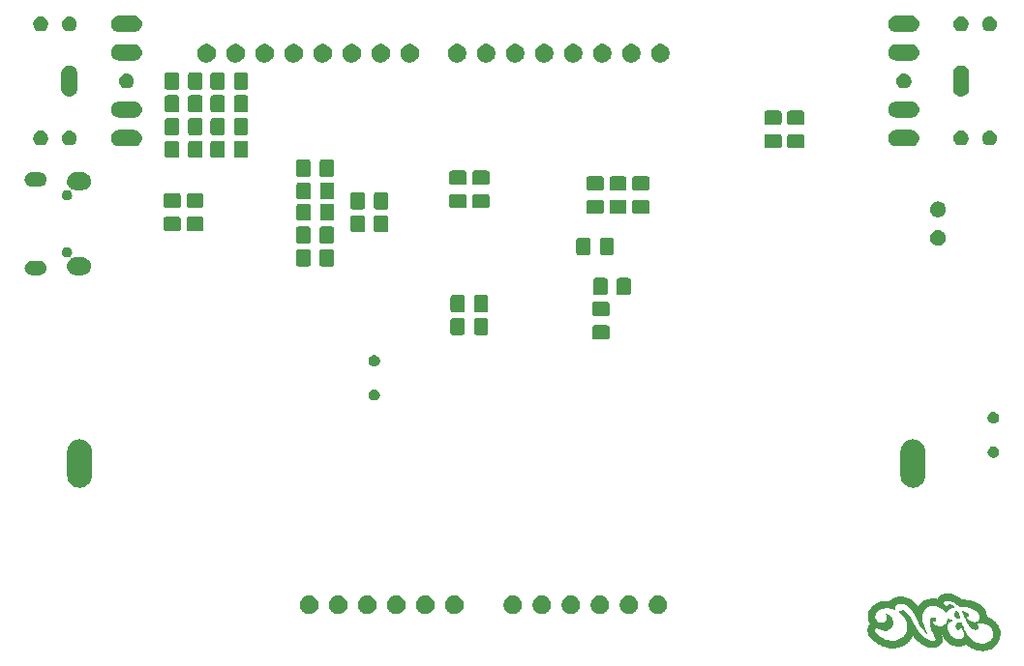
<source format=gbr>
G04 #@! TF.GenerationSoftware,KiCad,Pcbnew,(5.0.1)-3*
G04 #@! TF.CreationDate,2021-09-23T20:30:51+02:00*
G04 #@! TF.ProjectId,pocketDSP,706F636B65744453502E6B696361645F,rev?*
G04 #@! TF.SameCoordinates,Original*
G04 #@! TF.FileFunction,Soldermask,Bot*
G04 #@! TF.FilePolarity,Negative*
%FSLAX46Y46*%
G04 Gerber Fmt 4.6, Leading zero omitted, Abs format (unit mm)*
G04 Created by KiCad (PCBNEW (5.0.1)-3) date 23/09/2021 20:30:51*
%MOMM*%
%LPD*%
G01*
G04 APERTURE LIST*
%ADD10C,0.010000*%
%ADD11C,0.050800*%
G04 APERTURE END LIST*
D10*
G04 #@! TO.C,G\002A\002A\002A*
G36*
X161130573Y-141410567D02*
X161015663Y-141434683D01*
X160886138Y-141472463D01*
X160780002Y-141517466D01*
X160686839Y-141574881D01*
X160611757Y-141635808D01*
X160578474Y-141670126D01*
X160538999Y-141717335D01*
X160499457Y-141769175D01*
X160465974Y-141817388D01*
X160444675Y-141853715D01*
X160440267Y-141867022D01*
X160425916Y-141878707D01*
X160393700Y-141876512D01*
X160225069Y-141848792D01*
X160067292Y-141838401D01*
X159909205Y-141845559D01*
X159739646Y-141870482D01*
X159640091Y-141891245D01*
X159494072Y-141928650D01*
X159371347Y-141971006D01*
X159261349Y-142022788D01*
X159153509Y-142088473D01*
X159120111Y-142111479D01*
X158987870Y-142212662D01*
X158879745Y-142314396D01*
X158786943Y-142425225D01*
X158762699Y-142458775D01*
X158692835Y-142558373D01*
X158588651Y-142420082D01*
X158466164Y-142272249D01*
X158329849Y-142133571D01*
X158185980Y-142009375D01*
X158040831Y-141904991D01*
X157900674Y-141825745D01*
X157874904Y-141813872D01*
X157785182Y-141779995D01*
X157673854Y-141746694D01*
X157550994Y-141716191D01*
X157426676Y-141690707D01*
X157310975Y-141672463D01*
X157213964Y-141663682D01*
X157191756Y-141663222D01*
X157090403Y-141669289D01*
X156971565Y-141685776D01*
X156848031Y-141710155D01*
X156732589Y-141739897D01*
X156638030Y-141772471D01*
X156636823Y-141772974D01*
X156583189Y-141800420D01*
X156516003Y-141841797D01*
X156444924Y-141890360D01*
X156379611Y-141939365D01*
X156329721Y-141982068D01*
X156314134Y-141998294D01*
X156299186Y-142014484D01*
X156282633Y-142026129D01*
X156258869Y-142034121D01*
X156222288Y-142039351D01*
X156167286Y-142042710D01*
X156088256Y-142045092D01*
X156009334Y-142046782D01*
X155866273Y-142050949D01*
X155747977Y-142057870D01*
X155645378Y-142068851D01*
X155549404Y-142085197D01*
X155450986Y-142108213D01*
X155341054Y-142139203D01*
X155317265Y-142146358D01*
X155213529Y-142180154D01*
X155129712Y-142214031D01*
X155052423Y-142254169D01*
X154968269Y-142306749D01*
X154964921Y-142308965D01*
X154870029Y-142373726D01*
X154796456Y-142429414D01*
X154736013Y-142483572D01*
X154680508Y-142543742D01*
X154621751Y-142617468D01*
X154603284Y-142641992D01*
X154496612Y-142811485D01*
X154419283Y-142993297D01*
X154372801Y-143182919D01*
X154358650Y-143373715D01*
X154366015Y-143478849D01*
X154384262Y-143597317D01*
X154410833Y-143717803D01*
X154443168Y-143828990D01*
X154478710Y-143919562D01*
X154484921Y-143932161D01*
X154523968Y-144008255D01*
X154451232Y-144103897D01*
X154407098Y-144168927D01*
X154375693Y-144235180D01*
X154350480Y-144317189D01*
X154344567Y-144341069D01*
X154319673Y-144470574D01*
X154312568Y-144587143D01*
X154323262Y-144705646D01*
X154344867Y-144812800D01*
X154392754Y-144950413D01*
X154471530Y-145089304D01*
X154581734Y-145230079D01*
X154723906Y-145373348D01*
X154898588Y-145519719D01*
X155106320Y-145669800D01*
X155106383Y-145669842D01*
X155245347Y-145759832D01*
X155375500Y-145834039D01*
X155505104Y-145895968D01*
X155642421Y-145949122D01*
X155795712Y-145997005D01*
X155973239Y-146043121D01*
X156003733Y-146050401D01*
X156117154Y-146076432D01*
X156207044Y-146094744D01*
X156282525Y-146106620D01*
X156352717Y-146113340D01*
X156426738Y-146116184D01*
X156474858Y-146116563D01*
X156641345Y-146107644D01*
X156821707Y-146082340D01*
X157005482Y-146043080D01*
X157182208Y-145992296D01*
X157341421Y-145932419D01*
X157414059Y-145898372D01*
X157479922Y-145859981D01*
X157561597Y-145805304D01*
X157650041Y-145741055D01*
X157736208Y-145673948D01*
X157811052Y-145610698D01*
X157847642Y-145576524D01*
X157900676Y-145519073D01*
X157963117Y-145443662D01*
X158029334Y-145357942D01*
X158093696Y-145269570D01*
X158150573Y-145186197D01*
X158194335Y-145115477D01*
X158213277Y-145079500D01*
X158233957Y-145040185D01*
X158250167Y-145018273D01*
X158253563Y-145016602D01*
X158267541Y-145029696D01*
X158296109Y-145064326D01*
X158334332Y-145114354D01*
X158356703Y-145144856D01*
X158470257Y-145284948D01*
X158606233Y-145424915D01*
X158758496Y-145560115D01*
X158920906Y-145685904D01*
X159087327Y-145797640D01*
X159251623Y-145890681D01*
X159407654Y-145960383D01*
X159458134Y-145978070D01*
X159623753Y-146027680D01*
X159766577Y-146061283D01*
X159893329Y-146079474D01*
X160010731Y-146082847D01*
X160125506Y-146071996D01*
X160244061Y-146047597D01*
X160403466Y-145992921D01*
X160537831Y-145915486D01*
X160647464Y-145814988D01*
X160732677Y-145691122D01*
X160793779Y-145543586D01*
X160807031Y-145496339D01*
X160847495Y-145336986D01*
X160811623Y-145184191D01*
X160789265Y-145101738D01*
X160761792Y-145018650D01*
X160734265Y-144949874D01*
X160727535Y-144935808D01*
X160699321Y-144875353D01*
X160689492Y-144838272D01*
X160698424Y-144819255D01*
X160726491Y-144812994D01*
X160736239Y-144812800D01*
X160761666Y-144818270D01*
X160780830Y-144839719D01*
X160799606Y-144884709D01*
X160805314Y-144901700D01*
X160863391Y-145042431D01*
X160946289Y-145190741D01*
X161048832Y-145338489D01*
X161165843Y-145477534D01*
X161183174Y-145495936D01*
X161249492Y-145558144D01*
X161333342Y-145626241D01*
X161426465Y-145694481D01*
X161520605Y-145757120D01*
X161607504Y-145808412D01*
X161678907Y-145842612D01*
X161684413Y-145844700D01*
X161775689Y-145874951D01*
X161879142Y-145903844D01*
X161985446Y-145929278D01*
X162085274Y-145949153D01*
X162169300Y-145961370D01*
X162215257Y-145964245D01*
X162276583Y-145959569D01*
X162360193Y-145946956D01*
X162456042Y-145928556D01*
X162554086Y-145906522D01*
X162644280Y-145883007D01*
X162716580Y-145860161D01*
X162735861Y-145852696D01*
X162790992Y-145826388D01*
X162841006Y-145797355D01*
X162848045Y-145792547D01*
X162893623Y-145760168D01*
X163025845Y-145866549D01*
X163193501Y-145992523D01*
X163355573Y-146094204D01*
X163520300Y-146175266D01*
X163695922Y-146239382D01*
X163890678Y-146290225D01*
X164042435Y-146319823D01*
X164179264Y-146340317D01*
X164296047Y-146349687D01*
X164404588Y-146348316D01*
X164516695Y-146336588D01*
X164524458Y-146335466D01*
X164649890Y-146313260D01*
X164776655Y-146284065D01*
X164894559Y-146250616D01*
X164993405Y-146215644D01*
X165028523Y-146200341D01*
X165188811Y-146110390D01*
X165344717Y-145996459D01*
X165486982Y-145866284D01*
X165606348Y-145727604D01*
X165625064Y-145701800D01*
X165685957Y-145610976D01*
X165731721Y-145530316D01*
X165767377Y-145448517D01*
X165797947Y-145354275D01*
X165824347Y-145253232D01*
X165855165Y-145106889D01*
X165871482Y-144972988D01*
X165872459Y-144875255D01*
X165314249Y-144875255D01*
X165305381Y-145035016D01*
X165269565Y-145187993D01*
X165211172Y-145319471D01*
X165127932Y-145436033D01*
X165018605Y-145544337D01*
X164890899Y-145638343D01*
X164752521Y-145712013D01*
X164670668Y-145742962D01*
X164558403Y-145768332D01*
X164424455Y-145781676D01*
X164278857Y-145782856D01*
X164131638Y-145771731D01*
X164010898Y-145752116D01*
X163806352Y-145691964D01*
X163611049Y-145600225D01*
X163426817Y-145478355D01*
X163255486Y-145327810D01*
X163098884Y-145150049D01*
X162958842Y-144946529D01*
X162922998Y-144885394D01*
X162860468Y-144769380D01*
X162792140Y-144633323D01*
X162722563Y-144487036D01*
X162656284Y-144340336D01*
X162597852Y-144203036D01*
X162551815Y-144084953D01*
X162550918Y-144082484D01*
X162493342Y-143923800D01*
X162371936Y-143926158D01*
X162253076Y-143939064D01*
X162159605Y-143973192D01*
X162089881Y-144029356D01*
X162053167Y-144084479D01*
X162020884Y-144178008D01*
X162021578Y-144269726D01*
X162046896Y-144347834D01*
X162083895Y-144408573D01*
X162132373Y-144460632D01*
X162183732Y-144496296D01*
X162225408Y-144508000D01*
X162272604Y-144492241D01*
X162310547Y-144449212D01*
X162333901Y-144385280D01*
X162335436Y-144376711D01*
X162345585Y-144334420D01*
X162364603Y-144315064D01*
X162402434Y-144307816D01*
X162456999Y-144318649D01*
X162515313Y-144357963D01*
X162574013Y-144421127D01*
X162629736Y-144503511D01*
X162679121Y-144600483D01*
X162718805Y-144707414D01*
X162734388Y-144764984D01*
X162753650Y-144864886D01*
X162758182Y-144947741D01*
X162747956Y-145027011D01*
X162733778Y-145081669D01*
X162686311Y-145186337D01*
X162614146Y-145271694D01*
X162521086Y-145336721D01*
X162410934Y-145380397D01*
X162287495Y-145401703D01*
X162154570Y-145399620D01*
X162015965Y-145373129D01*
X161875482Y-145321209D01*
X161862667Y-145315154D01*
X161791988Y-145274891D01*
X161717237Y-145218916D01*
X161631856Y-145142124D01*
X161598305Y-145109443D01*
X161525378Y-145034923D01*
X161471441Y-144972968D01*
X161429540Y-144914379D01*
X161392722Y-144849953D01*
X161374107Y-144812800D01*
X161315788Y-144679520D01*
X161277898Y-144557663D01*
X161257278Y-144434353D01*
X161250863Y-144310745D01*
X161256435Y-144180084D01*
X161277471Y-144073774D01*
X161315802Y-143985164D01*
X161356596Y-143926813D01*
X161400032Y-143883739D01*
X161457099Y-143839688D01*
X161518181Y-143800803D01*
X161573663Y-143773227D01*
X161612900Y-143763092D01*
X161637959Y-143751073D01*
X161642533Y-143737533D01*
X161628539Y-143716586D01*
X161610445Y-143712133D01*
X161581273Y-143704802D01*
X161531261Y-143685256D01*
X161469479Y-143657165D01*
X161445694Y-143645462D01*
X161385703Y-143616435D01*
X161338106Y-143595516D01*
X161310156Y-143585801D01*
X161305976Y-143585847D01*
X161299601Y-143605196D01*
X161290817Y-143647295D01*
X161284870Y-143682151D01*
X161269912Y-143742660D01*
X161243919Y-143817079D01*
X161212386Y-143889760D01*
X161210875Y-143892839D01*
X161130969Y-144020125D01*
X161031475Y-144121206D01*
X160915243Y-144195246D01*
X160785123Y-144241408D01*
X160643964Y-144258856D01*
X160494616Y-144246751D01*
X160339929Y-144204258D01*
X160261860Y-144171535D01*
X160171923Y-144120720D01*
X160090587Y-144058540D01*
X160023119Y-143990563D01*
X159974784Y-143922355D01*
X159950847Y-143859482D01*
X159949200Y-143841017D01*
X159962451Y-143799484D01*
X160000004Y-143779154D01*
X160058560Y-143781606D01*
X160068508Y-143783923D01*
X160117494Y-143793058D01*
X160151577Y-143787450D01*
X160183279Y-143767839D01*
X160214841Y-143735484D01*
X160230022Y-143691419D01*
X160233660Y-143657876D01*
X160234023Y-143608181D01*
X160222335Y-143574323D01*
X160191929Y-143540778D01*
X160178037Y-143528346D01*
X160108300Y-143486342D01*
X160034521Y-143474904D01*
X159961771Y-143491981D01*
X159895121Y-143535522D01*
X159839642Y-143603476D01*
X159804939Y-143679253D01*
X159787212Y-143760770D01*
X159778636Y-143864423D01*
X159779420Y-143979682D01*
X159789770Y-144096019D01*
X159795930Y-144136437D01*
X159821202Y-144259225D01*
X159855891Y-144384027D01*
X159901845Y-144515468D01*
X159960914Y-144658172D01*
X160034946Y-144816765D01*
X160125790Y-144995873D01*
X160181369Y-145100666D01*
X160229169Y-145192622D01*
X160260370Y-145261841D01*
X160276331Y-145314297D01*
X160278411Y-145355967D01*
X160267968Y-145392827D01*
X160253800Y-145419185D01*
X160209249Y-145469850D01*
X160146177Y-145502961D01*
X160059902Y-145520292D01*
X159976928Y-145524000D01*
X159825096Y-145508558D01*
X159665076Y-145463961D01*
X159500470Y-145392800D01*
X159334883Y-145297667D01*
X159171917Y-145181154D01*
X159015175Y-145045854D01*
X158868261Y-144894358D01*
X158734778Y-144729258D01*
X158618329Y-144553146D01*
X158611793Y-144541995D01*
X158584524Y-144494222D01*
X158544473Y-144422864D01*
X158495061Y-144334075D01*
X158439709Y-144234008D01*
X158381838Y-144128818D01*
X158361107Y-144090992D01*
X158227316Y-143850931D01*
X158104944Y-143640858D01*
X157992799Y-143459332D01*
X157889688Y-143304910D01*
X157794420Y-143176149D01*
X157705804Y-143071606D01*
X157622647Y-142989840D01*
X157543758Y-142929407D01*
X157467945Y-142888865D01*
X157394016Y-142866772D01*
X157345440Y-142861588D01*
X157304375Y-142865578D01*
X157249327Y-142877626D01*
X157189384Y-142894808D01*
X157133635Y-142914200D01*
X157091169Y-142932876D01*
X157071074Y-142947915D01*
X157070533Y-142950033D01*
X157082691Y-142965554D01*
X157115338Y-142997110D01*
X157162737Y-143039312D01*
X157193300Y-143065348D01*
X157335442Y-143198903D01*
X157466383Y-143349620D01*
X157579817Y-143509217D01*
X157669437Y-143669413D01*
X157692881Y-143721400D01*
X157746823Y-143867256D01*
X157782118Y-144009202D01*
X157801030Y-144159275D01*
X157805878Y-144321733D01*
X157804524Y-144421228D01*
X157800918Y-144496414D01*
X157793855Y-144556833D01*
X157782129Y-144612028D01*
X157764534Y-144671540D01*
X157759875Y-144685800D01*
X157693513Y-144840366D01*
X157598935Y-144992927D01*
X157481301Y-145135727D01*
X157419881Y-145196924D01*
X157267394Y-145319442D01*
X157100037Y-145414950D01*
X156914241Y-145485104D01*
X156706437Y-145531555D01*
X156693198Y-145533624D01*
X156486878Y-145548743D01*
X156272477Y-145533704D01*
X156054051Y-145489964D01*
X155835658Y-145418980D01*
X155621356Y-145322212D01*
X155415200Y-145201116D01*
X155221248Y-145057150D01*
X155121336Y-144968832D01*
X155027030Y-144875535D01*
X154957531Y-144795284D01*
X154909113Y-144722881D01*
X154878049Y-144653128D01*
X154867017Y-144614034D01*
X154860383Y-144529644D01*
X154882871Y-144461915D01*
X154934069Y-144411756D01*
X154966444Y-144395124D01*
X155012607Y-144381368D01*
X155064614Y-144378332D01*
X155127637Y-144387007D01*
X155206846Y-144408381D01*
X155307413Y-144443444D01*
X155393974Y-144476937D01*
X155497444Y-144516331D01*
X155579890Y-144543166D01*
X155650600Y-144559988D01*
X155718863Y-144569345D01*
X155736217Y-144570785D01*
X155901588Y-144570004D01*
X156048113Y-144541446D01*
X156176807Y-144484764D01*
X156288684Y-144399612D01*
X156314300Y-144373668D01*
X156377042Y-144299503D01*
X156421081Y-144227516D01*
X156449815Y-144148614D01*
X156466640Y-144053705D01*
X156474503Y-143944887D01*
X156472146Y-143784588D01*
X156449227Y-143647356D01*
X156404047Y-143528127D01*
X156334903Y-143421840D01*
X156277493Y-143358471D01*
X156225701Y-143313692D01*
X156161714Y-143267698D01*
X156093988Y-143225553D01*
X156030979Y-143192322D01*
X155981145Y-143173071D01*
X155963263Y-143170267D01*
X155942934Y-143175113D01*
X155938339Y-143193173D01*
X155950132Y-143229725D01*
X155977825Y-143287796D01*
X156014899Y-143396323D01*
X156022781Y-143469267D01*
X156013479Y-143600282D01*
X155976246Y-143712337D01*
X155910467Y-143806491D01*
X155815529Y-143883802D01*
X155765948Y-143911948D01*
X155714167Y-143937492D01*
X155673013Y-143953446D01*
X155631984Y-143961689D01*
X155580584Y-143964100D01*
X155508311Y-143962559D01*
X155487267Y-143961831D01*
X155397942Y-143956933D01*
X155333020Y-143948526D01*
X155283085Y-143934918D01*
X155246438Y-143918546D01*
X155127509Y-143838647D01*
X155034140Y-143737792D01*
X154968035Y-143619062D01*
X154930894Y-143485536D01*
X154924420Y-143340296D01*
X154924683Y-143336291D01*
X154950546Y-143184193D01*
X155006097Y-143048258D01*
X155091166Y-142928663D01*
X155205583Y-142825589D01*
X155349177Y-142739214D01*
X155521780Y-142669716D01*
X155572778Y-142654030D01*
X155706028Y-142626118D01*
X155860397Y-142611337D01*
X156026150Y-142609284D01*
X156193549Y-142619552D01*
X156352858Y-142641735D01*
X156494340Y-142675430D01*
X156550936Y-142694753D01*
X156602435Y-142711319D01*
X156629667Y-142708751D01*
X156638117Y-142684093D01*
X156635417Y-142649242D01*
X156637276Y-142545831D01*
X156670810Y-142452074D01*
X156734677Y-142370072D01*
X156827538Y-142301926D01*
X156871111Y-142279657D01*
X156919451Y-142258549D01*
X156961427Y-142244542D01*
X157006156Y-142236191D01*
X157062752Y-142232050D01*
X157140330Y-142230674D01*
X157180600Y-142230573D01*
X157281753Y-142231982D01*
X157359711Y-142237150D01*
X157425053Y-142247310D01*
X157488355Y-142263692D01*
X157502333Y-142268023D01*
X157662214Y-142333666D01*
X157812965Y-142427326D01*
X157959102Y-142551838D01*
X157968141Y-142560667D01*
X158050052Y-142645097D01*
X158127081Y-142733303D01*
X158201482Y-142828836D01*
X158275507Y-142935245D01*
X158351409Y-143056079D01*
X158431440Y-143194889D01*
X158517854Y-143355224D01*
X158612903Y-143540635D01*
X158695068Y-143706133D01*
X158804125Y-143922633D01*
X158904649Y-144110701D01*
X158995909Y-144269006D01*
X159062539Y-144374505D01*
X159123804Y-144462729D01*
X159190211Y-144551746D01*
X159258055Y-144637255D01*
X159323629Y-144714957D01*
X159383226Y-144780552D01*
X159433139Y-144829740D01*
X159469662Y-144858223D01*
X159484183Y-144863600D01*
X159484187Y-144849347D01*
X159469648Y-144809087D01*
X159442195Y-144746570D01*
X159403455Y-144665545D01*
X159364671Y-144588433D01*
X159314502Y-144488807D01*
X159265609Y-144388544D01*
X159221909Y-144295909D01*
X159187324Y-144219168D01*
X159170593Y-144179220D01*
X159109490Y-143999371D01*
X159063685Y-143811007D01*
X159034178Y-143621891D01*
X159021969Y-143439782D01*
X159028059Y-143272443D01*
X159041616Y-143178733D01*
X159091545Y-143007038D01*
X159169323Y-142850918D01*
X159272106Y-142713315D01*
X159397052Y-142597172D01*
X159541316Y-142505433D01*
X159702057Y-142441039D01*
X159771400Y-142423367D01*
X159849716Y-142412011D01*
X159948834Y-142405455D01*
X160057381Y-142403690D01*
X160163981Y-142406706D01*
X160257260Y-142414494D01*
X160313267Y-142423831D01*
X160479513Y-142475323D01*
X160643685Y-142550778D01*
X160798925Y-142645660D01*
X160938373Y-142755432D01*
X161055170Y-142875557D01*
X161112834Y-142952688D01*
X161146059Y-142998317D01*
X161168155Y-143014818D01*
X161183051Y-143003393D01*
X161191937Y-142976928D01*
X161208221Y-142944373D01*
X161241297Y-142897556D01*
X161284172Y-142846323D01*
X161286487Y-142843779D01*
X161386092Y-142755560D01*
X161509872Y-142679283D01*
X161648825Y-142620097D01*
X161710482Y-142601322D01*
X161768811Y-142584319D01*
X161814290Y-142568556D01*
X161836309Y-142557912D01*
X161837678Y-142537229D01*
X161814638Y-142505271D01*
X161772541Y-142466920D01*
X161716742Y-142427060D01*
X161653114Y-142390832D01*
X161574004Y-142358885D01*
X161499629Y-142342470D01*
X161437480Y-142342325D01*
X161395046Y-142359189D01*
X161389432Y-142364851D01*
X161369839Y-142399401D01*
X161356853Y-142435522D01*
X161338474Y-142478946D01*
X161308274Y-142501482D01*
X161259836Y-142505394D01*
X161191266Y-142493966D01*
X161125968Y-142475066D01*
X161074358Y-142446941D01*
X161020998Y-142400840D01*
X161013008Y-142392951D01*
X160955111Y-142326699D01*
X160924119Y-142266754D01*
X160916562Y-142204444D01*
X160921482Y-142164160D01*
X160946095Y-142108249D01*
X160994007Y-142051648D01*
X161055973Y-142003038D01*
X161122747Y-141971100D01*
X161129102Y-141969221D01*
X161216760Y-141954677D01*
X161323820Y-141951769D01*
X161438049Y-141960036D01*
X161547218Y-141979015D01*
X161574677Y-141986037D01*
X161719485Y-142035066D01*
X161851762Y-142100119D01*
X161979329Y-142185914D01*
X162110005Y-142297164D01*
X162143571Y-142329017D01*
X162317756Y-142497331D01*
X162483911Y-142494330D01*
X162740822Y-142499665D01*
X162982727Y-142524623D01*
X163207531Y-142568341D01*
X163413137Y-142629958D01*
X163597447Y-142708612D01*
X163758366Y-142803443D01*
X163893794Y-142913588D01*
X164001637Y-143038186D01*
X164064727Y-143143775D01*
X164109977Y-143264821D01*
X164131229Y-143390382D01*
X164127882Y-143511756D01*
X164099337Y-143620239D01*
X164097786Y-143623901D01*
X164036244Y-143726221D01*
X163951028Y-143808055D01*
X163846848Y-143867392D01*
X163728413Y-143902219D01*
X163600433Y-143910525D01*
X163471666Y-143891348D01*
X163365877Y-143855516D01*
X163262122Y-143804618D01*
X163165341Y-143742728D01*
X163080474Y-143673919D01*
X163012461Y-143602267D01*
X162966243Y-143531844D01*
X162946759Y-143466725D01*
X162946446Y-143458202D01*
X162951152Y-143416630D01*
X162971091Y-143388807D01*
X163008525Y-143365000D01*
X163051997Y-143337104D01*
X163082838Y-143309925D01*
X163087172Y-143304121D01*
X163096277Y-143258860D01*
X163079740Y-143201624D01*
X163039739Y-143139754D01*
X163037686Y-143137292D01*
X163000636Y-143103733D01*
X162946396Y-143067603D01*
X162880999Y-143031441D01*
X162810476Y-142997784D01*
X162740859Y-142969172D01*
X162678179Y-142948141D01*
X162628470Y-142937232D01*
X162597761Y-142938982D01*
X162590800Y-142949233D01*
X162598219Y-142970849D01*
X162618555Y-143016308D01*
X162648930Y-143079496D01*
X162686464Y-143154299D01*
X162697345Y-143175485D01*
X162739499Y-143258582D01*
X162791388Y-143363059D01*
X162848446Y-143479596D01*
X162906109Y-143598875D01*
X162955533Y-143702526D01*
X163040320Y-143876477D01*
X163116875Y-144021377D01*
X163187430Y-144140383D01*
X163254220Y-144236653D01*
X163319479Y-144313345D01*
X163385440Y-144373617D01*
X163454338Y-144420625D01*
X163469707Y-144429280D01*
X163584785Y-144478617D01*
X163692061Y-144498062D01*
X163789084Y-144487699D01*
X163873402Y-144447615D01*
X163912606Y-144413829D01*
X163952921Y-144360900D01*
X163966663Y-144308237D01*
X163953658Y-144249296D01*
X163913730Y-144177536D01*
X163905956Y-144166057D01*
X163866568Y-144104252D01*
X163848461Y-144059425D01*
X163850620Y-144023058D01*
X163872030Y-143986638D01*
X163882981Y-143973349D01*
X163908641Y-143948720D01*
X163940122Y-143933052D01*
X163987208Y-143922950D01*
X164048081Y-143916086D01*
X164235121Y-143912227D01*
X164421753Y-143934071D01*
X164600187Y-143979910D01*
X164762632Y-144048036D01*
X164832338Y-144087961D01*
X164911435Y-144145008D01*
X164996141Y-144217571D01*
X165077189Y-144296756D01*
X165145313Y-144373669D01*
X165181414Y-144423044D01*
X165252040Y-144562492D01*
X165296394Y-144715488D01*
X165314249Y-144875255D01*
X165872459Y-144875255D01*
X165872775Y-144843672D01*
X165858522Y-144711086D01*
X165828198Y-144567373D01*
X165781281Y-144404676D01*
X165764379Y-144352464D01*
X165721146Y-144250054D01*
X165657385Y-144136555D01*
X165579280Y-144021701D01*
X165493015Y-143915223D01*
X165471796Y-143892008D01*
X165395202Y-143819262D01*
X165300665Y-143743227D01*
X165194793Y-143667996D01*
X165084191Y-143597663D01*
X164975463Y-143536321D01*
X164875217Y-143488063D01*
X164790057Y-143456984D01*
X164757868Y-143449599D01*
X164714715Y-143440012D01*
X164695507Y-143423948D01*
X164690563Y-143390874D01*
X164690415Y-143376211D01*
X164685192Y-143320042D01*
X164671273Y-143242082D01*
X164651045Y-143152546D01*
X164626891Y-143061646D01*
X164601198Y-142979595D01*
X164591542Y-142952898D01*
X164524595Y-142816806D01*
X164428950Y-142679904D01*
X164309381Y-142546537D01*
X164170662Y-142421052D01*
X164017566Y-142307795D01*
X163854868Y-142211111D01*
X163697980Y-142139433D01*
X163574428Y-142096944D01*
X163429119Y-142055985D01*
X163270722Y-142018274D01*
X163107904Y-141985530D01*
X162949335Y-141959471D01*
X162803682Y-141941816D01*
X162679613Y-141934284D01*
X162662506Y-141934133D01*
X162605629Y-141932990D01*
X162565611Y-141926362D01*
X162530593Y-141909452D01*
X162488717Y-141877464D01*
X162458230Y-141851504D01*
X162286446Y-141716018D01*
X162117168Y-141608914D01*
X161942998Y-141526189D01*
X161756538Y-141463839D01*
X161727788Y-141456187D01*
X161558271Y-141418163D01*
X161408263Y-141398067D01*
X161268714Y-141395626D01*
X161130573Y-141410567D01*
X161130573Y-141410567D01*
G37*
X161130573Y-141410567D02*
X161015663Y-141434683D01*
X160886138Y-141472463D01*
X160780002Y-141517466D01*
X160686839Y-141574881D01*
X160611757Y-141635808D01*
X160578474Y-141670126D01*
X160538999Y-141717335D01*
X160499457Y-141769175D01*
X160465974Y-141817388D01*
X160444675Y-141853715D01*
X160440267Y-141867022D01*
X160425916Y-141878707D01*
X160393700Y-141876512D01*
X160225069Y-141848792D01*
X160067292Y-141838401D01*
X159909205Y-141845559D01*
X159739646Y-141870482D01*
X159640091Y-141891245D01*
X159494072Y-141928650D01*
X159371347Y-141971006D01*
X159261349Y-142022788D01*
X159153509Y-142088473D01*
X159120111Y-142111479D01*
X158987870Y-142212662D01*
X158879745Y-142314396D01*
X158786943Y-142425225D01*
X158762699Y-142458775D01*
X158692835Y-142558373D01*
X158588651Y-142420082D01*
X158466164Y-142272249D01*
X158329849Y-142133571D01*
X158185980Y-142009375D01*
X158040831Y-141904991D01*
X157900674Y-141825745D01*
X157874904Y-141813872D01*
X157785182Y-141779995D01*
X157673854Y-141746694D01*
X157550994Y-141716191D01*
X157426676Y-141690707D01*
X157310975Y-141672463D01*
X157213964Y-141663682D01*
X157191756Y-141663222D01*
X157090403Y-141669289D01*
X156971565Y-141685776D01*
X156848031Y-141710155D01*
X156732589Y-141739897D01*
X156638030Y-141772471D01*
X156636823Y-141772974D01*
X156583189Y-141800420D01*
X156516003Y-141841797D01*
X156444924Y-141890360D01*
X156379611Y-141939365D01*
X156329721Y-141982068D01*
X156314134Y-141998294D01*
X156299186Y-142014484D01*
X156282633Y-142026129D01*
X156258869Y-142034121D01*
X156222288Y-142039351D01*
X156167286Y-142042710D01*
X156088256Y-142045092D01*
X156009334Y-142046782D01*
X155866273Y-142050949D01*
X155747977Y-142057870D01*
X155645378Y-142068851D01*
X155549404Y-142085197D01*
X155450986Y-142108213D01*
X155341054Y-142139203D01*
X155317265Y-142146358D01*
X155213529Y-142180154D01*
X155129712Y-142214031D01*
X155052423Y-142254169D01*
X154968269Y-142306749D01*
X154964921Y-142308965D01*
X154870029Y-142373726D01*
X154796456Y-142429414D01*
X154736013Y-142483572D01*
X154680508Y-142543742D01*
X154621751Y-142617468D01*
X154603284Y-142641992D01*
X154496612Y-142811485D01*
X154419283Y-142993297D01*
X154372801Y-143182919D01*
X154358650Y-143373715D01*
X154366015Y-143478849D01*
X154384262Y-143597317D01*
X154410833Y-143717803D01*
X154443168Y-143828990D01*
X154478710Y-143919562D01*
X154484921Y-143932161D01*
X154523968Y-144008255D01*
X154451232Y-144103897D01*
X154407098Y-144168927D01*
X154375693Y-144235180D01*
X154350480Y-144317189D01*
X154344567Y-144341069D01*
X154319673Y-144470574D01*
X154312568Y-144587143D01*
X154323262Y-144705646D01*
X154344867Y-144812800D01*
X154392754Y-144950413D01*
X154471530Y-145089304D01*
X154581734Y-145230079D01*
X154723906Y-145373348D01*
X154898588Y-145519719D01*
X155106320Y-145669800D01*
X155106383Y-145669842D01*
X155245347Y-145759832D01*
X155375500Y-145834039D01*
X155505104Y-145895968D01*
X155642421Y-145949122D01*
X155795712Y-145997005D01*
X155973239Y-146043121D01*
X156003733Y-146050401D01*
X156117154Y-146076432D01*
X156207044Y-146094744D01*
X156282525Y-146106620D01*
X156352717Y-146113340D01*
X156426738Y-146116184D01*
X156474858Y-146116563D01*
X156641345Y-146107644D01*
X156821707Y-146082340D01*
X157005482Y-146043080D01*
X157182208Y-145992296D01*
X157341421Y-145932419D01*
X157414059Y-145898372D01*
X157479922Y-145859981D01*
X157561597Y-145805304D01*
X157650041Y-145741055D01*
X157736208Y-145673948D01*
X157811052Y-145610698D01*
X157847642Y-145576524D01*
X157900676Y-145519073D01*
X157963117Y-145443662D01*
X158029334Y-145357942D01*
X158093696Y-145269570D01*
X158150573Y-145186197D01*
X158194335Y-145115477D01*
X158213277Y-145079500D01*
X158233957Y-145040185D01*
X158250167Y-145018273D01*
X158253563Y-145016602D01*
X158267541Y-145029696D01*
X158296109Y-145064326D01*
X158334332Y-145114354D01*
X158356703Y-145144856D01*
X158470257Y-145284948D01*
X158606233Y-145424915D01*
X158758496Y-145560115D01*
X158920906Y-145685904D01*
X159087327Y-145797640D01*
X159251623Y-145890681D01*
X159407654Y-145960383D01*
X159458134Y-145978070D01*
X159623753Y-146027680D01*
X159766577Y-146061283D01*
X159893329Y-146079474D01*
X160010731Y-146082847D01*
X160125506Y-146071996D01*
X160244061Y-146047597D01*
X160403466Y-145992921D01*
X160537831Y-145915486D01*
X160647464Y-145814988D01*
X160732677Y-145691122D01*
X160793779Y-145543586D01*
X160807031Y-145496339D01*
X160847495Y-145336986D01*
X160811623Y-145184191D01*
X160789265Y-145101738D01*
X160761792Y-145018650D01*
X160734265Y-144949874D01*
X160727535Y-144935808D01*
X160699321Y-144875353D01*
X160689492Y-144838272D01*
X160698424Y-144819255D01*
X160726491Y-144812994D01*
X160736239Y-144812800D01*
X160761666Y-144818270D01*
X160780830Y-144839719D01*
X160799606Y-144884709D01*
X160805314Y-144901700D01*
X160863391Y-145042431D01*
X160946289Y-145190741D01*
X161048832Y-145338489D01*
X161165843Y-145477534D01*
X161183174Y-145495936D01*
X161249492Y-145558144D01*
X161333342Y-145626241D01*
X161426465Y-145694481D01*
X161520605Y-145757120D01*
X161607504Y-145808412D01*
X161678907Y-145842612D01*
X161684413Y-145844700D01*
X161775689Y-145874951D01*
X161879142Y-145903844D01*
X161985446Y-145929278D01*
X162085274Y-145949153D01*
X162169300Y-145961370D01*
X162215257Y-145964245D01*
X162276583Y-145959569D01*
X162360193Y-145946956D01*
X162456042Y-145928556D01*
X162554086Y-145906522D01*
X162644280Y-145883007D01*
X162716580Y-145860161D01*
X162735861Y-145852696D01*
X162790992Y-145826388D01*
X162841006Y-145797355D01*
X162848045Y-145792547D01*
X162893623Y-145760168D01*
X163025845Y-145866549D01*
X163193501Y-145992523D01*
X163355573Y-146094204D01*
X163520300Y-146175266D01*
X163695922Y-146239382D01*
X163890678Y-146290225D01*
X164042435Y-146319823D01*
X164179264Y-146340317D01*
X164296047Y-146349687D01*
X164404588Y-146348316D01*
X164516695Y-146336588D01*
X164524458Y-146335466D01*
X164649890Y-146313260D01*
X164776655Y-146284065D01*
X164894559Y-146250616D01*
X164993405Y-146215644D01*
X165028523Y-146200341D01*
X165188811Y-146110390D01*
X165344717Y-145996459D01*
X165486982Y-145866284D01*
X165606348Y-145727604D01*
X165625064Y-145701800D01*
X165685957Y-145610976D01*
X165731721Y-145530316D01*
X165767377Y-145448517D01*
X165797947Y-145354275D01*
X165824347Y-145253232D01*
X165855165Y-145106889D01*
X165871482Y-144972988D01*
X165872459Y-144875255D01*
X165314249Y-144875255D01*
X165305381Y-145035016D01*
X165269565Y-145187993D01*
X165211172Y-145319471D01*
X165127932Y-145436033D01*
X165018605Y-145544337D01*
X164890899Y-145638343D01*
X164752521Y-145712013D01*
X164670668Y-145742962D01*
X164558403Y-145768332D01*
X164424455Y-145781676D01*
X164278857Y-145782856D01*
X164131638Y-145771731D01*
X164010898Y-145752116D01*
X163806352Y-145691964D01*
X163611049Y-145600225D01*
X163426817Y-145478355D01*
X163255486Y-145327810D01*
X163098884Y-145150049D01*
X162958842Y-144946529D01*
X162922998Y-144885394D01*
X162860468Y-144769380D01*
X162792140Y-144633323D01*
X162722563Y-144487036D01*
X162656284Y-144340336D01*
X162597852Y-144203036D01*
X162551815Y-144084953D01*
X162550918Y-144082484D01*
X162493342Y-143923800D01*
X162371936Y-143926158D01*
X162253076Y-143939064D01*
X162159605Y-143973192D01*
X162089881Y-144029356D01*
X162053167Y-144084479D01*
X162020884Y-144178008D01*
X162021578Y-144269726D01*
X162046896Y-144347834D01*
X162083895Y-144408573D01*
X162132373Y-144460632D01*
X162183732Y-144496296D01*
X162225408Y-144508000D01*
X162272604Y-144492241D01*
X162310547Y-144449212D01*
X162333901Y-144385280D01*
X162335436Y-144376711D01*
X162345585Y-144334420D01*
X162364603Y-144315064D01*
X162402434Y-144307816D01*
X162456999Y-144318649D01*
X162515313Y-144357963D01*
X162574013Y-144421127D01*
X162629736Y-144503511D01*
X162679121Y-144600483D01*
X162718805Y-144707414D01*
X162734388Y-144764984D01*
X162753650Y-144864886D01*
X162758182Y-144947741D01*
X162747956Y-145027011D01*
X162733778Y-145081669D01*
X162686311Y-145186337D01*
X162614146Y-145271694D01*
X162521086Y-145336721D01*
X162410934Y-145380397D01*
X162287495Y-145401703D01*
X162154570Y-145399620D01*
X162015965Y-145373129D01*
X161875482Y-145321209D01*
X161862667Y-145315154D01*
X161791988Y-145274891D01*
X161717237Y-145218916D01*
X161631856Y-145142124D01*
X161598305Y-145109443D01*
X161525378Y-145034923D01*
X161471441Y-144972968D01*
X161429540Y-144914379D01*
X161392722Y-144849953D01*
X161374107Y-144812800D01*
X161315788Y-144679520D01*
X161277898Y-144557663D01*
X161257278Y-144434353D01*
X161250863Y-144310745D01*
X161256435Y-144180084D01*
X161277471Y-144073774D01*
X161315802Y-143985164D01*
X161356596Y-143926813D01*
X161400032Y-143883739D01*
X161457099Y-143839688D01*
X161518181Y-143800803D01*
X161573663Y-143773227D01*
X161612900Y-143763092D01*
X161637959Y-143751073D01*
X161642533Y-143737533D01*
X161628539Y-143716586D01*
X161610445Y-143712133D01*
X161581273Y-143704802D01*
X161531261Y-143685256D01*
X161469479Y-143657165D01*
X161445694Y-143645462D01*
X161385703Y-143616435D01*
X161338106Y-143595516D01*
X161310156Y-143585801D01*
X161305976Y-143585847D01*
X161299601Y-143605196D01*
X161290817Y-143647295D01*
X161284870Y-143682151D01*
X161269912Y-143742660D01*
X161243919Y-143817079D01*
X161212386Y-143889760D01*
X161210875Y-143892839D01*
X161130969Y-144020125D01*
X161031475Y-144121206D01*
X160915243Y-144195246D01*
X160785123Y-144241408D01*
X160643964Y-144258856D01*
X160494616Y-144246751D01*
X160339929Y-144204258D01*
X160261860Y-144171535D01*
X160171923Y-144120720D01*
X160090587Y-144058540D01*
X160023119Y-143990563D01*
X159974784Y-143922355D01*
X159950847Y-143859482D01*
X159949200Y-143841017D01*
X159962451Y-143799484D01*
X160000004Y-143779154D01*
X160058560Y-143781606D01*
X160068508Y-143783923D01*
X160117494Y-143793058D01*
X160151577Y-143787450D01*
X160183279Y-143767839D01*
X160214841Y-143735484D01*
X160230022Y-143691419D01*
X160233660Y-143657876D01*
X160234023Y-143608181D01*
X160222335Y-143574323D01*
X160191929Y-143540778D01*
X160178037Y-143528346D01*
X160108300Y-143486342D01*
X160034521Y-143474904D01*
X159961771Y-143491981D01*
X159895121Y-143535522D01*
X159839642Y-143603476D01*
X159804939Y-143679253D01*
X159787212Y-143760770D01*
X159778636Y-143864423D01*
X159779420Y-143979682D01*
X159789770Y-144096019D01*
X159795930Y-144136437D01*
X159821202Y-144259225D01*
X159855891Y-144384027D01*
X159901845Y-144515468D01*
X159960914Y-144658172D01*
X160034946Y-144816765D01*
X160125790Y-144995873D01*
X160181369Y-145100666D01*
X160229169Y-145192622D01*
X160260370Y-145261841D01*
X160276331Y-145314297D01*
X160278411Y-145355967D01*
X160267968Y-145392827D01*
X160253800Y-145419185D01*
X160209249Y-145469850D01*
X160146177Y-145502961D01*
X160059902Y-145520292D01*
X159976928Y-145524000D01*
X159825096Y-145508558D01*
X159665076Y-145463961D01*
X159500470Y-145392800D01*
X159334883Y-145297667D01*
X159171917Y-145181154D01*
X159015175Y-145045854D01*
X158868261Y-144894358D01*
X158734778Y-144729258D01*
X158618329Y-144553146D01*
X158611793Y-144541995D01*
X158584524Y-144494222D01*
X158544473Y-144422864D01*
X158495061Y-144334075D01*
X158439709Y-144234008D01*
X158381838Y-144128818D01*
X158361107Y-144090992D01*
X158227316Y-143850931D01*
X158104944Y-143640858D01*
X157992799Y-143459332D01*
X157889688Y-143304910D01*
X157794420Y-143176149D01*
X157705804Y-143071606D01*
X157622647Y-142989840D01*
X157543758Y-142929407D01*
X157467945Y-142888865D01*
X157394016Y-142866772D01*
X157345440Y-142861588D01*
X157304375Y-142865578D01*
X157249327Y-142877626D01*
X157189384Y-142894808D01*
X157133635Y-142914200D01*
X157091169Y-142932876D01*
X157071074Y-142947915D01*
X157070533Y-142950033D01*
X157082691Y-142965554D01*
X157115338Y-142997110D01*
X157162737Y-143039312D01*
X157193300Y-143065348D01*
X157335442Y-143198903D01*
X157466383Y-143349620D01*
X157579817Y-143509217D01*
X157669437Y-143669413D01*
X157692881Y-143721400D01*
X157746823Y-143867256D01*
X157782118Y-144009202D01*
X157801030Y-144159275D01*
X157805878Y-144321733D01*
X157804524Y-144421228D01*
X157800918Y-144496414D01*
X157793855Y-144556833D01*
X157782129Y-144612028D01*
X157764534Y-144671540D01*
X157759875Y-144685800D01*
X157693513Y-144840366D01*
X157598935Y-144992927D01*
X157481301Y-145135727D01*
X157419881Y-145196924D01*
X157267394Y-145319442D01*
X157100037Y-145414950D01*
X156914241Y-145485104D01*
X156706437Y-145531555D01*
X156693198Y-145533624D01*
X156486878Y-145548743D01*
X156272477Y-145533704D01*
X156054051Y-145489964D01*
X155835658Y-145418980D01*
X155621356Y-145322212D01*
X155415200Y-145201116D01*
X155221248Y-145057150D01*
X155121336Y-144968832D01*
X155027030Y-144875535D01*
X154957531Y-144795284D01*
X154909113Y-144722881D01*
X154878049Y-144653128D01*
X154867017Y-144614034D01*
X154860383Y-144529644D01*
X154882871Y-144461915D01*
X154934069Y-144411756D01*
X154966444Y-144395124D01*
X155012607Y-144381368D01*
X155064614Y-144378332D01*
X155127637Y-144387007D01*
X155206846Y-144408381D01*
X155307413Y-144443444D01*
X155393974Y-144476937D01*
X155497444Y-144516331D01*
X155579890Y-144543166D01*
X155650600Y-144559988D01*
X155718863Y-144569345D01*
X155736217Y-144570785D01*
X155901588Y-144570004D01*
X156048113Y-144541446D01*
X156176807Y-144484764D01*
X156288684Y-144399612D01*
X156314300Y-144373668D01*
X156377042Y-144299503D01*
X156421081Y-144227516D01*
X156449815Y-144148614D01*
X156466640Y-144053705D01*
X156474503Y-143944887D01*
X156472146Y-143784588D01*
X156449227Y-143647356D01*
X156404047Y-143528127D01*
X156334903Y-143421840D01*
X156277493Y-143358471D01*
X156225701Y-143313692D01*
X156161714Y-143267698D01*
X156093988Y-143225553D01*
X156030979Y-143192322D01*
X155981145Y-143173071D01*
X155963263Y-143170267D01*
X155942934Y-143175113D01*
X155938339Y-143193173D01*
X155950132Y-143229725D01*
X155977825Y-143287796D01*
X156014899Y-143396323D01*
X156022781Y-143469267D01*
X156013479Y-143600282D01*
X155976246Y-143712337D01*
X155910467Y-143806491D01*
X155815529Y-143883802D01*
X155765948Y-143911948D01*
X155714167Y-143937492D01*
X155673013Y-143953446D01*
X155631984Y-143961689D01*
X155580584Y-143964100D01*
X155508311Y-143962559D01*
X155487267Y-143961831D01*
X155397942Y-143956933D01*
X155333020Y-143948526D01*
X155283085Y-143934918D01*
X155246438Y-143918546D01*
X155127509Y-143838647D01*
X155034140Y-143737792D01*
X154968035Y-143619062D01*
X154930894Y-143485536D01*
X154924420Y-143340296D01*
X154924683Y-143336291D01*
X154950546Y-143184193D01*
X155006097Y-143048258D01*
X155091166Y-142928663D01*
X155205583Y-142825589D01*
X155349177Y-142739214D01*
X155521780Y-142669716D01*
X155572778Y-142654030D01*
X155706028Y-142626118D01*
X155860397Y-142611337D01*
X156026150Y-142609284D01*
X156193549Y-142619552D01*
X156352858Y-142641735D01*
X156494340Y-142675430D01*
X156550936Y-142694753D01*
X156602435Y-142711319D01*
X156629667Y-142708751D01*
X156638117Y-142684093D01*
X156635417Y-142649242D01*
X156637276Y-142545831D01*
X156670810Y-142452074D01*
X156734677Y-142370072D01*
X156827538Y-142301926D01*
X156871111Y-142279657D01*
X156919451Y-142258549D01*
X156961427Y-142244542D01*
X157006156Y-142236191D01*
X157062752Y-142232050D01*
X157140330Y-142230674D01*
X157180600Y-142230573D01*
X157281753Y-142231982D01*
X157359711Y-142237150D01*
X157425053Y-142247310D01*
X157488355Y-142263692D01*
X157502333Y-142268023D01*
X157662214Y-142333666D01*
X157812965Y-142427326D01*
X157959102Y-142551838D01*
X157968141Y-142560667D01*
X158050052Y-142645097D01*
X158127081Y-142733303D01*
X158201482Y-142828836D01*
X158275507Y-142935245D01*
X158351409Y-143056079D01*
X158431440Y-143194889D01*
X158517854Y-143355224D01*
X158612903Y-143540635D01*
X158695068Y-143706133D01*
X158804125Y-143922633D01*
X158904649Y-144110701D01*
X158995909Y-144269006D01*
X159062539Y-144374505D01*
X159123804Y-144462729D01*
X159190211Y-144551746D01*
X159258055Y-144637255D01*
X159323629Y-144714957D01*
X159383226Y-144780552D01*
X159433139Y-144829740D01*
X159469662Y-144858223D01*
X159484183Y-144863600D01*
X159484187Y-144849347D01*
X159469648Y-144809087D01*
X159442195Y-144746570D01*
X159403455Y-144665545D01*
X159364671Y-144588433D01*
X159314502Y-144488807D01*
X159265609Y-144388544D01*
X159221909Y-144295909D01*
X159187324Y-144219168D01*
X159170593Y-144179220D01*
X159109490Y-143999371D01*
X159063685Y-143811007D01*
X159034178Y-143621891D01*
X159021969Y-143439782D01*
X159028059Y-143272443D01*
X159041616Y-143178733D01*
X159091545Y-143007038D01*
X159169323Y-142850918D01*
X159272106Y-142713315D01*
X159397052Y-142597172D01*
X159541316Y-142505433D01*
X159702057Y-142441039D01*
X159771400Y-142423367D01*
X159849716Y-142412011D01*
X159948834Y-142405455D01*
X160057381Y-142403690D01*
X160163981Y-142406706D01*
X160257260Y-142414494D01*
X160313267Y-142423831D01*
X160479513Y-142475323D01*
X160643685Y-142550778D01*
X160798925Y-142645660D01*
X160938373Y-142755432D01*
X161055170Y-142875557D01*
X161112834Y-142952688D01*
X161146059Y-142998317D01*
X161168155Y-143014818D01*
X161183051Y-143003393D01*
X161191937Y-142976928D01*
X161208221Y-142944373D01*
X161241297Y-142897556D01*
X161284172Y-142846323D01*
X161286487Y-142843779D01*
X161386092Y-142755560D01*
X161509872Y-142679283D01*
X161648825Y-142620097D01*
X161710482Y-142601322D01*
X161768811Y-142584319D01*
X161814290Y-142568556D01*
X161836309Y-142557912D01*
X161837678Y-142537229D01*
X161814638Y-142505271D01*
X161772541Y-142466920D01*
X161716742Y-142427060D01*
X161653114Y-142390832D01*
X161574004Y-142358885D01*
X161499629Y-142342470D01*
X161437480Y-142342325D01*
X161395046Y-142359189D01*
X161389432Y-142364851D01*
X161369839Y-142399401D01*
X161356853Y-142435522D01*
X161338474Y-142478946D01*
X161308274Y-142501482D01*
X161259836Y-142505394D01*
X161191266Y-142493966D01*
X161125968Y-142475066D01*
X161074358Y-142446941D01*
X161020998Y-142400840D01*
X161013008Y-142392951D01*
X160955111Y-142326699D01*
X160924119Y-142266754D01*
X160916562Y-142204444D01*
X160921482Y-142164160D01*
X160946095Y-142108249D01*
X160994007Y-142051648D01*
X161055973Y-142003038D01*
X161122747Y-141971100D01*
X161129102Y-141969221D01*
X161216760Y-141954677D01*
X161323820Y-141951769D01*
X161438049Y-141960036D01*
X161547218Y-141979015D01*
X161574677Y-141986037D01*
X161719485Y-142035066D01*
X161851762Y-142100119D01*
X161979329Y-142185914D01*
X162110005Y-142297164D01*
X162143571Y-142329017D01*
X162317756Y-142497331D01*
X162483911Y-142494330D01*
X162740822Y-142499665D01*
X162982727Y-142524623D01*
X163207531Y-142568341D01*
X163413137Y-142629958D01*
X163597447Y-142708612D01*
X163758366Y-142803443D01*
X163893794Y-142913588D01*
X164001637Y-143038186D01*
X164064727Y-143143775D01*
X164109977Y-143264821D01*
X164131229Y-143390382D01*
X164127882Y-143511756D01*
X164099337Y-143620239D01*
X164097786Y-143623901D01*
X164036244Y-143726221D01*
X163951028Y-143808055D01*
X163846848Y-143867392D01*
X163728413Y-143902219D01*
X163600433Y-143910525D01*
X163471666Y-143891348D01*
X163365877Y-143855516D01*
X163262122Y-143804618D01*
X163165341Y-143742728D01*
X163080474Y-143673919D01*
X163012461Y-143602267D01*
X162966243Y-143531844D01*
X162946759Y-143466725D01*
X162946446Y-143458202D01*
X162951152Y-143416630D01*
X162971091Y-143388807D01*
X163008525Y-143365000D01*
X163051997Y-143337104D01*
X163082838Y-143309925D01*
X163087172Y-143304121D01*
X163096277Y-143258860D01*
X163079740Y-143201624D01*
X163039739Y-143139754D01*
X163037686Y-143137292D01*
X163000636Y-143103733D01*
X162946396Y-143067603D01*
X162880999Y-143031441D01*
X162810476Y-142997784D01*
X162740859Y-142969172D01*
X162678179Y-142948141D01*
X162628470Y-142937232D01*
X162597761Y-142938982D01*
X162590800Y-142949233D01*
X162598219Y-142970849D01*
X162618555Y-143016308D01*
X162648930Y-143079496D01*
X162686464Y-143154299D01*
X162697345Y-143175485D01*
X162739499Y-143258582D01*
X162791388Y-143363059D01*
X162848446Y-143479596D01*
X162906109Y-143598875D01*
X162955533Y-143702526D01*
X163040320Y-143876477D01*
X163116875Y-144021377D01*
X163187430Y-144140383D01*
X163254220Y-144236653D01*
X163319479Y-144313345D01*
X163385440Y-144373617D01*
X163454338Y-144420625D01*
X163469707Y-144429280D01*
X163584785Y-144478617D01*
X163692061Y-144498062D01*
X163789084Y-144487699D01*
X163873402Y-144447615D01*
X163912606Y-144413829D01*
X163952921Y-144360900D01*
X163966663Y-144308237D01*
X163953658Y-144249296D01*
X163913730Y-144177536D01*
X163905956Y-144166057D01*
X163866568Y-144104252D01*
X163848461Y-144059425D01*
X163850620Y-144023058D01*
X163872030Y-143986638D01*
X163882981Y-143973349D01*
X163908641Y-143948720D01*
X163940122Y-143933052D01*
X163987208Y-143922950D01*
X164048081Y-143916086D01*
X164235121Y-143912227D01*
X164421753Y-143934071D01*
X164600187Y-143979910D01*
X164762632Y-144048036D01*
X164832338Y-144087961D01*
X164911435Y-144145008D01*
X164996141Y-144217571D01*
X165077189Y-144296756D01*
X165145313Y-144373669D01*
X165181414Y-144423044D01*
X165252040Y-144562492D01*
X165296394Y-144715488D01*
X165314249Y-144875255D01*
X165872459Y-144875255D01*
X165872775Y-144843672D01*
X165858522Y-144711086D01*
X165828198Y-144567373D01*
X165781281Y-144404676D01*
X165764379Y-144352464D01*
X165721146Y-144250054D01*
X165657385Y-144136555D01*
X165579280Y-144021701D01*
X165493015Y-143915223D01*
X165471796Y-143892008D01*
X165395202Y-143819262D01*
X165300665Y-143743227D01*
X165194793Y-143667996D01*
X165084191Y-143597663D01*
X164975463Y-143536321D01*
X164875217Y-143488063D01*
X164790057Y-143456984D01*
X164757868Y-143449599D01*
X164714715Y-143440012D01*
X164695507Y-143423948D01*
X164690563Y-143390874D01*
X164690415Y-143376211D01*
X164685192Y-143320042D01*
X164671273Y-143242082D01*
X164651045Y-143152546D01*
X164626891Y-143061646D01*
X164601198Y-142979595D01*
X164591542Y-142952898D01*
X164524595Y-142816806D01*
X164428950Y-142679904D01*
X164309381Y-142546537D01*
X164170662Y-142421052D01*
X164017566Y-142307795D01*
X163854868Y-142211111D01*
X163697980Y-142139433D01*
X163574428Y-142096944D01*
X163429119Y-142055985D01*
X163270722Y-142018274D01*
X163107904Y-141985530D01*
X162949335Y-141959471D01*
X162803682Y-141941816D01*
X162679613Y-141934284D01*
X162662506Y-141934133D01*
X162605629Y-141932990D01*
X162565611Y-141926362D01*
X162530593Y-141909452D01*
X162488717Y-141877464D01*
X162458230Y-141851504D01*
X162286446Y-141716018D01*
X162117168Y-141608914D01*
X161942998Y-141526189D01*
X161756538Y-141463839D01*
X161727788Y-141456187D01*
X161558271Y-141418163D01*
X161408263Y-141398067D01*
X161268714Y-141395626D01*
X161130573Y-141410567D01*
G36*
X162044060Y-142944565D02*
X161983660Y-142979517D01*
X161965892Y-142993698D01*
X161913591Y-143057881D01*
X161888993Y-143135029D01*
X161891460Y-143219563D01*
X161920357Y-143305904D01*
X161975047Y-143388473D01*
X162015675Y-143430065D01*
X162085413Y-143485600D01*
X162153002Y-143520554D01*
X162232633Y-143541207D01*
X162282860Y-143548303D01*
X162338272Y-143549721D01*
X162363255Y-143537437D01*
X162363914Y-143535974D01*
X162362702Y-143506443D01*
X162348950Y-143453053D01*
X162325276Y-143382231D01*
X162294302Y-143300401D01*
X162258648Y-143213989D01*
X162220934Y-143129419D01*
X162183781Y-143053117D01*
X162149809Y-142991508D01*
X162129152Y-142960336D01*
X162093497Y-142937980D01*
X162044060Y-142944565D01*
X162044060Y-142944565D01*
G37*
X162044060Y-142944565D02*
X161983660Y-142979517D01*
X161965892Y-142993698D01*
X161913591Y-143057881D01*
X161888993Y-143135029D01*
X161891460Y-143219563D01*
X161920357Y-143305904D01*
X161975047Y-143388473D01*
X162015675Y-143430065D01*
X162085413Y-143485600D01*
X162153002Y-143520554D01*
X162232633Y-143541207D01*
X162282860Y-143548303D01*
X162338272Y-143549721D01*
X162363255Y-143537437D01*
X162363914Y-143535974D01*
X162362702Y-143506443D01*
X162348950Y-143453053D01*
X162325276Y-143382231D01*
X162294302Y-143300401D01*
X162258648Y-143213989D01*
X162220934Y-143129419D01*
X162183781Y-143053117D01*
X162149809Y-142991508D01*
X162129152Y-142960336D01*
X162093497Y-142937980D01*
X162044060Y-142944565D01*
D11*
G36*
X136237142Y-141606242D02*
X136385102Y-141667530D01*
X136518258Y-141756502D01*
X136631498Y-141869742D01*
X136720470Y-142002898D01*
X136781758Y-142150858D01*
X136813000Y-142307925D01*
X136813000Y-142468075D01*
X136781758Y-142625142D01*
X136720470Y-142773102D01*
X136631498Y-142906258D01*
X136518258Y-143019498D01*
X136385102Y-143108470D01*
X136237142Y-143169758D01*
X136080075Y-143201000D01*
X135919925Y-143201000D01*
X135762858Y-143169758D01*
X135614898Y-143108470D01*
X135481742Y-143019498D01*
X135368502Y-142906258D01*
X135279530Y-142773102D01*
X135218242Y-142625142D01*
X135187000Y-142468075D01*
X135187000Y-142307925D01*
X135218242Y-142150858D01*
X135279530Y-142002898D01*
X135368502Y-141869742D01*
X135481742Y-141756502D01*
X135614898Y-141667530D01*
X135762858Y-141606242D01*
X135919925Y-141575000D01*
X136080075Y-141575000D01*
X136237142Y-141606242D01*
X136237142Y-141606242D01*
G37*
G36*
X133697142Y-141606242D02*
X133845102Y-141667530D01*
X133978258Y-141756502D01*
X134091498Y-141869742D01*
X134180470Y-142002898D01*
X134241758Y-142150858D01*
X134273000Y-142307925D01*
X134273000Y-142468075D01*
X134241758Y-142625142D01*
X134180470Y-142773102D01*
X134091498Y-142906258D01*
X133978258Y-143019498D01*
X133845102Y-143108470D01*
X133697142Y-143169758D01*
X133540075Y-143201000D01*
X133379925Y-143201000D01*
X133222858Y-143169758D01*
X133074898Y-143108470D01*
X132941742Y-143019498D01*
X132828502Y-142906258D01*
X132739530Y-142773102D01*
X132678242Y-142625142D01*
X132647000Y-142468075D01*
X132647000Y-142307925D01*
X132678242Y-142150858D01*
X132739530Y-142002898D01*
X132828502Y-141869742D01*
X132941742Y-141756502D01*
X133074898Y-141667530D01*
X133222858Y-141606242D01*
X133379925Y-141575000D01*
X133540075Y-141575000D01*
X133697142Y-141606242D01*
X133697142Y-141606242D01*
G37*
G36*
X105707142Y-141606242D02*
X105855102Y-141667530D01*
X105988258Y-141756502D01*
X106101498Y-141869742D01*
X106190470Y-142002898D01*
X106251758Y-142150858D01*
X106283000Y-142307925D01*
X106283000Y-142468075D01*
X106251758Y-142625142D01*
X106190470Y-142773102D01*
X106101498Y-142906258D01*
X105988258Y-143019498D01*
X105855102Y-143108470D01*
X105707142Y-143169758D01*
X105550075Y-143201000D01*
X105389925Y-143201000D01*
X105232858Y-143169758D01*
X105084898Y-143108470D01*
X104951742Y-143019498D01*
X104838502Y-142906258D01*
X104749530Y-142773102D01*
X104688242Y-142625142D01*
X104657000Y-142468075D01*
X104657000Y-142307925D01*
X104688242Y-142150858D01*
X104749530Y-142002898D01*
X104838502Y-141869742D01*
X104951742Y-141756502D01*
X105084898Y-141667530D01*
X105232858Y-141606242D01*
X105389925Y-141575000D01*
X105550075Y-141575000D01*
X105707142Y-141606242D01*
X105707142Y-141606242D01*
G37*
G36*
X108247142Y-141606242D02*
X108395102Y-141667530D01*
X108528258Y-141756502D01*
X108641498Y-141869742D01*
X108730470Y-142002898D01*
X108791758Y-142150858D01*
X108823000Y-142307925D01*
X108823000Y-142468075D01*
X108791758Y-142625142D01*
X108730470Y-142773102D01*
X108641498Y-142906258D01*
X108528258Y-143019498D01*
X108395102Y-143108470D01*
X108247142Y-143169758D01*
X108090075Y-143201000D01*
X107929925Y-143201000D01*
X107772858Y-143169758D01*
X107624898Y-143108470D01*
X107491742Y-143019498D01*
X107378502Y-142906258D01*
X107289530Y-142773102D01*
X107228242Y-142625142D01*
X107197000Y-142468075D01*
X107197000Y-142307925D01*
X107228242Y-142150858D01*
X107289530Y-142002898D01*
X107378502Y-141869742D01*
X107491742Y-141756502D01*
X107624898Y-141667530D01*
X107772858Y-141606242D01*
X107929925Y-141575000D01*
X108090075Y-141575000D01*
X108247142Y-141606242D01*
X108247142Y-141606242D01*
G37*
G36*
X110787142Y-141606242D02*
X110935102Y-141667530D01*
X111068258Y-141756502D01*
X111181498Y-141869742D01*
X111270470Y-142002898D01*
X111331758Y-142150858D01*
X111363000Y-142307925D01*
X111363000Y-142468075D01*
X111331758Y-142625142D01*
X111270470Y-142773102D01*
X111181498Y-142906258D01*
X111068258Y-143019498D01*
X110935102Y-143108470D01*
X110787142Y-143169758D01*
X110630075Y-143201000D01*
X110469925Y-143201000D01*
X110312858Y-143169758D01*
X110164898Y-143108470D01*
X110031742Y-143019498D01*
X109918502Y-142906258D01*
X109829530Y-142773102D01*
X109768242Y-142625142D01*
X109737000Y-142468075D01*
X109737000Y-142307925D01*
X109768242Y-142150858D01*
X109829530Y-142002898D01*
X109918502Y-141869742D01*
X110031742Y-141756502D01*
X110164898Y-141667530D01*
X110312858Y-141606242D01*
X110469925Y-141575000D01*
X110630075Y-141575000D01*
X110787142Y-141606242D01*
X110787142Y-141606242D01*
G37*
G36*
X113327142Y-141606242D02*
X113475102Y-141667530D01*
X113608258Y-141756502D01*
X113721498Y-141869742D01*
X113810470Y-142002898D01*
X113871758Y-142150858D01*
X113903000Y-142307925D01*
X113903000Y-142468075D01*
X113871758Y-142625142D01*
X113810470Y-142773102D01*
X113721498Y-142906258D01*
X113608258Y-143019498D01*
X113475102Y-143108470D01*
X113327142Y-143169758D01*
X113170075Y-143201000D01*
X113009925Y-143201000D01*
X112852858Y-143169758D01*
X112704898Y-143108470D01*
X112571742Y-143019498D01*
X112458502Y-142906258D01*
X112369530Y-142773102D01*
X112308242Y-142625142D01*
X112277000Y-142468075D01*
X112277000Y-142307925D01*
X112308242Y-142150858D01*
X112369530Y-142002898D01*
X112458502Y-141869742D01*
X112571742Y-141756502D01*
X112704898Y-141667530D01*
X112852858Y-141606242D01*
X113009925Y-141575000D01*
X113170075Y-141575000D01*
X113327142Y-141606242D01*
X113327142Y-141606242D01*
G37*
G36*
X115867142Y-141606242D02*
X116015102Y-141667530D01*
X116148258Y-141756502D01*
X116261498Y-141869742D01*
X116350470Y-142002898D01*
X116411758Y-142150858D01*
X116443000Y-142307925D01*
X116443000Y-142468075D01*
X116411758Y-142625142D01*
X116350470Y-142773102D01*
X116261498Y-142906258D01*
X116148258Y-143019498D01*
X116015102Y-143108470D01*
X115867142Y-143169758D01*
X115710075Y-143201000D01*
X115549925Y-143201000D01*
X115392858Y-143169758D01*
X115244898Y-143108470D01*
X115111742Y-143019498D01*
X114998502Y-142906258D01*
X114909530Y-142773102D01*
X114848242Y-142625142D01*
X114817000Y-142468075D01*
X114817000Y-142307925D01*
X114848242Y-142150858D01*
X114909530Y-142002898D01*
X114998502Y-141869742D01*
X115111742Y-141756502D01*
X115244898Y-141667530D01*
X115392858Y-141606242D01*
X115549925Y-141575000D01*
X115710075Y-141575000D01*
X115867142Y-141606242D01*
X115867142Y-141606242D01*
G37*
G36*
X123537142Y-141606242D02*
X123685102Y-141667530D01*
X123818258Y-141756502D01*
X123931498Y-141869742D01*
X124020470Y-142002898D01*
X124081758Y-142150858D01*
X124113000Y-142307925D01*
X124113000Y-142468075D01*
X124081758Y-142625142D01*
X124020470Y-142773102D01*
X123931498Y-142906258D01*
X123818258Y-143019498D01*
X123685102Y-143108470D01*
X123537142Y-143169758D01*
X123380075Y-143201000D01*
X123219925Y-143201000D01*
X123062858Y-143169758D01*
X122914898Y-143108470D01*
X122781742Y-143019498D01*
X122668502Y-142906258D01*
X122579530Y-142773102D01*
X122518242Y-142625142D01*
X122487000Y-142468075D01*
X122487000Y-142307925D01*
X122518242Y-142150858D01*
X122579530Y-142002898D01*
X122668502Y-141869742D01*
X122781742Y-141756502D01*
X122914898Y-141667530D01*
X123062858Y-141606242D01*
X123219925Y-141575000D01*
X123380075Y-141575000D01*
X123537142Y-141606242D01*
X123537142Y-141606242D01*
G37*
G36*
X118407142Y-141606242D02*
X118555102Y-141667530D01*
X118688258Y-141756502D01*
X118801498Y-141869742D01*
X118890470Y-142002898D01*
X118951758Y-142150858D01*
X118983000Y-142307925D01*
X118983000Y-142468075D01*
X118951758Y-142625142D01*
X118890470Y-142773102D01*
X118801498Y-142906258D01*
X118688258Y-143019498D01*
X118555102Y-143108470D01*
X118407142Y-143169758D01*
X118250075Y-143201000D01*
X118089925Y-143201000D01*
X117932858Y-143169758D01*
X117784898Y-143108470D01*
X117651742Y-143019498D01*
X117538502Y-142906258D01*
X117449530Y-142773102D01*
X117388242Y-142625142D01*
X117357000Y-142468075D01*
X117357000Y-142307925D01*
X117388242Y-142150858D01*
X117449530Y-142002898D01*
X117538502Y-141869742D01*
X117651742Y-141756502D01*
X117784898Y-141667530D01*
X117932858Y-141606242D01*
X118089925Y-141575000D01*
X118250075Y-141575000D01*
X118407142Y-141606242D01*
X118407142Y-141606242D01*
G37*
G36*
X131157142Y-141606242D02*
X131305102Y-141667530D01*
X131438258Y-141756502D01*
X131551498Y-141869742D01*
X131640470Y-142002898D01*
X131701758Y-142150858D01*
X131733000Y-142307925D01*
X131733000Y-142468075D01*
X131701758Y-142625142D01*
X131640470Y-142773102D01*
X131551498Y-142906258D01*
X131438258Y-143019498D01*
X131305102Y-143108470D01*
X131157142Y-143169758D01*
X131000075Y-143201000D01*
X130839925Y-143201000D01*
X130682858Y-143169758D01*
X130534898Y-143108470D01*
X130401742Y-143019498D01*
X130288502Y-142906258D01*
X130199530Y-142773102D01*
X130138242Y-142625142D01*
X130107000Y-142468075D01*
X130107000Y-142307925D01*
X130138242Y-142150858D01*
X130199530Y-142002898D01*
X130288502Y-141869742D01*
X130401742Y-141756502D01*
X130534898Y-141667530D01*
X130682858Y-141606242D01*
X130839925Y-141575000D01*
X131000075Y-141575000D01*
X131157142Y-141606242D01*
X131157142Y-141606242D01*
G37*
G36*
X126077142Y-141606242D02*
X126225102Y-141667530D01*
X126358258Y-141756502D01*
X126471498Y-141869742D01*
X126560470Y-142002898D01*
X126621758Y-142150858D01*
X126653000Y-142307925D01*
X126653000Y-142468075D01*
X126621758Y-142625142D01*
X126560470Y-142773102D01*
X126471498Y-142906258D01*
X126358258Y-143019498D01*
X126225102Y-143108470D01*
X126077142Y-143169758D01*
X125920075Y-143201000D01*
X125759925Y-143201000D01*
X125602858Y-143169758D01*
X125454898Y-143108470D01*
X125321742Y-143019498D01*
X125208502Y-142906258D01*
X125119530Y-142773102D01*
X125058242Y-142625142D01*
X125027000Y-142468075D01*
X125027000Y-142307925D01*
X125058242Y-142150858D01*
X125119530Y-142002898D01*
X125208502Y-141869742D01*
X125321742Y-141756502D01*
X125454898Y-141667530D01*
X125602858Y-141606242D01*
X125759925Y-141575000D01*
X125920075Y-141575000D01*
X126077142Y-141606242D01*
X126077142Y-141606242D01*
G37*
G36*
X128617142Y-141606242D02*
X128765102Y-141667530D01*
X128898258Y-141756502D01*
X129011498Y-141869742D01*
X129100470Y-142002898D01*
X129161758Y-142150858D01*
X129193000Y-142307925D01*
X129193000Y-142468075D01*
X129161758Y-142625142D01*
X129100470Y-142773102D01*
X129011498Y-142906258D01*
X128898258Y-143019498D01*
X128765102Y-143108470D01*
X128617142Y-143169758D01*
X128460075Y-143201000D01*
X128299925Y-143201000D01*
X128142858Y-143169758D01*
X127994898Y-143108470D01*
X127861742Y-143019498D01*
X127748502Y-142906258D01*
X127659530Y-142773102D01*
X127598242Y-142625142D01*
X127567000Y-142468075D01*
X127567000Y-142307925D01*
X127598242Y-142150858D01*
X127659530Y-142002898D01*
X127748502Y-141869742D01*
X127861742Y-141756502D01*
X127994898Y-141667530D01*
X128142858Y-141606242D01*
X128299925Y-141575000D01*
X128460075Y-141575000D01*
X128617142Y-141606242D01*
X128617142Y-141606242D01*
G37*
G36*
X158512893Y-127894714D02*
X158649368Y-127936113D01*
X158717606Y-127956813D01*
X158786417Y-127993594D01*
X158906268Y-128057655D01*
X159071633Y-128193367D01*
X159207345Y-128358732D01*
X159271406Y-128478583D01*
X159308187Y-128547394D01*
X159327435Y-128610848D01*
X159370286Y-128752107D01*
X159386000Y-128911655D01*
X159386000Y-131088345D01*
X159370286Y-131247893D01*
X159328887Y-131384368D01*
X159308187Y-131452606D01*
X159271406Y-131521417D01*
X159207345Y-131641268D01*
X159071633Y-131806633D01*
X158906268Y-131942345D01*
X158768026Y-132016236D01*
X158717605Y-132043187D01*
X158649367Y-132063887D01*
X158512892Y-132105286D01*
X158300000Y-132126254D01*
X158087107Y-132105286D01*
X157950632Y-132063887D01*
X157882394Y-132043187D01*
X157813583Y-132006406D01*
X157693732Y-131942345D01*
X157528367Y-131806633D01*
X157392655Y-131641268D01*
X157291814Y-131452606D01*
X157291813Y-131452605D01*
X157271113Y-131384367D01*
X157229714Y-131247892D01*
X157214000Y-131088344D01*
X157214001Y-128911655D01*
X157229715Y-128752107D01*
X157272566Y-128610848D01*
X157291814Y-128547394D01*
X157328595Y-128478583D01*
X157392656Y-128358732D01*
X157528368Y-128193367D01*
X157693733Y-128057655D01*
X157813584Y-127993594D01*
X157882395Y-127956813D01*
X157950633Y-127936113D01*
X158087108Y-127894714D01*
X158300000Y-127873746D01*
X158512893Y-127894714D01*
X158512893Y-127894714D01*
G37*
G36*
X85612893Y-127894714D02*
X85749368Y-127936113D01*
X85817606Y-127956813D01*
X85886417Y-127993594D01*
X86006268Y-128057655D01*
X86171633Y-128193367D01*
X86307345Y-128358732D01*
X86371406Y-128478583D01*
X86408187Y-128547394D01*
X86427435Y-128610848D01*
X86470286Y-128752107D01*
X86486000Y-128911655D01*
X86486000Y-131088345D01*
X86470286Y-131247893D01*
X86428887Y-131384368D01*
X86408187Y-131452606D01*
X86371406Y-131521417D01*
X86307345Y-131641268D01*
X86171633Y-131806633D01*
X86006268Y-131942345D01*
X85868026Y-132016236D01*
X85817605Y-132043187D01*
X85749367Y-132063887D01*
X85612892Y-132105286D01*
X85400000Y-132126254D01*
X85187107Y-132105286D01*
X85050632Y-132063887D01*
X84982394Y-132043187D01*
X84913583Y-132006406D01*
X84793732Y-131942345D01*
X84628367Y-131806633D01*
X84492655Y-131641268D01*
X84391814Y-131452606D01*
X84391813Y-131452605D01*
X84371113Y-131384367D01*
X84329714Y-131247892D01*
X84314000Y-131088344D01*
X84314001Y-128911655D01*
X84329715Y-128752107D01*
X84372566Y-128610848D01*
X84391814Y-128547394D01*
X84428595Y-128478583D01*
X84492656Y-128358732D01*
X84628368Y-128193367D01*
X84793733Y-128057655D01*
X84913584Y-127993594D01*
X84982395Y-127956813D01*
X85050633Y-127936113D01*
X85187108Y-127894714D01*
X85400000Y-127873746D01*
X85612893Y-127894714D01*
X85612893Y-127894714D01*
G37*
G36*
X165476136Y-128518253D02*
X165567312Y-128556019D01*
X165649372Y-128610850D01*
X165719150Y-128680628D01*
X165773981Y-128762688D01*
X165811747Y-128853864D01*
X165831000Y-128950656D01*
X165831000Y-129049344D01*
X165811747Y-129146136D01*
X165773981Y-129237312D01*
X165719150Y-129319372D01*
X165649372Y-129389150D01*
X165567312Y-129443981D01*
X165476136Y-129481747D01*
X165379344Y-129501000D01*
X165280656Y-129501000D01*
X165183864Y-129481747D01*
X165092688Y-129443981D01*
X165010628Y-129389150D01*
X164940850Y-129319372D01*
X164886019Y-129237312D01*
X164848253Y-129146136D01*
X164829000Y-129049344D01*
X164829000Y-128950656D01*
X164848253Y-128853864D01*
X164886019Y-128762688D01*
X164940850Y-128680628D01*
X165010628Y-128610850D01*
X165092688Y-128556019D01*
X165183864Y-128518253D01*
X165280656Y-128499000D01*
X165379344Y-128499000D01*
X165476136Y-128518253D01*
X165476136Y-128518253D01*
G37*
G36*
X165476136Y-125518253D02*
X165567312Y-125556019D01*
X165649372Y-125610850D01*
X165719150Y-125680628D01*
X165773981Y-125762688D01*
X165811747Y-125853864D01*
X165831000Y-125950656D01*
X165831000Y-126049344D01*
X165811747Y-126146136D01*
X165773981Y-126237312D01*
X165719150Y-126319372D01*
X165649372Y-126389150D01*
X165567312Y-126443981D01*
X165476136Y-126481747D01*
X165379344Y-126501000D01*
X165280656Y-126501000D01*
X165183864Y-126481747D01*
X165092688Y-126443981D01*
X165010628Y-126389150D01*
X164940850Y-126319372D01*
X164886019Y-126237312D01*
X164848253Y-126146136D01*
X164829000Y-126049344D01*
X164829000Y-125950656D01*
X164848253Y-125853864D01*
X164886019Y-125762688D01*
X164940850Y-125680628D01*
X165010628Y-125610850D01*
X165092688Y-125556019D01*
X165183864Y-125518253D01*
X165280656Y-125499000D01*
X165379344Y-125499000D01*
X165476136Y-125518253D01*
X165476136Y-125518253D01*
G37*
G36*
X111316136Y-123518253D02*
X111407312Y-123556019D01*
X111489372Y-123610850D01*
X111559150Y-123680628D01*
X111613981Y-123762688D01*
X111651747Y-123853864D01*
X111671000Y-123950656D01*
X111671000Y-124049344D01*
X111651747Y-124146136D01*
X111613981Y-124237312D01*
X111559150Y-124319372D01*
X111489372Y-124389150D01*
X111407312Y-124443981D01*
X111316136Y-124481747D01*
X111219344Y-124501000D01*
X111120656Y-124501000D01*
X111023864Y-124481747D01*
X110932688Y-124443981D01*
X110850628Y-124389150D01*
X110780850Y-124319372D01*
X110726019Y-124237312D01*
X110688253Y-124146136D01*
X110669000Y-124049344D01*
X110669000Y-123950656D01*
X110688253Y-123853864D01*
X110726019Y-123762688D01*
X110780850Y-123680628D01*
X110850628Y-123610850D01*
X110932688Y-123556019D01*
X111023864Y-123518253D01*
X111120656Y-123499000D01*
X111219344Y-123499000D01*
X111316136Y-123518253D01*
X111316136Y-123518253D01*
G37*
G36*
X111316136Y-120518253D02*
X111407312Y-120556019D01*
X111489372Y-120610850D01*
X111559150Y-120680628D01*
X111613981Y-120762688D01*
X111651747Y-120853864D01*
X111671000Y-120950656D01*
X111671000Y-121049344D01*
X111651747Y-121146136D01*
X111613981Y-121237312D01*
X111559150Y-121319372D01*
X111489372Y-121389150D01*
X111407312Y-121443981D01*
X111316136Y-121481747D01*
X111219344Y-121501000D01*
X111120656Y-121501000D01*
X111023864Y-121481747D01*
X110932688Y-121443981D01*
X110850628Y-121389150D01*
X110780850Y-121319372D01*
X110726019Y-121237312D01*
X110688253Y-121146136D01*
X110669000Y-121049344D01*
X110669000Y-120950656D01*
X110688253Y-120853864D01*
X110726019Y-120762688D01*
X110780850Y-120680628D01*
X110850628Y-120610850D01*
X110932688Y-120556019D01*
X111023864Y-120518253D01*
X111120656Y-120499000D01*
X111219344Y-120499000D01*
X111316136Y-120518253D01*
X111316136Y-120518253D01*
G37*
G36*
X131588677Y-117903465D02*
X131626364Y-117914898D01*
X131661103Y-117933466D01*
X131691548Y-117958452D01*
X131716534Y-117988897D01*
X131735102Y-118023636D01*
X131746535Y-118061323D01*
X131751000Y-118106661D01*
X131751000Y-118943339D01*
X131746535Y-118988677D01*
X131735102Y-119026364D01*
X131716534Y-119061103D01*
X131691548Y-119091548D01*
X131661103Y-119116534D01*
X131626364Y-119135102D01*
X131588677Y-119146535D01*
X131543339Y-119151000D01*
X130456661Y-119151000D01*
X130411323Y-119146535D01*
X130373636Y-119135102D01*
X130338897Y-119116534D01*
X130308452Y-119091548D01*
X130283466Y-119061103D01*
X130264898Y-119026364D01*
X130253465Y-118988677D01*
X130249000Y-118943339D01*
X130249000Y-118106661D01*
X130253465Y-118061323D01*
X130264898Y-118023636D01*
X130283466Y-117988897D01*
X130308452Y-117958452D01*
X130338897Y-117933466D01*
X130373636Y-117914898D01*
X130411323Y-117903465D01*
X130456661Y-117899000D01*
X131543339Y-117899000D01*
X131588677Y-117903465D01*
X131588677Y-117903465D01*
G37*
G36*
X120988677Y-117253465D02*
X121026364Y-117264898D01*
X121061103Y-117283466D01*
X121091548Y-117308452D01*
X121116534Y-117338897D01*
X121135102Y-117373636D01*
X121146535Y-117411323D01*
X121151000Y-117456661D01*
X121151000Y-118543339D01*
X121146535Y-118588677D01*
X121135102Y-118626364D01*
X121116534Y-118661103D01*
X121091548Y-118691548D01*
X121061103Y-118716534D01*
X121026364Y-118735102D01*
X120988677Y-118746535D01*
X120943339Y-118751000D01*
X120106661Y-118751000D01*
X120061323Y-118746535D01*
X120023636Y-118735102D01*
X119988897Y-118716534D01*
X119958452Y-118691548D01*
X119933466Y-118661103D01*
X119914898Y-118626364D01*
X119903465Y-118588677D01*
X119899000Y-118543339D01*
X119899000Y-117456661D01*
X119903465Y-117411323D01*
X119914898Y-117373636D01*
X119933466Y-117338897D01*
X119958452Y-117308452D01*
X119988897Y-117283466D01*
X120023636Y-117264898D01*
X120061323Y-117253465D01*
X120106661Y-117249000D01*
X120943339Y-117249000D01*
X120988677Y-117253465D01*
X120988677Y-117253465D01*
G37*
G36*
X118938677Y-117253465D02*
X118976364Y-117264898D01*
X119011103Y-117283466D01*
X119041548Y-117308452D01*
X119066534Y-117338897D01*
X119085102Y-117373636D01*
X119096535Y-117411323D01*
X119101000Y-117456661D01*
X119101000Y-118543339D01*
X119096535Y-118588677D01*
X119085102Y-118626364D01*
X119066534Y-118661103D01*
X119041548Y-118691548D01*
X119011103Y-118716534D01*
X118976364Y-118735102D01*
X118938677Y-118746535D01*
X118893339Y-118751000D01*
X118056661Y-118751000D01*
X118011323Y-118746535D01*
X117973636Y-118735102D01*
X117938897Y-118716534D01*
X117908452Y-118691548D01*
X117883466Y-118661103D01*
X117864898Y-118626364D01*
X117853465Y-118588677D01*
X117849000Y-118543339D01*
X117849000Y-117456661D01*
X117853465Y-117411323D01*
X117864898Y-117373636D01*
X117883466Y-117338897D01*
X117908452Y-117308452D01*
X117938897Y-117283466D01*
X117973636Y-117264898D01*
X118011323Y-117253465D01*
X118056661Y-117249000D01*
X118893339Y-117249000D01*
X118938677Y-117253465D01*
X118938677Y-117253465D01*
G37*
G36*
X131588677Y-115853465D02*
X131626364Y-115864898D01*
X131661103Y-115883466D01*
X131691548Y-115908452D01*
X131716534Y-115938897D01*
X131735102Y-115973636D01*
X131746535Y-116011323D01*
X131751000Y-116056661D01*
X131751000Y-116893339D01*
X131746535Y-116938677D01*
X131735102Y-116976364D01*
X131716534Y-117011103D01*
X131691548Y-117041548D01*
X131661103Y-117066534D01*
X131626364Y-117085102D01*
X131588677Y-117096535D01*
X131543339Y-117101000D01*
X130456661Y-117101000D01*
X130411323Y-117096535D01*
X130373636Y-117085102D01*
X130338897Y-117066534D01*
X130308452Y-117041548D01*
X130283466Y-117011103D01*
X130264898Y-116976364D01*
X130253465Y-116938677D01*
X130249000Y-116893339D01*
X130249000Y-116056661D01*
X130253465Y-116011323D01*
X130264898Y-115973636D01*
X130283466Y-115938897D01*
X130308452Y-115908452D01*
X130338897Y-115883466D01*
X130373636Y-115864898D01*
X130411323Y-115853465D01*
X130456661Y-115849000D01*
X131543339Y-115849000D01*
X131588677Y-115853465D01*
X131588677Y-115853465D01*
G37*
G36*
X118938677Y-115253465D02*
X118976364Y-115264898D01*
X119011103Y-115283466D01*
X119041548Y-115308452D01*
X119066534Y-115338897D01*
X119085102Y-115373636D01*
X119096535Y-115411323D01*
X119101000Y-115456661D01*
X119101000Y-116543339D01*
X119096535Y-116588677D01*
X119085102Y-116626364D01*
X119066534Y-116661103D01*
X119041548Y-116691548D01*
X119011103Y-116716534D01*
X118976364Y-116735102D01*
X118938677Y-116746535D01*
X118893339Y-116751000D01*
X118056661Y-116751000D01*
X118011323Y-116746535D01*
X117973636Y-116735102D01*
X117938897Y-116716534D01*
X117908452Y-116691548D01*
X117883466Y-116661103D01*
X117864898Y-116626364D01*
X117853465Y-116588677D01*
X117849000Y-116543339D01*
X117849000Y-115456661D01*
X117853465Y-115411323D01*
X117864898Y-115373636D01*
X117883466Y-115338897D01*
X117908452Y-115308452D01*
X117938897Y-115283466D01*
X117973636Y-115264898D01*
X118011323Y-115253465D01*
X118056661Y-115249000D01*
X118893339Y-115249000D01*
X118938677Y-115253465D01*
X118938677Y-115253465D01*
G37*
G36*
X120988677Y-115253465D02*
X121026364Y-115264898D01*
X121061103Y-115283466D01*
X121091548Y-115308452D01*
X121116534Y-115338897D01*
X121135102Y-115373636D01*
X121146535Y-115411323D01*
X121151000Y-115456661D01*
X121151000Y-116543339D01*
X121146535Y-116588677D01*
X121135102Y-116626364D01*
X121116534Y-116661103D01*
X121091548Y-116691548D01*
X121061103Y-116716534D01*
X121026364Y-116735102D01*
X120988677Y-116746535D01*
X120943339Y-116751000D01*
X120106661Y-116751000D01*
X120061323Y-116746535D01*
X120023636Y-116735102D01*
X119988897Y-116716534D01*
X119958452Y-116691548D01*
X119933466Y-116661103D01*
X119914898Y-116626364D01*
X119903465Y-116588677D01*
X119899000Y-116543339D01*
X119899000Y-115456661D01*
X119903465Y-115411323D01*
X119914898Y-115373636D01*
X119933466Y-115338897D01*
X119958452Y-115308452D01*
X119988897Y-115283466D01*
X120023636Y-115264898D01*
X120061323Y-115253465D01*
X120106661Y-115249000D01*
X120943339Y-115249000D01*
X120988677Y-115253465D01*
X120988677Y-115253465D01*
G37*
G36*
X133463677Y-113753465D02*
X133501364Y-113764898D01*
X133536103Y-113783466D01*
X133566548Y-113808452D01*
X133591534Y-113838897D01*
X133610102Y-113873636D01*
X133621535Y-113911323D01*
X133626000Y-113956661D01*
X133626000Y-115043339D01*
X133621535Y-115088677D01*
X133610102Y-115126364D01*
X133591534Y-115161103D01*
X133566548Y-115191548D01*
X133536103Y-115216534D01*
X133501364Y-115235102D01*
X133463677Y-115246535D01*
X133418339Y-115251000D01*
X132581661Y-115251000D01*
X132536323Y-115246535D01*
X132498636Y-115235102D01*
X132463897Y-115216534D01*
X132433452Y-115191548D01*
X132408466Y-115161103D01*
X132389898Y-115126364D01*
X132378465Y-115088677D01*
X132374000Y-115043339D01*
X132374000Y-113956661D01*
X132378465Y-113911323D01*
X132389898Y-113873636D01*
X132408466Y-113838897D01*
X132433452Y-113808452D01*
X132463897Y-113783466D01*
X132498636Y-113764898D01*
X132536323Y-113753465D01*
X132581661Y-113749000D01*
X133418339Y-113749000D01*
X133463677Y-113753465D01*
X133463677Y-113753465D01*
G37*
G36*
X131413677Y-113753465D02*
X131451364Y-113764898D01*
X131486103Y-113783466D01*
X131516548Y-113808452D01*
X131541534Y-113838897D01*
X131560102Y-113873636D01*
X131571535Y-113911323D01*
X131576000Y-113956661D01*
X131576000Y-115043339D01*
X131571535Y-115088677D01*
X131560102Y-115126364D01*
X131541534Y-115161103D01*
X131516548Y-115191548D01*
X131486103Y-115216534D01*
X131451364Y-115235102D01*
X131413677Y-115246535D01*
X131368339Y-115251000D01*
X130531661Y-115251000D01*
X130486323Y-115246535D01*
X130448636Y-115235102D01*
X130413897Y-115216534D01*
X130383452Y-115191548D01*
X130358466Y-115161103D01*
X130339898Y-115126364D01*
X130328465Y-115088677D01*
X130324000Y-115043339D01*
X130324000Y-113956661D01*
X130328465Y-113911323D01*
X130339898Y-113873636D01*
X130358466Y-113838897D01*
X130383452Y-113808452D01*
X130413897Y-113783466D01*
X130448636Y-113764898D01*
X130486323Y-113753465D01*
X130531661Y-113749000D01*
X131368339Y-113749000D01*
X131413677Y-113753465D01*
X131413677Y-113753465D01*
G37*
G36*
X84388413Y-111055525D02*
X84463456Y-111078290D01*
X84473425Y-111081314D01*
X84551774Y-111123193D01*
X84620448Y-111179552D01*
X84676807Y-111248226D01*
X84718686Y-111326575D01*
X84718687Y-111326579D01*
X84744475Y-111411587D01*
X84753182Y-111500000D01*
X84744475Y-111588413D01*
X84722424Y-111661103D01*
X84718686Y-111673425D01*
X84695643Y-111716534D01*
X84676807Y-111751775D01*
X84651496Y-111782615D01*
X84627850Y-111811429D01*
X84614239Y-111831798D01*
X84604862Y-111854437D01*
X84600081Y-111878471D01*
X84600081Y-111902975D01*
X84604861Y-111927008D01*
X84614238Y-111949648D01*
X84627852Y-111970022D01*
X84645179Y-111987350D01*
X84665553Y-112000964D01*
X84688192Y-112010341D01*
X84712226Y-112015122D01*
X84736730Y-112015122D01*
X84760763Y-112010342D01*
X84769212Y-112006843D01*
X84776599Y-112004602D01*
X84776601Y-112004601D01*
X84922878Y-111960229D01*
X84922881Y-111960228D01*
X85036882Y-111949000D01*
X85663118Y-111949000D01*
X85777119Y-111960228D01*
X85777122Y-111960229D01*
X85923399Y-112004601D01*
X85923401Y-112004602D01*
X86058210Y-112076659D01*
X86176369Y-112173631D01*
X86273341Y-112291790D01*
X86273342Y-112291792D01*
X86345399Y-112426601D01*
X86361241Y-112478827D01*
X86389772Y-112572881D01*
X86404754Y-112725000D01*
X86389772Y-112877119D01*
X86345398Y-113023401D01*
X86273341Y-113158210D01*
X86176369Y-113276369D01*
X86058210Y-113373341D01*
X86012043Y-113398018D01*
X85923399Y-113445399D01*
X85804352Y-113481511D01*
X85777119Y-113489772D01*
X85663118Y-113501000D01*
X85036882Y-113501000D01*
X84922881Y-113489772D01*
X84895648Y-113481511D01*
X84776601Y-113445399D01*
X84687957Y-113398018D01*
X84641790Y-113373341D01*
X84523631Y-113276369D01*
X84426659Y-113158210D01*
X84354602Y-113023401D01*
X84310228Y-112877119D01*
X84295246Y-112725000D01*
X84310228Y-112572881D01*
X84338759Y-112478827D01*
X84354601Y-112426601D01*
X84426658Y-112291792D01*
X84426659Y-112291790D01*
X84523632Y-112173630D01*
X84560105Y-112143696D01*
X84577432Y-112126369D01*
X84591046Y-112105994D01*
X84600423Y-112083355D01*
X84605203Y-112059322D01*
X84605203Y-112034817D01*
X84600422Y-112010784D01*
X84591044Y-111988145D01*
X84577430Y-111967771D01*
X84560103Y-111950444D01*
X84539728Y-111936830D01*
X84517089Y-111927453D01*
X84493056Y-111922673D01*
X84468551Y-111922673D01*
X84444524Y-111927453D01*
X84423489Y-111933833D01*
X84388411Y-111944475D01*
X84322158Y-111951000D01*
X84277842Y-111951000D01*
X84211587Y-111944475D01*
X84136544Y-111921710D01*
X84126575Y-111918686D01*
X84048226Y-111876807D01*
X83979552Y-111820448D01*
X83923193Y-111751774D01*
X83881314Y-111673425D01*
X83877576Y-111661103D01*
X83855525Y-111588413D01*
X83846818Y-111500000D01*
X83855525Y-111411587D01*
X83881313Y-111326579D01*
X83881314Y-111326575D01*
X83923193Y-111248226D01*
X83979552Y-111179552D01*
X84048226Y-111123193D01*
X84126575Y-111081314D01*
X84136544Y-111078290D01*
X84211587Y-111055525D01*
X84277842Y-111049000D01*
X84322158Y-111049000D01*
X84388413Y-111055525D01*
X84388413Y-111055525D01*
G37*
G36*
X81997714Y-112258058D02*
X81997717Y-112258059D01*
X82115719Y-112293854D01*
X82115721Y-112293855D01*
X82224471Y-112351983D01*
X82319790Y-112430210D01*
X82398017Y-112525529D01*
X82423327Y-112572881D01*
X82456146Y-112634281D01*
X82477638Y-112705131D01*
X82491942Y-112752286D01*
X82504028Y-112875000D01*
X82491942Y-112997714D01*
X82456145Y-113115721D01*
X82398017Y-113224471D01*
X82319790Y-113319790D01*
X82224471Y-113398017D01*
X82224469Y-113398018D01*
X82115719Y-113456146D01*
X82019683Y-113485278D01*
X81997714Y-113491942D01*
X81905747Y-113501000D01*
X81194253Y-113501000D01*
X81102286Y-113491942D01*
X81080317Y-113485278D01*
X80984281Y-113456146D01*
X80875531Y-113398018D01*
X80875529Y-113398017D01*
X80780210Y-113319790D01*
X80701983Y-113224471D01*
X80643855Y-113115721D01*
X80608058Y-112997714D01*
X80595972Y-112875000D01*
X80608058Y-112752286D01*
X80622362Y-112705131D01*
X80643854Y-112634281D01*
X80676673Y-112572881D01*
X80701983Y-112525529D01*
X80780210Y-112430210D01*
X80875529Y-112351983D01*
X80984279Y-112293855D01*
X80984281Y-112293854D01*
X81102283Y-112258059D01*
X81102286Y-112258058D01*
X81194253Y-112249000D01*
X81905747Y-112249000D01*
X81997714Y-112258058D01*
X81997714Y-112258058D01*
G37*
G36*
X105438677Y-111253465D02*
X105476364Y-111264898D01*
X105511103Y-111283466D01*
X105541548Y-111308452D01*
X105566534Y-111338897D01*
X105585102Y-111373636D01*
X105596535Y-111411323D01*
X105601000Y-111456661D01*
X105601000Y-112543339D01*
X105596535Y-112588677D01*
X105585102Y-112626364D01*
X105566534Y-112661103D01*
X105541548Y-112691548D01*
X105511103Y-112716534D01*
X105476364Y-112735102D01*
X105438677Y-112746535D01*
X105393339Y-112751000D01*
X104556661Y-112751000D01*
X104511323Y-112746535D01*
X104473636Y-112735102D01*
X104438897Y-112716534D01*
X104408452Y-112691548D01*
X104383466Y-112661103D01*
X104364898Y-112626364D01*
X104353465Y-112588677D01*
X104349000Y-112543339D01*
X104349000Y-111456661D01*
X104353465Y-111411323D01*
X104364898Y-111373636D01*
X104383466Y-111338897D01*
X104408452Y-111308452D01*
X104438897Y-111283466D01*
X104473636Y-111264898D01*
X104511323Y-111253465D01*
X104556661Y-111249000D01*
X105393339Y-111249000D01*
X105438677Y-111253465D01*
X105438677Y-111253465D01*
G37*
G36*
X107488677Y-111253465D02*
X107526364Y-111264898D01*
X107561103Y-111283466D01*
X107591548Y-111308452D01*
X107616534Y-111338897D01*
X107635102Y-111373636D01*
X107646535Y-111411323D01*
X107651000Y-111456661D01*
X107651000Y-112543339D01*
X107646535Y-112588677D01*
X107635102Y-112626364D01*
X107616534Y-112661103D01*
X107591548Y-112691548D01*
X107561103Y-112716534D01*
X107526364Y-112735102D01*
X107488677Y-112746535D01*
X107443339Y-112751000D01*
X106606661Y-112751000D01*
X106561323Y-112746535D01*
X106523636Y-112735102D01*
X106488897Y-112716534D01*
X106458452Y-112691548D01*
X106433466Y-112661103D01*
X106414898Y-112626364D01*
X106403465Y-112588677D01*
X106399000Y-112543339D01*
X106399000Y-111456661D01*
X106403465Y-111411323D01*
X106414898Y-111373636D01*
X106433466Y-111338897D01*
X106458452Y-111308452D01*
X106488897Y-111283466D01*
X106523636Y-111264898D01*
X106561323Y-111253465D01*
X106606661Y-111249000D01*
X107443339Y-111249000D01*
X107488677Y-111253465D01*
X107488677Y-111253465D01*
G37*
G36*
X129938677Y-110253465D02*
X129976364Y-110264898D01*
X130011103Y-110283466D01*
X130041548Y-110308452D01*
X130066534Y-110338897D01*
X130085102Y-110373636D01*
X130096535Y-110411323D01*
X130101000Y-110456661D01*
X130101000Y-111543339D01*
X130096535Y-111588677D01*
X130085102Y-111626364D01*
X130066534Y-111661103D01*
X130041548Y-111691548D01*
X130011103Y-111716534D01*
X129976364Y-111735102D01*
X129938677Y-111746535D01*
X129893339Y-111751000D01*
X129056661Y-111751000D01*
X129011323Y-111746535D01*
X128973636Y-111735102D01*
X128938897Y-111716534D01*
X128908452Y-111691548D01*
X128883466Y-111661103D01*
X128864898Y-111626364D01*
X128853465Y-111588677D01*
X128849000Y-111543339D01*
X128849000Y-110456661D01*
X128853465Y-110411323D01*
X128864898Y-110373636D01*
X128883466Y-110338897D01*
X128908452Y-110308452D01*
X128938897Y-110283466D01*
X128973636Y-110264898D01*
X129011323Y-110253465D01*
X129056661Y-110249000D01*
X129893339Y-110249000D01*
X129938677Y-110253465D01*
X129938677Y-110253465D01*
G37*
G36*
X131988677Y-110253465D02*
X132026364Y-110264898D01*
X132061103Y-110283466D01*
X132091548Y-110308452D01*
X132116534Y-110338897D01*
X132135102Y-110373636D01*
X132146535Y-110411323D01*
X132151000Y-110456661D01*
X132151000Y-111543339D01*
X132146535Y-111588677D01*
X132135102Y-111626364D01*
X132116534Y-111661103D01*
X132091548Y-111691548D01*
X132061103Y-111716534D01*
X132026364Y-111735102D01*
X131988677Y-111746535D01*
X131943339Y-111751000D01*
X131106661Y-111751000D01*
X131061323Y-111746535D01*
X131023636Y-111735102D01*
X130988897Y-111716534D01*
X130958452Y-111691548D01*
X130933466Y-111661103D01*
X130914898Y-111626364D01*
X130903465Y-111588677D01*
X130899000Y-111543339D01*
X130899000Y-110456661D01*
X130903465Y-110411323D01*
X130914898Y-110373636D01*
X130933466Y-110338897D01*
X130958452Y-110308452D01*
X130988897Y-110283466D01*
X131023636Y-110264898D01*
X131061323Y-110253465D01*
X131106661Y-110249000D01*
X131943339Y-110249000D01*
X131988677Y-110253465D01*
X131988677Y-110253465D01*
G37*
G36*
X160601286Y-109566629D02*
X160701266Y-109586516D01*
X160826838Y-109638530D01*
X160939850Y-109714042D01*
X161035958Y-109810150D01*
X161111470Y-109923162D01*
X161163484Y-110048734D01*
X161190000Y-110182041D01*
X161190000Y-110317959D01*
X161163484Y-110451266D01*
X161111470Y-110576838D01*
X161035958Y-110689850D01*
X160939850Y-110785958D01*
X160826838Y-110861470D01*
X160701266Y-110913484D01*
X160601286Y-110933371D01*
X160567960Y-110940000D01*
X160432040Y-110940000D01*
X160398714Y-110933371D01*
X160298734Y-110913484D01*
X160173162Y-110861470D01*
X160060150Y-110785958D01*
X159964042Y-110689850D01*
X159888530Y-110576838D01*
X159836516Y-110451266D01*
X159810000Y-110317959D01*
X159810000Y-110182041D01*
X159836516Y-110048734D01*
X159888530Y-109923162D01*
X159964042Y-109810150D01*
X160060150Y-109714042D01*
X160173162Y-109638530D01*
X160298734Y-109586516D01*
X160398714Y-109566629D01*
X160432040Y-109560000D01*
X160567960Y-109560000D01*
X160601286Y-109566629D01*
X160601286Y-109566629D01*
G37*
G36*
X105438677Y-109253465D02*
X105476364Y-109264898D01*
X105511103Y-109283466D01*
X105541548Y-109308452D01*
X105566534Y-109338897D01*
X105585102Y-109373636D01*
X105596535Y-109411323D01*
X105601000Y-109456661D01*
X105601000Y-110543339D01*
X105596535Y-110588677D01*
X105585102Y-110626364D01*
X105566534Y-110661103D01*
X105541548Y-110691548D01*
X105511103Y-110716534D01*
X105476364Y-110735102D01*
X105438677Y-110746535D01*
X105393339Y-110751000D01*
X104556661Y-110751000D01*
X104511323Y-110746535D01*
X104473636Y-110735102D01*
X104438897Y-110716534D01*
X104408452Y-110691548D01*
X104383466Y-110661103D01*
X104364898Y-110626364D01*
X104353465Y-110588677D01*
X104349000Y-110543339D01*
X104349000Y-109456661D01*
X104353465Y-109411323D01*
X104364898Y-109373636D01*
X104383466Y-109338897D01*
X104408452Y-109308452D01*
X104438897Y-109283466D01*
X104473636Y-109264898D01*
X104511323Y-109253465D01*
X104556661Y-109249000D01*
X105393339Y-109249000D01*
X105438677Y-109253465D01*
X105438677Y-109253465D01*
G37*
G36*
X107488677Y-109253465D02*
X107526364Y-109264898D01*
X107561103Y-109283466D01*
X107591548Y-109308452D01*
X107616534Y-109338897D01*
X107635102Y-109373636D01*
X107646535Y-109411323D01*
X107651000Y-109456661D01*
X107651000Y-110543339D01*
X107646535Y-110588677D01*
X107635102Y-110626364D01*
X107616534Y-110661103D01*
X107591548Y-110691548D01*
X107561103Y-110716534D01*
X107526364Y-110735102D01*
X107488677Y-110746535D01*
X107443339Y-110751000D01*
X106606661Y-110751000D01*
X106561323Y-110746535D01*
X106523636Y-110735102D01*
X106488897Y-110716534D01*
X106458452Y-110691548D01*
X106433466Y-110661103D01*
X106414898Y-110626364D01*
X106403465Y-110588677D01*
X106399000Y-110543339D01*
X106399000Y-109456661D01*
X106403465Y-109411323D01*
X106414898Y-109373636D01*
X106433466Y-109338897D01*
X106458452Y-109308452D01*
X106488897Y-109283466D01*
X106523636Y-109264898D01*
X106561323Y-109253465D01*
X106606661Y-109249000D01*
X107443339Y-109249000D01*
X107488677Y-109253465D01*
X107488677Y-109253465D01*
G37*
G36*
X112238677Y-108253465D02*
X112276364Y-108264898D01*
X112311103Y-108283466D01*
X112341548Y-108308452D01*
X112366534Y-108338897D01*
X112385102Y-108373636D01*
X112396535Y-108411323D01*
X112401000Y-108456661D01*
X112401000Y-109543339D01*
X112396535Y-109588677D01*
X112385102Y-109626364D01*
X112366534Y-109661103D01*
X112341548Y-109691548D01*
X112311103Y-109716534D01*
X112276364Y-109735102D01*
X112238677Y-109746535D01*
X112193339Y-109751000D01*
X111356661Y-109751000D01*
X111311323Y-109746535D01*
X111273636Y-109735102D01*
X111238897Y-109716534D01*
X111208452Y-109691548D01*
X111183466Y-109661103D01*
X111164898Y-109626364D01*
X111153465Y-109588677D01*
X111149000Y-109543339D01*
X111149000Y-108456661D01*
X111153465Y-108411323D01*
X111164898Y-108373636D01*
X111183466Y-108338897D01*
X111208452Y-108308452D01*
X111238897Y-108283466D01*
X111273636Y-108264898D01*
X111311323Y-108253465D01*
X111356661Y-108249000D01*
X112193339Y-108249000D01*
X112238677Y-108253465D01*
X112238677Y-108253465D01*
G37*
G36*
X110188677Y-108253465D02*
X110226364Y-108264898D01*
X110261103Y-108283466D01*
X110291548Y-108308452D01*
X110316534Y-108338897D01*
X110335102Y-108373636D01*
X110346535Y-108411323D01*
X110351000Y-108456661D01*
X110351000Y-109543339D01*
X110346535Y-109588677D01*
X110335102Y-109626364D01*
X110316534Y-109661103D01*
X110291548Y-109691548D01*
X110261103Y-109716534D01*
X110226364Y-109735102D01*
X110188677Y-109746535D01*
X110143339Y-109751000D01*
X109306661Y-109751000D01*
X109261323Y-109746535D01*
X109223636Y-109735102D01*
X109188897Y-109716534D01*
X109158452Y-109691548D01*
X109133466Y-109661103D01*
X109114898Y-109626364D01*
X109103465Y-109588677D01*
X109099000Y-109543339D01*
X109099000Y-108456661D01*
X109103465Y-108411323D01*
X109114898Y-108373636D01*
X109133466Y-108338897D01*
X109158452Y-108308452D01*
X109188897Y-108283466D01*
X109223636Y-108264898D01*
X109261323Y-108253465D01*
X109306661Y-108249000D01*
X110143339Y-108249000D01*
X110188677Y-108253465D01*
X110188677Y-108253465D01*
G37*
G36*
X94088677Y-108403465D02*
X94126364Y-108414898D01*
X94161103Y-108433466D01*
X94191548Y-108458452D01*
X94216534Y-108488897D01*
X94235102Y-108523636D01*
X94246535Y-108561323D01*
X94251000Y-108606661D01*
X94251000Y-109443339D01*
X94246535Y-109488677D01*
X94235102Y-109526364D01*
X94216534Y-109561103D01*
X94191548Y-109591548D01*
X94161103Y-109616534D01*
X94126364Y-109635102D01*
X94088677Y-109646535D01*
X94043339Y-109651000D01*
X92956661Y-109651000D01*
X92911323Y-109646535D01*
X92873636Y-109635102D01*
X92838897Y-109616534D01*
X92808452Y-109591548D01*
X92783466Y-109561103D01*
X92764898Y-109526364D01*
X92753465Y-109488677D01*
X92749000Y-109443339D01*
X92749000Y-108606661D01*
X92753465Y-108561323D01*
X92764898Y-108523636D01*
X92783466Y-108488897D01*
X92808452Y-108458452D01*
X92838897Y-108433466D01*
X92873636Y-108414898D01*
X92911323Y-108403465D01*
X92956661Y-108399000D01*
X94043339Y-108399000D01*
X94088677Y-108403465D01*
X94088677Y-108403465D01*
G37*
G36*
X96088677Y-108403465D02*
X96126364Y-108414898D01*
X96161103Y-108433466D01*
X96191548Y-108458452D01*
X96216534Y-108488897D01*
X96235102Y-108523636D01*
X96246535Y-108561323D01*
X96251000Y-108606661D01*
X96251000Y-109443339D01*
X96246535Y-109488677D01*
X96235102Y-109526364D01*
X96216534Y-109561103D01*
X96191548Y-109591548D01*
X96161103Y-109616534D01*
X96126364Y-109635102D01*
X96088677Y-109646535D01*
X96043339Y-109651000D01*
X94956661Y-109651000D01*
X94911323Y-109646535D01*
X94873636Y-109635102D01*
X94838897Y-109616534D01*
X94808452Y-109591548D01*
X94783466Y-109561103D01*
X94764898Y-109526364D01*
X94753465Y-109488677D01*
X94749000Y-109443339D01*
X94749000Y-108606661D01*
X94753465Y-108561323D01*
X94764898Y-108523636D01*
X94783466Y-108488897D01*
X94808452Y-108458452D01*
X94838897Y-108433466D01*
X94873636Y-108414898D01*
X94911323Y-108403465D01*
X94956661Y-108399000D01*
X96043339Y-108399000D01*
X96088677Y-108403465D01*
X96088677Y-108403465D01*
G37*
G36*
X107513677Y-107253465D02*
X107551364Y-107264898D01*
X107586103Y-107283466D01*
X107616548Y-107308452D01*
X107641534Y-107338897D01*
X107660102Y-107373636D01*
X107671535Y-107411323D01*
X107676000Y-107456661D01*
X107676000Y-108543339D01*
X107671535Y-108588677D01*
X107660102Y-108626364D01*
X107641534Y-108661103D01*
X107616548Y-108691548D01*
X107586103Y-108716534D01*
X107551364Y-108735102D01*
X107513677Y-108746535D01*
X107468339Y-108751000D01*
X106631661Y-108751000D01*
X106586323Y-108746535D01*
X106548636Y-108735102D01*
X106513897Y-108716534D01*
X106483452Y-108691548D01*
X106458466Y-108661103D01*
X106439898Y-108626364D01*
X106428465Y-108588677D01*
X106424000Y-108543339D01*
X106424000Y-107456661D01*
X106428465Y-107411323D01*
X106439898Y-107373636D01*
X106458466Y-107338897D01*
X106483452Y-107308452D01*
X106513897Y-107283466D01*
X106548636Y-107264898D01*
X106586323Y-107253465D01*
X106631661Y-107249000D01*
X107468339Y-107249000D01*
X107513677Y-107253465D01*
X107513677Y-107253465D01*
G37*
G36*
X105463677Y-107253465D02*
X105501364Y-107264898D01*
X105536103Y-107283466D01*
X105566548Y-107308452D01*
X105591534Y-107338897D01*
X105610102Y-107373636D01*
X105621535Y-107411323D01*
X105626000Y-107456661D01*
X105626000Y-108543339D01*
X105621535Y-108588677D01*
X105610102Y-108626364D01*
X105591534Y-108661103D01*
X105566548Y-108691548D01*
X105536103Y-108716534D01*
X105501364Y-108735102D01*
X105463677Y-108746535D01*
X105418339Y-108751000D01*
X104581661Y-108751000D01*
X104536323Y-108746535D01*
X104498636Y-108735102D01*
X104463897Y-108716534D01*
X104433452Y-108691548D01*
X104408466Y-108661103D01*
X104389898Y-108626364D01*
X104378465Y-108588677D01*
X104374000Y-108543339D01*
X104374000Y-107456661D01*
X104378465Y-107411323D01*
X104389898Y-107373636D01*
X104408466Y-107338897D01*
X104433452Y-107308452D01*
X104463897Y-107283466D01*
X104498636Y-107264898D01*
X104536323Y-107253465D01*
X104581661Y-107249000D01*
X105418339Y-107249000D01*
X105463677Y-107253465D01*
X105463677Y-107253465D01*
G37*
G36*
X160601286Y-107066629D02*
X160701266Y-107086516D01*
X160826838Y-107138530D01*
X160939850Y-107214042D01*
X161035958Y-107310150D01*
X161111470Y-107423162D01*
X161163484Y-107548734D01*
X161190000Y-107682041D01*
X161190000Y-107817959D01*
X161163484Y-107951266D01*
X161111470Y-108076838D01*
X161035958Y-108189850D01*
X160939850Y-108285958D01*
X160826838Y-108361470D01*
X160701266Y-108413484D01*
X160601286Y-108433371D01*
X160567960Y-108440000D01*
X160432040Y-108440000D01*
X160398714Y-108433371D01*
X160298734Y-108413484D01*
X160173162Y-108361470D01*
X160060150Y-108285958D01*
X159964042Y-108189850D01*
X159888530Y-108076838D01*
X159836516Y-107951266D01*
X159810000Y-107817959D01*
X159810000Y-107682041D01*
X159836516Y-107548734D01*
X159888530Y-107423162D01*
X159964042Y-107310150D01*
X160060150Y-107214042D01*
X160173162Y-107138530D01*
X160298734Y-107086516D01*
X160398714Y-107066629D01*
X160432040Y-107060000D01*
X160567960Y-107060000D01*
X160601286Y-107066629D01*
X160601286Y-107066629D01*
G37*
G36*
X133088677Y-106903465D02*
X133126364Y-106914898D01*
X133161103Y-106933466D01*
X133191548Y-106958452D01*
X133216534Y-106988897D01*
X133235102Y-107023636D01*
X133246535Y-107061323D01*
X133251000Y-107106661D01*
X133251000Y-107943339D01*
X133246535Y-107988677D01*
X133235102Y-108026364D01*
X133216534Y-108061103D01*
X133191548Y-108091548D01*
X133161103Y-108116534D01*
X133126364Y-108135102D01*
X133088677Y-108146535D01*
X133043339Y-108151000D01*
X131956661Y-108151000D01*
X131911323Y-108146535D01*
X131873636Y-108135102D01*
X131838897Y-108116534D01*
X131808452Y-108091548D01*
X131783466Y-108061103D01*
X131764898Y-108026364D01*
X131753465Y-107988677D01*
X131749000Y-107943339D01*
X131749000Y-107106661D01*
X131753465Y-107061323D01*
X131764898Y-107023636D01*
X131783466Y-106988897D01*
X131808452Y-106958452D01*
X131838897Y-106933466D01*
X131873636Y-106914898D01*
X131911323Y-106903465D01*
X131956661Y-106899000D01*
X133043339Y-106899000D01*
X133088677Y-106903465D01*
X133088677Y-106903465D01*
G37*
G36*
X135088677Y-106903465D02*
X135126364Y-106914898D01*
X135161103Y-106933466D01*
X135191548Y-106958452D01*
X135216534Y-106988897D01*
X135235102Y-107023636D01*
X135246535Y-107061323D01*
X135251000Y-107106661D01*
X135251000Y-107943339D01*
X135246535Y-107988677D01*
X135235102Y-108026364D01*
X135216534Y-108061103D01*
X135191548Y-108091548D01*
X135161103Y-108116534D01*
X135126364Y-108135102D01*
X135088677Y-108146535D01*
X135043339Y-108151000D01*
X133956661Y-108151000D01*
X133911323Y-108146535D01*
X133873636Y-108135102D01*
X133838897Y-108116534D01*
X133808452Y-108091548D01*
X133783466Y-108061103D01*
X133764898Y-108026364D01*
X133753465Y-107988677D01*
X133749000Y-107943339D01*
X133749000Y-107106661D01*
X133753465Y-107061323D01*
X133764898Y-107023636D01*
X133783466Y-106988897D01*
X133808452Y-106958452D01*
X133838897Y-106933466D01*
X133873636Y-106914898D01*
X133911323Y-106903465D01*
X133956661Y-106899000D01*
X135043339Y-106899000D01*
X135088677Y-106903465D01*
X135088677Y-106903465D01*
G37*
G36*
X131088677Y-106903465D02*
X131126364Y-106914898D01*
X131161103Y-106933466D01*
X131191548Y-106958452D01*
X131216534Y-106988897D01*
X131235102Y-107023636D01*
X131246535Y-107061323D01*
X131251000Y-107106661D01*
X131251000Y-107943339D01*
X131246535Y-107988677D01*
X131235102Y-108026364D01*
X131216534Y-108061103D01*
X131191548Y-108091548D01*
X131161103Y-108116534D01*
X131126364Y-108135102D01*
X131088677Y-108146535D01*
X131043339Y-108151000D01*
X129956661Y-108151000D01*
X129911323Y-108146535D01*
X129873636Y-108135102D01*
X129838897Y-108116534D01*
X129808452Y-108091548D01*
X129783466Y-108061103D01*
X129764898Y-108026364D01*
X129753465Y-107988677D01*
X129749000Y-107943339D01*
X129749000Y-107106661D01*
X129753465Y-107061323D01*
X129764898Y-107023636D01*
X129783466Y-106988897D01*
X129808452Y-106958452D01*
X129838897Y-106933466D01*
X129873636Y-106914898D01*
X129911323Y-106903465D01*
X129956661Y-106899000D01*
X131043339Y-106899000D01*
X131088677Y-106903465D01*
X131088677Y-106903465D01*
G37*
G36*
X112238677Y-106253465D02*
X112276364Y-106264898D01*
X112311103Y-106283466D01*
X112341548Y-106308452D01*
X112366534Y-106338897D01*
X112385102Y-106373636D01*
X112396535Y-106411323D01*
X112401000Y-106456661D01*
X112401000Y-107543339D01*
X112396535Y-107588677D01*
X112385102Y-107626364D01*
X112366534Y-107661103D01*
X112341548Y-107691548D01*
X112311103Y-107716534D01*
X112276364Y-107735102D01*
X112238677Y-107746535D01*
X112193339Y-107751000D01*
X111356661Y-107751000D01*
X111311323Y-107746535D01*
X111273636Y-107735102D01*
X111238897Y-107716534D01*
X111208452Y-107691548D01*
X111183466Y-107661103D01*
X111164898Y-107626364D01*
X111153465Y-107588677D01*
X111149000Y-107543339D01*
X111149000Y-106456661D01*
X111153465Y-106411323D01*
X111164898Y-106373636D01*
X111183466Y-106338897D01*
X111208452Y-106308452D01*
X111238897Y-106283466D01*
X111273636Y-106264898D01*
X111311323Y-106253465D01*
X111356661Y-106249000D01*
X112193339Y-106249000D01*
X112238677Y-106253465D01*
X112238677Y-106253465D01*
G37*
G36*
X110188677Y-106253465D02*
X110226364Y-106264898D01*
X110261103Y-106283466D01*
X110291548Y-106308452D01*
X110316534Y-106338897D01*
X110335102Y-106373636D01*
X110346535Y-106411323D01*
X110351000Y-106456661D01*
X110351000Y-107543339D01*
X110346535Y-107588677D01*
X110335102Y-107626364D01*
X110316534Y-107661103D01*
X110291548Y-107691548D01*
X110261103Y-107716534D01*
X110226364Y-107735102D01*
X110188677Y-107746535D01*
X110143339Y-107751000D01*
X109306661Y-107751000D01*
X109261323Y-107746535D01*
X109223636Y-107735102D01*
X109188897Y-107716534D01*
X109158452Y-107691548D01*
X109133466Y-107661103D01*
X109114898Y-107626364D01*
X109103465Y-107588677D01*
X109099000Y-107543339D01*
X109099000Y-106456661D01*
X109103465Y-106411323D01*
X109114898Y-106373636D01*
X109133466Y-106338897D01*
X109158452Y-106308452D01*
X109188897Y-106283466D01*
X109223636Y-106264898D01*
X109261323Y-106253465D01*
X109306661Y-106249000D01*
X110143339Y-106249000D01*
X110188677Y-106253465D01*
X110188677Y-106253465D01*
G37*
G36*
X121088677Y-106403465D02*
X121126364Y-106414898D01*
X121161103Y-106433466D01*
X121191548Y-106458452D01*
X121216534Y-106488897D01*
X121235102Y-106523636D01*
X121246535Y-106561323D01*
X121251000Y-106606661D01*
X121251000Y-107443339D01*
X121246535Y-107488677D01*
X121235102Y-107526364D01*
X121216534Y-107561103D01*
X121191548Y-107591548D01*
X121161103Y-107616534D01*
X121126364Y-107635102D01*
X121088677Y-107646535D01*
X121043339Y-107651000D01*
X119956661Y-107651000D01*
X119911323Y-107646535D01*
X119873636Y-107635102D01*
X119838897Y-107616534D01*
X119808452Y-107591548D01*
X119783466Y-107561103D01*
X119764898Y-107526364D01*
X119753465Y-107488677D01*
X119749000Y-107443339D01*
X119749000Y-106606661D01*
X119753465Y-106561323D01*
X119764898Y-106523636D01*
X119783466Y-106488897D01*
X119808452Y-106458452D01*
X119838897Y-106433466D01*
X119873636Y-106414898D01*
X119911323Y-106403465D01*
X119956661Y-106399000D01*
X121043339Y-106399000D01*
X121088677Y-106403465D01*
X121088677Y-106403465D01*
G37*
G36*
X119088677Y-106403465D02*
X119126364Y-106414898D01*
X119161103Y-106433466D01*
X119191548Y-106458452D01*
X119216534Y-106488897D01*
X119235102Y-106523636D01*
X119246535Y-106561323D01*
X119251000Y-106606661D01*
X119251000Y-107443339D01*
X119246535Y-107488677D01*
X119235102Y-107526364D01*
X119216534Y-107561103D01*
X119191548Y-107591548D01*
X119161103Y-107616534D01*
X119126364Y-107635102D01*
X119088677Y-107646535D01*
X119043339Y-107651000D01*
X117956661Y-107651000D01*
X117911323Y-107646535D01*
X117873636Y-107635102D01*
X117838897Y-107616534D01*
X117808452Y-107591548D01*
X117783466Y-107561103D01*
X117764898Y-107526364D01*
X117753465Y-107488677D01*
X117749000Y-107443339D01*
X117749000Y-106606661D01*
X117753465Y-106561323D01*
X117764898Y-106523636D01*
X117783466Y-106488897D01*
X117808452Y-106458452D01*
X117838897Y-106433466D01*
X117873636Y-106414898D01*
X117911323Y-106403465D01*
X117956661Y-106399000D01*
X119043339Y-106399000D01*
X119088677Y-106403465D01*
X119088677Y-106403465D01*
G37*
G36*
X94088677Y-106353465D02*
X94126364Y-106364898D01*
X94161103Y-106383466D01*
X94191548Y-106408452D01*
X94216534Y-106438897D01*
X94235102Y-106473636D01*
X94246535Y-106511323D01*
X94251000Y-106556661D01*
X94251000Y-107393339D01*
X94246535Y-107438677D01*
X94235102Y-107476364D01*
X94216534Y-107511103D01*
X94191548Y-107541548D01*
X94161103Y-107566534D01*
X94126364Y-107585102D01*
X94088677Y-107596535D01*
X94043339Y-107601000D01*
X92956661Y-107601000D01*
X92911323Y-107596535D01*
X92873636Y-107585102D01*
X92838897Y-107566534D01*
X92808452Y-107541548D01*
X92783466Y-107511103D01*
X92764898Y-107476364D01*
X92753465Y-107438677D01*
X92749000Y-107393339D01*
X92749000Y-106556661D01*
X92753465Y-106511323D01*
X92764898Y-106473636D01*
X92783466Y-106438897D01*
X92808452Y-106408452D01*
X92838897Y-106383466D01*
X92873636Y-106364898D01*
X92911323Y-106353465D01*
X92956661Y-106349000D01*
X94043339Y-106349000D01*
X94088677Y-106353465D01*
X94088677Y-106353465D01*
G37*
G36*
X96088677Y-106353465D02*
X96126364Y-106364898D01*
X96161103Y-106383466D01*
X96191548Y-106408452D01*
X96216534Y-106438897D01*
X96235102Y-106473636D01*
X96246535Y-106511323D01*
X96251000Y-106556661D01*
X96251000Y-107393339D01*
X96246535Y-107438677D01*
X96235102Y-107476364D01*
X96216534Y-107511103D01*
X96191548Y-107541548D01*
X96161103Y-107566534D01*
X96126364Y-107585102D01*
X96088677Y-107596535D01*
X96043339Y-107601000D01*
X94956661Y-107601000D01*
X94911323Y-107596535D01*
X94873636Y-107585102D01*
X94838897Y-107566534D01*
X94808452Y-107541548D01*
X94783466Y-107511103D01*
X94764898Y-107476364D01*
X94753465Y-107438677D01*
X94749000Y-107393339D01*
X94749000Y-106556661D01*
X94753465Y-106511323D01*
X94764898Y-106473636D01*
X94783466Y-106438897D01*
X94808452Y-106408452D01*
X94838897Y-106383466D01*
X94873636Y-106364898D01*
X94911323Y-106353465D01*
X94956661Y-106349000D01*
X96043339Y-106349000D01*
X96088677Y-106353465D01*
X96088677Y-106353465D01*
G37*
G36*
X85777119Y-104510228D02*
X85799499Y-104517017D01*
X85923399Y-104554601D01*
X85923401Y-104554602D01*
X86058210Y-104626659D01*
X86176369Y-104723631D01*
X86273341Y-104841790D01*
X86273342Y-104841792D01*
X86345399Y-104976601D01*
X86373147Y-105068075D01*
X86389772Y-105122881D01*
X86404754Y-105275000D01*
X86389772Y-105427119D01*
X86381511Y-105454352D01*
X86346494Y-105569790D01*
X86345398Y-105573401D01*
X86273341Y-105708210D01*
X86176369Y-105826369D01*
X86058210Y-105923341D01*
X85943084Y-105984877D01*
X85923399Y-105995399D01*
X85866509Y-106012656D01*
X85777119Y-106039772D01*
X85663118Y-106051000D01*
X85036882Y-106051000D01*
X84922881Y-106039772D01*
X84833491Y-106012656D01*
X84776601Y-105995399D01*
X84776599Y-105995398D01*
X84769208Y-105993156D01*
X84760754Y-105989655D01*
X84736721Y-105984877D01*
X84712216Y-105984879D01*
X84688183Y-105989662D01*
X84665545Y-105999041D01*
X84645172Y-106012656D01*
X84627846Y-106029985D01*
X84614234Y-106050361D01*
X84604858Y-106073001D01*
X84600080Y-106097034D01*
X84600082Y-106121539D01*
X84604865Y-106145572D01*
X84614244Y-106168210D01*
X84627850Y-106188571D01*
X84651496Y-106217385D01*
X84676807Y-106248225D01*
X84688295Y-106269718D01*
X84718686Y-106326575D01*
X84718687Y-106326579D01*
X84744475Y-106411587D01*
X84753182Y-106500000D01*
X84744475Y-106588413D01*
X84721710Y-106663456D01*
X84718686Y-106673425D01*
X84676807Y-106751774D01*
X84620448Y-106820448D01*
X84551774Y-106876807D01*
X84473425Y-106918686D01*
X84463456Y-106921710D01*
X84388413Y-106944475D01*
X84322158Y-106951000D01*
X84277842Y-106951000D01*
X84211587Y-106944475D01*
X84136544Y-106921710D01*
X84126575Y-106918686D01*
X84048226Y-106876807D01*
X83979552Y-106820448D01*
X83923193Y-106751774D01*
X83881314Y-106673425D01*
X83878290Y-106663456D01*
X83855525Y-106588413D01*
X83846818Y-106500000D01*
X83855525Y-106411587D01*
X83881313Y-106326579D01*
X83881314Y-106326575D01*
X83923193Y-106248226D01*
X83979552Y-106179552D01*
X84048226Y-106123193D01*
X84126575Y-106081314D01*
X84139719Y-106077327D01*
X84211587Y-106055525D01*
X84277842Y-106049000D01*
X84322158Y-106049000D01*
X84388411Y-106055525D01*
X84423489Y-106066167D01*
X84444524Y-106072547D01*
X84468551Y-106077327D01*
X84493055Y-106077327D01*
X84517089Y-106072547D01*
X84539728Y-106063170D01*
X84560103Y-106049556D01*
X84577430Y-106032230D01*
X84591044Y-106011855D01*
X84600422Y-105989216D01*
X84605203Y-105965183D01*
X84605203Y-105940679D01*
X84600423Y-105916645D01*
X84591046Y-105894006D01*
X84577432Y-105873631D01*
X84560105Y-105856304D01*
X84523632Y-105826370D01*
X84426659Y-105708210D01*
X84354602Y-105573401D01*
X84353507Y-105569790D01*
X84318489Y-105454352D01*
X84310228Y-105427119D01*
X84295246Y-105275000D01*
X84310228Y-105122881D01*
X84326853Y-105068075D01*
X84354601Y-104976601D01*
X84426658Y-104841792D01*
X84426659Y-104841790D01*
X84523631Y-104723631D01*
X84641790Y-104626659D01*
X84776599Y-104554602D01*
X84776601Y-104554601D01*
X84900501Y-104517017D01*
X84922881Y-104510228D01*
X85036882Y-104499000D01*
X85663118Y-104499000D01*
X85777119Y-104510228D01*
X85777119Y-104510228D01*
G37*
G36*
X107513677Y-105388511D02*
X107551364Y-105399944D01*
X107586103Y-105418512D01*
X107616548Y-105443498D01*
X107641534Y-105473943D01*
X107660102Y-105508682D01*
X107671535Y-105546369D01*
X107676000Y-105591707D01*
X107676000Y-106678385D01*
X107671535Y-106723723D01*
X107660102Y-106761410D01*
X107641534Y-106796149D01*
X107616548Y-106826594D01*
X107586103Y-106851580D01*
X107551364Y-106870148D01*
X107513677Y-106881581D01*
X107468339Y-106886046D01*
X106631661Y-106886046D01*
X106586323Y-106881581D01*
X106548636Y-106870148D01*
X106513897Y-106851580D01*
X106483452Y-106826594D01*
X106458466Y-106796149D01*
X106439898Y-106761410D01*
X106428465Y-106723723D01*
X106424000Y-106678385D01*
X106424000Y-105591707D01*
X106428465Y-105546369D01*
X106439898Y-105508682D01*
X106458466Y-105473943D01*
X106483452Y-105443498D01*
X106513897Y-105418512D01*
X106548636Y-105399944D01*
X106586323Y-105388511D01*
X106631661Y-105384046D01*
X107468339Y-105384046D01*
X107513677Y-105388511D01*
X107513677Y-105388511D01*
G37*
G36*
X105463677Y-105388511D02*
X105501364Y-105399944D01*
X105536103Y-105418512D01*
X105566548Y-105443498D01*
X105591534Y-105473943D01*
X105610102Y-105508682D01*
X105621535Y-105546369D01*
X105626000Y-105591707D01*
X105626000Y-106678385D01*
X105621535Y-106723723D01*
X105610102Y-106761410D01*
X105591534Y-106796149D01*
X105566548Y-106826594D01*
X105536103Y-106851580D01*
X105501364Y-106870148D01*
X105463677Y-106881581D01*
X105418339Y-106886046D01*
X104581661Y-106886046D01*
X104536323Y-106881581D01*
X104498636Y-106870148D01*
X104463897Y-106851580D01*
X104433452Y-106826594D01*
X104408466Y-106796149D01*
X104389898Y-106761410D01*
X104378465Y-106723723D01*
X104374000Y-106678385D01*
X104374000Y-105591707D01*
X104378465Y-105546369D01*
X104389898Y-105508682D01*
X104408466Y-105473943D01*
X104433452Y-105443498D01*
X104463897Y-105418512D01*
X104498636Y-105399944D01*
X104536323Y-105388511D01*
X104581661Y-105384046D01*
X105418339Y-105384046D01*
X105463677Y-105388511D01*
X105463677Y-105388511D01*
G37*
G36*
X131088677Y-104853465D02*
X131126364Y-104864898D01*
X131161103Y-104883466D01*
X131191548Y-104908452D01*
X131216534Y-104938897D01*
X131235102Y-104973636D01*
X131246535Y-105011323D01*
X131251000Y-105056661D01*
X131251000Y-105893339D01*
X131246535Y-105938677D01*
X131235102Y-105976364D01*
X131216534Y-106011103D01*
X131191548Y-106041548D01*
X131161103Y-106066534D01*
X131126364Y-106085102D01*
X131088677Y-106096535D01*
X131043339Y-106101000D01*
X129956661Y-106101000D01*
X129911323Y-106096535D01*
X129873636Y-106085102D01*
X129838897Y-106066534D01*
X129808452Y-106041548D01*
X129783466Y-106011103D01*
X129764898Y-105976364D01*
X129753465Y-105938677D01*
X129749000Y-105893339D01*
X129749000Y-105056661D01*
X129753465Y-105011323D01*
X129764898Y-104973636D01*
X129783466Y-104938897D01*
X129808452Y-104908452D01*
X129838897Y-104883466D01*
X129873636Y-104864898D01*
X129911323Y-104853465D01*
X129956661Y-104849000D01*
X131043339Y-104849000D01*
X131088677Y-104853465D01*
X131088677Y-104853465D01*
G37*
G36*
X135088677Y-104853465D02*
X135126364Y-104864898D01*
X135161103Y-104883466D01*
X135191548Y-104908452D01*
X135216534Y-104938897D01*
X135235102Y-104973636D01*
X135246535Y-105011323D01*
X135251000Y-105056661D01*
X135251000Y-105893339D01*
X135246535Y-105938677D01*
X135235102Y-105976364D01*
X135216534Y-106011103D01*
X135191548Y-106041548D01*
X135161103Y-106066534D01*
X135126364Y-106085102D01*
X135088677Y-106096535D01*
X135043339Y-106101000D01*
X133956661Y-106101000D01*
X133911323Y-106096535D01*
X133873636Y-106085102D01*
X133838897Y-106066534D01*
X133808452Y-106041548D01*
X133783466Y-106011103D01*
X133764898Y-105976364D01*
X133753465Y-105938677D01*
X133749000Y-105893339D01*
X133749000Y-105056661D01*
X133753465Y-105011323D01*
X133764898Y-104973636D01*
X133783466Y-104938897D01*
X133808452Y-104908452D01*
X133838897Y-104883466D01*
X133873636Y-104864898D01*
X133911323Y-104853465D01*
X133956661Y-104849000D01*
X135043339Y-104849000D01*
X135088677Y-104853465D01*
X135088677Y-104853465D01*
G37*
G36*
X133088677Y-104853465D02*
X133126364Y-104864898D01*
X133161103Y-104883466D01*
X133191548Y-104908452D01*
X133216534Y-104938897D01*
X133235102Y-104973636D01*
X133246535Y-105011323D01*
X133251000Y-105056661D01*
X133251000Y-105893339D01*
X133246535Y-105938677D01*
X133235102Y-105976364D01*
X133216534Y-106011103D01*
X133191548Y-106041548D01*
X133161103Y-106066534D01*
X133126364Y-106085102D01*
X133088677Y-106096535D01*
X133043339Y-106101000D01*
X131956661Y-106101000D01*
X131911323Y-106096535D01*
X131873636Y-106085102D01*
X131838897Y-106066534D01*
X131808452Y-106041548D01*
X131783466Y-106011103D01*
X131764898Y-105976364D01*
X131753465Y-105938677D01*
X131749000Y-105893339D01*
X131749000Y-105056661D01*
X131753465Y-105011323D01*
X131764898Y-104973636D01*
X131783466Y-104938897D01*
X131808452Y-104908452D01*
X131838897Y-104883466D01*
X131873636Y-104864898D01*
X131911323Y-104853465D01*
X131956661Y-104849000D01*
X133043339Y-104849000D01*
X133088677Y-104853465D01*
X133088677Y-104853465D01*
G37*
G36*
X81997714Y-104508058D02*
X82004871Y-104510229D01*
X82115719Y-104543854D01*
X82115721Y-104543855D01*
X82224471Y-104601983D01*
X82319790Y-104680210D01*
X82398017Y-104775529D01*
X82398018Y-104775531D01*
X82456146Y-104884281D01*
X82472713Y-104938897D01*
X82491942Y-105002286D01*
X82504028Y-105125000D01*
X82491942Y-105247714D01*
X82456145Y-105365721D01*
X82398017Y-105474471D01*
X82319790Y-105569790D01*
X82224471Y-105648017D01*
X82224469Y-105648018D01*
X82115719Y-105706146D01*
X82019683Y-105735278D01*
X81997714Y-105741942D01*
X81905747Y-105751000D01*
X81194253Y-105751000D01*
X81102286Y-105741942D01*
X81080317Y-105735278D01*
X80984281Y-105706146D01*
X80875531Y-105648018D01*
X80875529Y-105648017D01*
X80780210Y-105569790D01*
X80701983Y-105474471D01*
X80643855Y-105365721D01*
X80608058Y-105247714D01*
X80595972Y-105125000D01*
X80608058Y-105002286D01*
X80627287Y-104938897D01*
X80643854Y-104884281D01*
X80701982Y-104775531D01*
X80701983Y-104775529D01*
X80780210Y-104680210D01*
X80875529Y-104601983D01*
X80984279Y-104543855D01*
X80984281Y-104543854D01*
X81095129Y-104510229D01*
X81102286Y-104508058D01*
X81194253Y-104499000D01*
X81905747Y-104499000D01*
X81997714Y-104508058D01*
X81997714Y-104508058D01*
G37*
G36*
X119088677Y-104353465D02*
X119126364Y-104364898D01*
X119161103Y-104383466D01*
X119191548Y-104408452D01*
X119216534Y-104438897D01*
X119235102Y-104473636D01*
X119246535Y-104511323D01*
X119251000Y-104556661D01*
X119251000Y-105393339D01*
X119246535Y-105438677D01*
X119235102Y-105476364D01*
X119216534Y-105511103D01*
X119191548Y-105541548D01*
X119161103Y-105566534D01*
X119126364Y-105585102D01*
X119088677Y-105596535D01*
X119043339Y-105601000D01*
X117956661Y-105601000D01*
X117911323Y-105596535D01*
X117873636Y-105585102D01*
X117838897Y-105566534D01*
X117808452Y-105541548D01*
X117783466Y-105511103D01*
X117764898Y-105476364D01*
X117753465Y-105438677D01*
X117749000Y-105393339D01*
X117749000Y-104556661D01*
X117753465Y-104511323D01*
X117764898Y-104473636D01*
X117783466Y-104438897D01*
X117808452Y-104408452D01*
X117838897Y-104383466D01*
X117873636Y-104364898D01*
X117911323Y-104353465D01*
X117956661Y-104349000D01*
X119043339Y-104349000D01*
X119088677Y-104353465D01*
X119088677Y-104353465D01*
G37*
G36*
X121088677Y-104353465D02*
X121126364Y-104364898D01*
X121161103Y-104383466D01*
X121191548Y-104408452D01*
X121216534Y-104438897D01*
X121235102Y-104473636D01*
X121246535Y-104511323D01*
X121251000Y-104556661D01*
X121251000Y-105393339D01*
X121246535Y-105438677D01*
X121235102Y-105476364D01*
X121216534Y-105511103D01*
X121191548Y-105541548D01*
X121161103Y-105566534D01*
X121126364Y-105585102D01*
X121088677Y-105596535D01*
X121043339Y-105601000D01*
X119956661Y-105601000D01*
X119911323Y-105596535D01*
X119873636Y-105585102D01*
X119838897Y-105566534D01*
X119808452Y-105541548D01*
X119783466Y-105511103D01*
X119764898Y-105476364D01*
X119753465Y-105438677D01*
X119749000Y-105393339D01*
X119749000Y-104556661D01*
X119753465Y-104511323D01*
X119764898Y-104473636D01*
X119783466Y-104438897D01*
X119808452Y-104408452D01*
X119838897Y-104383466D01*
X119873636Y-104364898D01*
X119911323Y-104353465D01*
X119956661Y-104349000D01*
X121043339Y-104349000D01*
X121088677Y-104353465D01*
X121088677Y-104353465D01*
G37*
G36*
X105438677Y-103388511D02*
X105476364Y-103399944D01*
X105511103Y-103418512D01*
X105541548Y-103443498D01*
X105566534Y-103473943D01*
X105585102Y-103508682D01*
X105596535Y-103546369D01*
X105601000Y-103591707D01*
X105601000Y-104678385D01*
X105596535Y-104723723D01*
X105585102Y-104761410D01*
X105566534Y-104796149D01*
X105541548Y-104826594D01*
X105511103Y-104851580D01*
X105476364Y-104870148D01*
X105438677Y-104881581D01*
X105393339Y-104886046D01*
X104556661Y-104886046D01*
X104511323Y-104881581D01*
X104473636Y-104870148D01*
X104438897Y-104851580D01*
X104408452Y-104826594D01*
X104383466Y-104796149D01*
X104364898Y-104761410D01*
X104353465Y-104723723D01*
X104349000Y-104678385D01*
X104349000Y-103591707D01*
X104353465Y-103546369D01*
X104364898Y-103508682D01*
X104383466Y-103473943D01*
X104408452Y-103443498D01*
X104438897Y-103418512D01*
X104473636Y-103399944D01*
X104511323Y-103388511D01*
X104556661Y-103384046D01*
X105393339Y-103384046D01*
X105438677Y-103388511D01*
X105438677Y-103388511D01*
G37*
G36*
X107488677Y-103388511D02*
X107526364Y-103399944D01*
X107561103Y-103418512D01*
X107591548Y-103443498D01*
X107616534Y-103473943D01*
X107635102Y-103508682D01*
X107646535Y-103546369D01*
X107651000Y-103591707D01*
X107651000Y-104678385D01*
X107646535Y-104723723D01*
X107635102Y-104761410D01*
X107616534Y-104796149D01*
X107591548Y-104826594D01*
X107561103Y-104851580D01*
X107526364Y-104870148D01*
X107488677Y-104881581D01*
X107443339Y-104886046D01*
X106606661Y-104886046D01*
X106561323Y-104881581D01*
X106523636Y-104870148D01*
X106488897Y-104851580D01*
X106458452Y-104826594D01*
X106433466Y-104796149D01*
X106414898Y-104761410D01*
X106403465Y-104723723D01*
X106399000Y-104678385D01*
X106399000Y-103591707D01*
X106403465Y-103546369D01*
X106414898Y-103508682D01*
X106433466Y-103473943D01*
X106458452Y-103443498D01*
X106488897Y-103418512D01*
X106523636Y-103399944D01*
X106561323Y-103388511D01*
X106606661Y-103384046D01*
X107443339Y-103384046D01*
X107488677Y-103388511D01*
X107488677Y-103388511D01*
G37*
G36*
X99988677Y-101753465D02*
X100026364Y-101764898D01*
X100061103Y-101783466D01*
X100091548Y-101808452D01*
X100116534Y-101838897D01*
X100135102Y-101873636D01*
X100146535Y-101911323D01*
X100151000Y-101956661D01*
X100151000Y-103043339D01*
X100146535Y-103088677D01*
X100135102Y-103126364D01*
X100116534Y-103161103D01*
X100091548Y-103191548D01*
X100061103Y-103216534D01*
X100026364Y-103235102D01*
X99988677Y-103246535D01*
X99943339Y-103251000D01*
X99106661Y-103251000D01*
X99061323Y-103246535D01*
X99023636Y-103235102D01*
X98988897Y-103216534D01*
X98958452Y-103191548D01*
X98933466Y-103161103D01*
X98914898Y-103126364D01*
X98903465Y-103088677D01*
X98899000Y-103043339D01*
X98899000Y-101956661D01*
X98903465Y-101911323D01*
X98914898Y-101873636D01*
X98933466Y-101838897D01*
X98958452Y-101808452D01*
X98988897Y-101783466D01*
X99023636Y-101764898D01*
X99061323Y-101753465D01*
X99106661Y-101749000D01*
X99943339Y-101749000D01*
X99988677Y-101753465D01*
X99988677Y-101753465D01*
G37*
G36*
X97938677Y-101753465D02*
X97976364Y-101764898D01*
X98011103Y-101783466D01*
X98041548Y-101808452D01*
X98066534Y-101838897D01*
X98085102Y-101873636D01*
X98096535Y-101911323D01*
X98101000Y-101956661D01*
X98101000Y-103043339D01*
X98096535Y-103088677D01*
X98085102Y-103126364D01*
X98066534Y-103161103D01*
X98041548Y-103191548D01*
X98011103Y-103216534D01*
X97976364Y-103235102D01*
X97938677Y-103246535D01*
X97893339Y-103251000D01*
X97056661Y-103251000D01*
X97011323Y-103246535D01*
X96973636Y-103235102D01*
X96938897Y-103216534D01*
X96908452Y-103191548D01*
X96883466Y-103161103D01*
X96864898Y-103126364D01*
X96853465Y-103088677D01*
X96849000Y-103043339D01*
X96849000Y-101956661D01*
X96853465Y-101911323D01*
X96864898Y-101873636D01*
X96883466Y-101838897D01*
X96908452Y-101808452D01*
X96938897Y-101783466D01*
X96973636Y-101764898D01*
X97011323Y-101753465D01*
X97056661Y-101749000D01*
X97893339Y-101749000D01*
X97938677Y-101753465D01*
X97938677Y-101753465D01*
G37*
G36*
X95988677Y-101753465D02*
X96026364Y-101764898D01*
X96061103Y-101783466D01*
X96091548Y-101808452D01*
X96116534Y-101838897D01*
X96135102Y-101873636D01*
X96146535Y-101911323D01*
X96151000Y-101956661D01*
X96151000Y-103043339D01*
X96146535Y-103088677D01*
X96135102Y-103126364D01*
X96116534Y-103161103D01*
X96091548Y-103191548D01*
X96061103Y-103216534D01*
X96026364Y-103235102D01*
X95988677Y-103246535D01*
X95943339Y-103251000D01*
X95106661Y-103251000D01*
X95061323Y-103246535D01*
X95023636Y-103235102D01*
X94988897Y-103216534D01*
X94958452Y-103191548D01*
X94933466Y-103161103D01*
X94914898Y-103126364D01*
X94903465Y-103088677D01*
X94899000Y-103043339D01*
X94899000Y-101956661D01*
X94903465Y-101911323D01*
X94914898Y-101873636D01*
X94933466Y-101838897D01*
X94958452Y-101808452D01*
X94988897Y-101783466D01*
X95023636Y-101764898D01*
X95061323Y-101753465D01*
X95106661Y-101749000D01*
X95943339Y-101749000D01*
X95988677Y-101753465D01*
X95988677Y-101753465D01*
G37*
G36*
X93938677Y-101753465D02*
X93976364Y-101764898D01*
X94011103Y-101783466D01*
X94041548Y-101808452D01*
X94066534Y-101838897D01*
X94085102Y-101873636D01*
X94096535Y-101911323D01*
X94101000Y-101956661D01*
X94101000Y-103043339D01*
X94096535Y-103088677D01*
X94085102Y-103126364D01*
X94066534Y-103161103D01*
X94041548Y-103191548D01*
X94011103Y-103216534D01*
X93976364Y-103235102D01*
X93938677Y-103246535D01*
X93893339Y-103251000D01*
X93056661Y-103251000D01*
X93011323Y-103246535D01*
X92973636Y-103235102D01*
X92938897Y-103216534D01*
X92908452Y-103191548D01*
X92883466Y-103161103D01*
X92864898Y-103126364D01*
X92853465Y-103088677D01*
X92849000Y-103043339D01*
X92849000Y-101956661D01*
X92853465Y-101911323D01*
X92864898Y-101873636D01*
X92883466Y-101838897D01*
X92908452Y-101808452D01*
X92938897Y-101783466D01*
X92973636Y-101764898D01*
X93011323Y-101753465D01*
X93056661Y-101749000D01*
X93893339Y-101749000D01*
X93938677Y-101753465D01*
X93938677Y-101753465D01*
G37*
G36*
X146643442Y-101155689D02*
X146681129Y-101167122D01*
X146715868Y-101185690D01*
X146746313Y-101210676D01*
X146771299Y-101241121D01*
X146789867Y-101275860D01*
X146801300Y-101313547D01*
X146805765Y-101358885D01*
X146805765Y-102195563D01*
X146801300Y-102240901D01*
X146789867Y-102278588D01*
X146771299Y-102313327D01*
X146746313Y-102343772D01*
X146715868Y-102368758D01*
X146681129Y-102387326D01*
X146643442Y-102398759D01*
X146598104Y-102403224D01*
X145511426Y-102403224D01*
X145466088Y-102398759D01*
X145428401Y-102387326D01*
X145393662Y-102368758D01*
X145363217Y-102343772D01*
X145338231Y-102313327D01*
X145319663Y-102278588D01*
X145308230Y-102240901D01*
X145303765Y-102195563D01*
X145303765Y-101358885D01*
X145308230Y-101313547D01*
X145319663Y-101275860D01*
X145338231Y-101241121D01*
X145363217Y-101210676D01*
X145393662Y-101185690D01*
X145428401Y-101167122D01*
X145466088Y-101155689D01*
X145511426Y-101151224D01*
X146598104Y-101151224D01*
X146643442Y-101155689D01*
X146643442Y-101155689D01*
G37*
G36*
X148643442Y-101155689D02*
X148681129Y-101167122D01*
X148715868Y-101185690D01*
X148746313Y-101210676D01*
X148771299Y-101241121D01*
X148789867Y-101275860D01*
X148801300Y-101313547D01*
X148805765Y-101358885D01*
X148805765Y-102195563D01*
X148801300Y-102240901D01*
X148789867Y-102278588D01*
X148771299Y-102313327D01*
X148746313Y-102343772D01*
X148715868Y-102368758D01*
X148681129Y-102387326D01*
X148643442Y-102398759D01*
X148598104Y-102403224D01*
X147511426Y-102403224D01*
X147466088Y-102398759D01*
X147428401Y-102387326D01*
X147393662Y-102368758D01*
X147363217Y-102343772D01*
X147338231Y-102313327D01*
X147319663Y-102278588D01*
X147308230Y-102240901D01*
X147303765Y-102195563D01*
X147303765Y-101358885D01*
X147308230Y-101313547D01*
X147319663Y-101275860D01*
X147338231Y-101241121D01*
X147363217Y-101210676D01*
X147393662Y-101185690D01*
X147428401Y-101167122D01*
X147466088Y-101155689D01*
X147511426Y-101151224D01*
X148598104Y-101151224D01*
X148643442Y-101155689D01*
X148643442Y-101155689D01*
G37*
G36*
X158292205Y-100805200D02*
X158425097Y-100845513D01*
X158547572Y-100910977D01*
X158654922Y-100999078D01*
X158743023Y-101106428D01*
X158808487Y-101228903D01*
X158848800Y-101361795D01*
X158862411Y-101500000D01*
X158848800Y-101638205D01*
X158808487Y-101771097D01*
X158743023Y-101893572D01*
X158654922Y-102000922D01*
X158547572Y-102089023D01*
X158425097Y-102154487D01*
X158292205Y-102194800D01*
X158188636Y-102205000D01*
X156811364Y-102205000D01*
X156707795Y-102194800D01*
X156574903Y-102154487D01*
X156452428Y-102089023D01*
X156345078Y-102000922D01*
X156256977Y-101893572D01*
X156191513Y-101771097D01*
X156151200Y-101638205D01*
X156137589Y-101500000D01*
X156151200Y-101361795D01*
X156191513Y-101228903D01*
X156256977Y-101106428D01*
X156345078Y-100999078D01*
X156452428Y-100910977D01*
X156574903Y-100845513D01*
X156707795Y-100805200D01*
X156811364Y-100795000D01*
X158188636Y-100795000D01*
X158292205Y-100805200D01*
X158292205Y-100805200D01*
G37*
G36*
X90292205Y-100805200D02*
X90425097Y-100845513D01*
X90547572Y-100910977D01*
X90654922Y-100999078D01*
X90743023Y-101106428D01*
X90808487Y-101228903D01*
X90848800Y-101361795D01*
X90862411Y-101500000D01*
X90848800Y-101638205D01*
X90808487Y-101771097D01*
X90743023Y-101893572D01*
X90654922Y-102000922D01*
X90547572Y-102089023D01*
X90425097Y-102154487D01*
X90292205Y-102194800D01*
X90188636Y-102205000D01*
X88811364Y-102205000D01*
X88707795Y-102194800D01*
X88574903Y-102154487D01*
X88452428Y-102089023D01*
X88345078Y-102000922D01*
X88256977Y-101893572D01*
X88191513Y-101771097D01*
X88151200Y-101638205D01*
X88137589Y-101500000D01*
X88151200Y-101361795D01*
X88191513Y-101228903D01*
X88256977Y-101106428D01*
X88345078Y-100999078D01*
X88452428Y-100910977D01*
X88574903Y-100845513D01*
X88707795Y-100805200D01*
X88811364Y-100795000D01*
X90188636Y-100795000D01*
X90292205Y-100805200D01*
X90292205Y-100805200D01*
G37*
G36*
X165189890Y-100874017D02*
X165308361Y-100923089D01*
X165308364Y-100923091D01*
X165391779Y-100978827D01*
X165414992Y-100994338D01*
X165505662Y-101085008D01*
X165505664Y-101085011D01*
X165505665Y-101085012D01*
X165552890Y-101155689D01*
X165576911Y-101191639D01*
X165625983Y-101310110D01*
X165651000Y-101435881D01*
X165651000Y-101564119D01*
X165625983Y-101689890D01*
X165576911Y-101808361D01*
X165576909Y-101808364D01*
X165519975Y-101893572D01*
X165505662Y-101914992D01*
X165414992Y-102005662D01*
X165414989Y-102005664D01*
X165414988Y-102005665D01*
X165308364Y-102076909D01*
X165308361Y-102076911D01*
X165189890Y-102125983D01*
X165064119Y-102151000D01*
X164935881Y-102151000D01*
X164810110Y-102125983D01*
X164691639Y-102076911D01*
X164691636Y-102076909D01*
X164585012Y-102005665D01*
X164585011Y-102005664D01*
X164585008Y-102005662D01*
X164494338Y-101914992D01*
X164480026Y-101893572D01*
X164423091Y-101808364D01*
X164423089Y-101808361D01*
X164374017Y-101689890D01*
X164349000Y-101564119D01*
X164349000Y-101435881D01*
X164374017Y-101310110D01*
X164423089Y-101191639D01*
X164447110Y-101155689D01*
X164494335Y-101085012D01*
X164494336Y-101085011D01*
X164494338Y-101085008D01*
X164585008Y-100994338D01*
X164608222Y-100978827D01*
X164691636Y-100923091D01*
X164691639Y-100923089D01*
X164810110Y-100874017D01*
X164935881Y-100849000D01*
X165064119Y-100849000D01*
X165189890Y-100874017D01*
X165189890Y-100874017D01*
G37*
G36*
X82189890Y-100874017D02*
X82308361Y-100923089D01*
X82308364Y-100923091D01*
X82391779Y-100978827D01*
X82414992Y-100994338D01*
X82505662Y-101085008D01*
X82505664Y-101085011D01*
X82505665Y-101085012D01*
X82552890Y-101155689D01*
X82576911Y-101191639D01*
X82625983Y-101310110D01*
X82651000Y-101435881D01*
X82651000Y-101564119D01*
X82625983Y-101689890D01*
X82576911Y-101808361D01*
X82576909Y-101808364D01*
X82519975Y-101893572D01*
X82505662Y-101914992D01*
X82414992Y-102005662D01*
X82414989Y-102005664D01*
X82414988Y-102005665D01*
X82308364Y-102076909D01*
X82308361Y-102076911D01*
X82189890Y-102125983D01*
X82064119Y-102151000D01*
X81935881Y-102151000D01*
X81810110Y-102125983D01*
X81691639Y-102076911D01*
X81691636Y-102076909D01*
X81585012Y-102005665D01*
X81585011Y-102005664D01*
X81585008Y-102005662D01*
X81494338Y-101914992D01*
X81480026Y-101893572D01*
X81423091Y-101808364D01*
X81423089Y-101808361D01*
X81374017Y-101689890D01*
X81349000Y-101564119D01*
X81349000Y-101435881D01*
X81374017Y-101310110D01*
X81423089Y-101191639D01*
X81447110Y-101155689D01*
X81494335Y-101085012D01*
X81494336Y-101085011D01*
X81494338Y-101085008D01*
X81585008Y-100994338D01*
X81608222Y-100978827D01*
X81691636Y-100923091D01*
X81691639Y-100923089D01*
X81810110Y-100874017D01*
X81935881Y-100849000D01*
X82064119Y-100849000D01*
X82189890Y-100874017D01*
X82189890Y-100874017D01*
G37*
G36*
X84689890Y-100874017D02*
X84808361Y-100923089D01*
X84808364Y-100923091D01*
X84891779Y-100978827D01*
X84914992Y-100994338D01*
X85005662Y-101085008D01*
X85005664Y-101085011D01*
X85005665Y-101085012D01*
X85052890Y-101155689D01*
X85076911Y-101191639D01*
X85125983Y-101310110D01*
X85151000Y-101435881D01*
X85151000Y-101564119D01*
X85125983Y-101689890D01*
X85076911Y-101808361D01*
X85076909Y-101808364D01*
X85019975Y-101893572D01*
X85005662Y-101914992D01*
X84914992Y-102005662D01*
X84914989Y-102005664D01*
X84914988Y-102005665D01*
X84808364Y-102076909D01*
X84808361Y-102076911D01*
X84689890Y-102125983D01*
X84564119Y-102151000D01*
X84435881Y-102151000D01*
X84310110Y-102125983D01*
X84191639Y-102076911D01*
X84191636Y-102076909D01*
X84085012Y-102005665D01*
X84085011Y-102005664D01*
X84085008Y-102005662D01*
X83994338Y-101914992D01*
X83980026Y-101893572D01*
X83923091Y-101808364D01*
X83923089Y-101808361D01*
X83874017Y-101689890D01*
X83849000Y-101564119D01*
X83849000Y-101435881D01*
X83874017Y-101310110D01*
X83923089Y-101191639D01*
X83947110Y-101155689D01*
X83994335Y-101085012D01*
X83994336Y-101085011D01*
X83994338Y-101085008D01*
X84085008Y-100994338D01*
X84108222Y-100978827D01*
X84191636Y-100923091D01*
X84191639Y-100923089D01*
X84310110Y-100874017D01*
X84435881Y-100849000D01*
X84564119Y-100849000D01*
X84689890Y-100874017D01*
X84689890Y-100874017D01*
G37*
G36*
X162689890Y-100874017D02*
X162808361Y-100923089D01*
X162808364Y-100923091D01*
X162891779Y-100978827D01*
X162914992Y-100994338D01*
X163005662Y-101085008D01*
X163005664Y-101085011D01*
X163005665Y-101085012D01*
X163052890Y-101155689D01*
X163076911Y-101191639D01*
X163125983Y-101310110D01*
X163151000Y-101435881D01*
X163151000Y-101564119D01*
X163125983Y-101689890D01*
X163076911Y-101808361D01*
X163076909Y-101808364D01*
X163019975Y-101893572D01*
X163005662Y-101914992D01*
X162914992Y-102005662D01*
X162914989Y-102005664D01*
X162914988Y-102005665D01*
X162808364Y-102076909D01*
X162808361Y-102076911D01*
X162689890Y-102125983D01*
X162564119Y-102151000D01*
X162435881Y-102151000D01*
X162310110Y-102125983D01*
X162191639Y-102076911D01*
X162191636Y-102076909D01*
X162085012Y-102005665D01*
X162085011Y-102005664D01*
X162085008Y-102005662D01*
X161994338Y-101914992D01*
X161980026Y-101893572D01*
X161923091Y-101808364D01*
X161923089Y-101808361D01*
X161874017Y-101689890D01*
X161849000Y-101564119D01*
X161849000Y-101435881D01*
X161874017Y-101310110D01*
X161923089Y-101191639D01*
X161947110Y-101155689D01*
X161994335Y-101085012D01*
X161994336Y-101085011D01*
X161994338Y-101085008D01*
X162085008Y-100994338D01*
X162108222Y-100978827D01*
X162191636Y-100923091D01*
X162191639Y-100923089D01*
X162310110Y-100874017D01*
X162435881Y-100849000D01*
X162564119Y-100849000D01*
X162689890Y-100874017D01*
X162689890Y-100874017D01*
G37*
G36*
X95988677Y-99753465D02*
X96026364Y-99764898D01*
X96061103Y-99783466D01*
X96091548Y-99808452D01*
X96116534Y-99838897D01*
X96135102Y-99873636D01*
X96146535Y-99911323D01*
X96151000Y-99956661D01*
X96151000Y-101043339D01*
X96146535Y-101088677D01*
X96135102Y-101126364D01*
X96116534Y-101161103D01*
X96091548Y-101191548D01*
X96061103Y-101216534D01*
X96026364Y-101235102D01*
X95988677Y-101246535D01*
X95943339Y-101251000D01*
X95106661Y-101251000D01*
X95061323Y-101246535D01*
X95023636Y-101235102D01*
X94988897Y-101216534D01*
X94958452Y-101191548D01*
X94933466Y-101161103D01*
X94914898Y-101126364D01*
X94903465Y-101088677D01*
X94899000Y-101043339D01*
X94899000Y-99956661D01*
X94903465Y-99911323D01*
X94914898Y-99873636D01*
X94933466Y-99838897D01*
X94958452Y-99808452D01*
X94988897Y-99783466D01*
X95023636Y-99764898D01*
X95061323Y-99753465D01*
X95106661Y-99749000D01*
X95943339Y-99749000D01*
X95988677Y-99753465D01*
X95988677Y-99753465D01*
G37*
G36*
X93938677Y-99753465D02*
X93976364Y-99764898D01*
X94011103Y-99783466D01*
X94041548Y-99808452D01*
X94066534Y-99838897D01*
X94085102Y-99873636D01*
X94096535Y-99911323D01*
X94101000Y-99956661D01*
X94101000Y-101043339D01*
X94096535Y-101088677D01*
X94085102Y-101126364D01*
X94066534Y-101161103D01*
X94041548Y-101191548D01*
X94011103Y-101216534D01*
X93976364Y-101235102D01*
X93938677Y-101246535D01*
X93893339Y-101251000D01*
X93056661Y-101251000D01*
X93011323Y-101246535D01*
X92973636Y-101235102D01*
X92938897Y-101216534D01*
X92908452Y-101191548D01*
X92883466Y-101161103D01*
X92864898Y-101126364D01*
X92853465Y-101088677D01*
X92849000Y-101043339D01*
X92849000Y-99956661D01*
X92853465Y-99911323D01*
X92864898Y-99873636D01*
X92883466Y-99838897D01*
X92908452Y-99808452D01*
X92938897Y-99783466D01*
X92973636Y-99764898D01*
X93011323Y-99753465D01*
X93056661Y-99749000D01*
X93893339Y-99749000D01*
X93938677Y-99753465D01*
X93938677Y-99753465D01*
G37*
G36*
X97938677Y-99753465D02*
X97976364Y-99764898D01*
X98011103Y-99783466D01*
X98041548Y-99808452D01*
X98066534Y-99838897D01*
X98085102Y-99873636D01*
X98096535Y-99911323D01*
X98101000Y-99956661D01*
X98101000Y-101043339D01*
X98096535Y-101088677D01*
X98085102Y-101126364D01*
X98066534Y-101161103D01*
X98041548Y-101191548D01*
X98011103Y-101216534D01*
X97976364Y-101235102D01*
X97938677Y-101246535D01*
X97893339Y-101251000D01*
X97056661Y-101251000D01*
X97011323Y-101246535D01*
X96973636Y-101235102D01*
X96938897Y-101216534D01*
X96908452Y-101191548D01*
X96883466Y-101161103D01*
X96864898Y-101126364D01*
X96853465Y-101088677D01*
X96849000Y-101043339D01*
X96849000Y-99956661D01*
X96853465Y-99911323D01*
X96864898Y-99873636D01*
X96883466Y-99838897D01*
X96908452Y-99808452D01*
X96938897Y-99783466D01*
X96973636Y-99764898D01*
X97011323Y-99753465D01*
X97056661Y-99749000D01*
X97893339Y-99749000D01*
X97938677Y-99753465D01*
X97938677Y-99753465D01*
G37*
G36*
X99988677Y-99753465D02*
X100026364Y-99764898D01*
X100061103Y-99783466D01*
X100091548Y-99808452D01*
X100116534Y-99838897D01*
X100135102Y-99873636D01*
X100146535Y-99911323D01*
X100151000Y-99956661D01*
X100151000Y-101043339D01*
X100146535Y-101088677D01*
X100135102Y-101126364D01*
X100116534Y-101161103D01*
X100091548Y-101191548D01*
X100061103Y-101216534D01*
X100026364Y-101235102D01*
X99988677Y-101246535D01*
X99943339Y-101251000D01*
X99106661Y-101251000D01*
X99061323Y-101246535D01*
X99023636Y-101235102D01*
X98988897Y-101216534D01*
X98958452Y-101191548D01*
X98933466Y-101161103D01*
X98914898Y-101126364D01*
X98903465Y-101088677D01*
X98899000Y-101043339D01*
X98899000Y-99956661D01*
X98903465Y-99911323D01*
X98914898Y-99873636D01*
X98933466Y-99838897D01*
X98958452Y-99808452D01*
X98988897Y-99783466D01*
X99023636Y-99764898D01*
X99061323Y-99753465D01*
X99106661Y-99749000D01*
X99943339Y-99749000D01*
X99988677Y-99753465D01*
X99988677Y-99753465D01*
G37*
G36*
X146643442Y-99105689D02*
X146681129Y-99117122D01*
X146715868Y-99135690D01*
X146746313Y-99160676D01*
X146771299Y-99191121D01*
X146789867Y-99225860D01*
X146801300Y-99263547D01*
X146805765Y-99308885D01*
X146805765Y-100145563D01*
X146801300Y-100190901D01*
X146789867Y-100228588D01*
X146771299Y-100263327D01*
X146746313Y-100293772D01*
X146715868Y-100318758D01*
X146681129Y-100337326D01*
X146643442Y-100348759D01*
X146598104Y-100353224D01*
X145511426Y-100353224D01*
X145466088Y-100348759D01*
X145428401Y-100337326D01*
X145393662Y-100318758D01*
X145363217Y-100293772D01*
X145338231Y-100263327D01*
X145319663Y-100228588D01*
X145308230Y-100190901D01*
X145303765Y-100145563D01*
X145303765Y-99308885D01*
X145308230Y-99263547D01*
X145319663Y-99225860D01*
X145338231Y-99191121D01*
X145363217Y-99160676D01*
X145393662Y-99135690D01*
X145428401Y-99117122D01*
X145466088Y-99105689D01*
X145511426Y-99101224D01*
X146598104Y-99101224D01*
X146643442Y-99105689D01*
X146643442Y-99105689D01*
G37*
G36*
X148643442Y-99105689D02*
X148681129Y-99117122D01*
X148715868Y-99135690D01*
X148746313Y-99160676D01*
X148771299Y-99191121D01*
X148789867Y-99225860D01*
X148801300Y-99263547D01*
X148805765Y-99308885D01*
X148805765Y-100145563D01*
X148801300Y-100190901D01*
X148789867Y-100228588D01*
X148771299Y-100263327D01*
X148746313Y-100293772D01*
X148715868Y-100318758D01*
X148681129Y-100337326D01*
X148643442Y-100348759D01*
X148598104Y-100353224D01*
X147511426Y-100353224D01*
X147466088Y-100348759D01*
X147428401Y-100337326D01*
X147393662Y-100318758D01*
X147363217Y-100293772D01*
X147338231Y-100263327D01*
X147319663Y-100228588D01*
X147308230Y-100190901D01*
X147303765Y-100145563D01*
X147303765Y-99308885D01*
X147308230Y-99263547D01*
X147319663Y-99225860D01*
X147338231Y-99191121D01*
X147363217Y-99160676D01*
X147393662Y-99135690D01*
X147428401Y-99117122D01*
X147466088Y-99105689D01*
X147511426Y-99101224D01*
X148598104Y-99101224D01*
X148643442Y-99105689D01*
X148643442Y-99105689D01*
G37*
G36*
X158292205Y-98305200D02*
X158425097Y-98345513D01*
X158547572Y-98410977D01*
X158654922Y-98499078D01*
X158743023Y-98606428D01*
X158808487Y-98728903D01*
X158848800Y-98861795D01*
X158862411Y-99000000D01*
X158848800Y-99138205D01*
X158808487Y-99271097D01*
X158743023Y-99393572D01*
X158654922Y-99500922D01*
X158547572Y-99589023D01*
X158425097Y-99654487D01*
X158292205Y-99694800D01*
X158188636Y-99705000D01*
X156811364Y-99705000D01*
X156707795Y-99694800D01*
X156574903Y-99654487D01*
X156452428Y-99589023D01*
X156345078Y-99500922D01*
X156256977Y-99393572D01*
X156191513Y-99271097D01*
X156151200Y-99138205D01*
X156137589Y-99000000D01*
X156151200Y-98861795D01*
X156191513Y-98728903D01*
X156256977Y-98606428D01*
X156345078Y-98499078D01*
X156452428Y-98410977D01*
X156574903Y-98345513D01*
X156707795Y-98305200D01*
X156811364Y-98295000D01*
X158188636Y-98295000D01*
X158292205Y-98305200D01*
X158292205Y-98305200D01*
G37*
G36*
X90292205Y-98305200D02*
X90425097Y-98345513D01*
X90547572Y-98410977D01*
X90654922Y-98499078D01*
X90743023Y-98606428D01*
X90808487Y-98728903D01*
X90848800Y-98861795D01*
X90862411Y-99000000D01*
X90848800Y-99138205D01*
X90808487Y-99271097D01*
X90743023Y-99393572D01*
X90654922Y-99500922D01*
X90547572Y-99589023D01*
X90425097Y-99654487D01*
X90292205Y-99694800D01*
X90188636Y-99705000D01*
X88811364Y-99705000D01*
X88707795Y-99694800D01*
X88574903Y-99654487D01*
X88452428Y-99589023D01*
X88345078Y-99500922D01*
X88256977Y-99393572D01*
X88191513Y-99271097D01*
X88151200Y-99138205D01*
X88137589Y-99000000D01*
X88151200Y-98861795D01*
X88191513Y-98728903D01*
X88256977Y-98606428D01*
X88345078Y-98499078D01*
X88452428Y-98410977D01*
X88574903Y-98345513D01*
X88707795Y-98305200D01*
X88811364Y-98295000D01*
X90188636Y-98295000D01*
X90292205Y-98305200D01*
X90292205Y-98305200D01*
G37*
G36*
X99988677Y-97753465D02*
X100026364Y-97764898D01*
X100061103Y-97783466D01*
X100091548Y-97808452D01*
X100116534Y-97838897D01*
X100135102Y-97873636D01*
X100146535Y-97911323D01*
X100151000Y-97956661D01*
X100151000Y-99043339D01*
X100146535Y-99088677D01*
X100135102Y-99126364D01*
X100116534Y-99161103D01*
X100091548Y-99191548D01*
X100061103Y-99216534D01*
X100026364Y-99235102D01*
X99988677Y-99246535D01*
X99943339Y-99251000D01*
X99106661Y-99251000D01*
X99061323Y-99246535D01*
X99023636Y-99235102D01*
X98988897Y-99216534D01*
X98958452Y-99191548D01*
X98933466Y-99161103D01*
X98914898Y-99126364D01*
X98903465Y-99088677D01*
X98899000Y-99043339D01*
X98899000Y-97956661D01*
X98903465Y-97911323D01*
X98914898Y-97873636D01*
X98933466Y-97838897D01*
X98958452Y-97808452D01*
X98988897Y-97783466D01*
X99023636Y-97764898D01*
X99061323Y-97753465D01*
X99106661Y-97749000D01*
X99943339Y-97749000D01*
X99988677Y-97753465D01*
X99988677Y-97753465D01*
G37*
G36*
X93938677Y-97753465D02*
X93976364Y-97764898D01*
X94011103Y-97783466D01*
X94041548Y-97808452D01*
X94066534Y-97838897D01*
X94085102Y-97873636D01*
X94096535Y-97911323D01*
X94101000Y-97956661D01*
X94101000Y-99043339D01*
X94096535Y-99088677D01*
X94085102Y-99126364D01*
X94066534Y-99161103D01*
X94041548Y-99191548D01*
X94011103Y-99216534D01*
X93976364Y-99235102D01*
X93938677Y-99246535D01*
X93893339Y-99251000D01*
X93056661Y-99251000D01*
X93011323Y-99246535D01*
X92973636Y-99235102D01*
X92938897Y-99216534D01*
X92908452Y-99191548D01*
X92883466Y-99161103D01*
X92864898Y-99126364D01*
X92853465Y-99088677D01*
X92849000Y-99043339D01*
X92849000Y-97956661D01*
X92853465Y-97911323D01*
X92864898Y-97873636D01*
X92883466Y-97838897D01*
X92908452Y-97808452D01*
X92938897Y-97783466D01*
X92973636Y-97764898D01*
X93011323Y-97753465D01*
X93056661Y-97749000D01*
X93893339Y-97749000D01*
X93938677Y-97753465D01*
X93938677Y-97753465D01*
G37*
G36*
X95988677Y-97753465D02*
X96026364Y-97764898D01*
X96061103Y-97783466D01*
X96091548Y-97808452D01*
X96116534Y-97838897D01*
X96135102Y-97873636D01*
X96146535Y-97911323D01*
X96151000Y-97956661D01*
X96151000Y-99043339D01*
X96146535Y-99088677D01*
X96135102Y-99126364D01*
X96116534Y-99161103D01*
X96091548Y-99191548D01*
X96061103Y-99216534D01*
X96026364Y-99235102D01*
X95988677Y-99246535D01*
X95943339Y-99251000D01*
X95106661Y-99251000D01*
X95061323Y-99246535D01*
X95023636Y-99235102D01*
X94988897Y-99216534D01*
X94958452Y-99191548D01*
X94933466Y-99161103D01*
X94914898Y-99126364D01*
X94903465Y-99088677D01*
X94899000Y-99043339D01*
X94899000Y-97956661D01*
X94903465Y-97911323D01*
X94914898Y-97873636D01*
X94933466Y-97838897D01*
X94958452Y-97808452D01*
X94988897Y-97783466D01*
X95023636Y-97764898D01*
X95061323Y-97753465D01*
X95106661Y-97749000D01*
X95943339Y-97749000D01*
X95988677Y-97753465D01*
X95988677Y-97753465D01*
G37*
G36*
X97938677Y-97753465D02*
X97976364Y-97764898D01*
X98011103Y-97783466D01*
X98041548Y-97808452D01*
X98066534Y-97838897D01*
X98085102Y-97873636D01*
X98096535Y-97911323D01*
X98101000Y-97956661D01*
X98101000Y-99043339D01*
X98096535Y-99088677D01*
X98085102Y-99126364D01*
X98066534Y-99161103D01*
X98041548Y-99191548D01*
X98011103Y-99216534D01*
X97976364Y-99235102D01*
X97938677Y-99246535D01*
X97893339Y-99251000D01*
X97056661Y-99251000D01*
X97011323Y-99246535D01*
X96973636Y-99235102D01*
X96938897Y-99216534D01*
X96908452Y-99191548D01*
X96883466Y-99161103D01*
X96864898Y-99126364D01*
X96853465Y-99088677D01*
X96849000Y-99043339D01*
X96849000Y-97956661D01*
X96853465Y-97911323D01*
X96864898Y-97873636D01*
X96883466Y-97838897D01*
X96908452Y-97808452D01*
X96938897Y-97783466D01*
X96973636Y-97764898D01*
X97011323Y-97753465D01*
X97056661Y-97749000D01*
X97893339Y-97749000D01*
X97938677Y-97753465D01*
X97938677Y-97753465D01*
G37*
G36*
X84638204Y-95151200D02*
X84771096Y-95191513D01*
X84893571Y-95256977D01*
X85000922Y-95345078D01*
X85089023Y-95452428D01*
X85154487Y-95574903D01*
X85194800Y-95707795D01*
X85205000Y-95811364D01*
X85205000Y-97188636D01*
X85194800Y-97292205D01*
X85154487Y-97425097D01*
X85089023Y-97547572D01*
X85000922Y-97654922D01*
X84893572Y-97743023D01*
X84771097Y-97808487D01*
X84638205Y-97848800D01*
X84500000Y-97862411D01*
X84361796Y-97848800D01*
X84228904Y-97808487D01*
X84106429Y-97743023D01*
X83999079Y-97654922D01*
X83910978Y-97547572D01*
X83845514Y-97425097D01*
X83805201Y-97292205D01*
X83795001Y-97188636D01*
X83795000Y-95811365D01*
X83805200Y-95707796D01*
X83845513Y-95574904D01*
X83910977Y-95452429D01*
X83999078Y-95345078D01*
X84106428Y-95256977D01*
X84228903Y-95191513D01*
X84361795Y-95151200D01*
X84500000Y-95137589D01*
X84638204Y-95151200D01*
X84638204Y-95151200D01*
G37*
G36*
X162638205Y-95151200D02*
X162771097Y-95191513D01*
X162893572Y-95256977D01*
X163000922Y-95345078D01*
X163089023Y-95452428D01*
X163154487Y-95574903D01*
X163194800Y-95707795D01*
X163205000Y-95811364D01*
X163205000Y-97188636D01*
X163194800Y-97292205D01*
X163154487Y-97425097D01*
X163089023Y-97547572D01*
X163000922Y-97654922D01*
X162893571Y-97743023D01*
X162771096Y-97808487D01*
X162638204Y-97848800D01*
X162500000Y-97862411D01*
X162361795Y-97848800D01*
X162228903Y-97808487D01*
X162106428Y-97743023D01*
X161999078Y-97654922D01*
X161910977Y-97547571D01*
X161845513Y-97425096D01*
X161805200Y-97292204D01*
X161795000Y-97188635D01*
X161795001Y-95811364D01*
X161805201Y-95707795D01*
X161845514Y-95574903D01*
X161910978Y-95452428D01*
X161999079Y-95345078D01*
X162106429Y-95256977D01*
X162228904Y-95191513D01*
X162361796Y-95151200D01*
X162500000Y-95137589D01*
X162638205Y-95151200D01*
X162638205Y-95151200D01*
G37*
G36*
X97938677Y-95753465D02*
X97976364Y-95764898D01*
X98011103Y-95783466D01*
X98041548Y-95808452D01*
X98066534Y-95838897D01*
X98085102Y-95873636D01*
X98096535Y-95911323D01*
X98101000Y-95956661D01*
X98101000Y-97043339D01*
X98096535Y-97088677D01*
X98085102Y-97126364D01*
X98066534Y-97161103D01*
X98041548Y-97191548D01*
X98011103Y-97216534D01*
X97976364Y-97235102D01*
X97938677Y-97246535D01*
X97893339Y-97251000D01*
X97056661Y-97251000D01*
X97011323Y-97246535D01*
X96973636Y-97235102D01*
X96938897Y-97216534D01*
X96908452Y-97191548D01*
X96883466Y-97161103D01*
X96864898Y-97126364D01*
X96853465Y-97088677D01*
X96849000Y-97043339D01*
X96849000Y-95956661D01*
X96853465Y-95911323D01*
X96864898Y-95873636D01*
X96883466Y-95838897D01*
X96908452Y-95808452D01*
X96938897Y-95783466D01*
X96973636Y-95764898D01*
X97011323Y-95753465D01*
X97056661Y-95749000D01*
X97893339Y-95749000D01*
X97938677Y-95753465D01*
X97938677Y-95753465D01*
G37*
G36*
X93938677Y-95753465D02*
X93976364Y-95764898D01*
X94011103Y-95783466D01*
X94041548Y-95808452D01*
X94066534Y-95838897D01*
X94085102Y-95873636D01*
X94096535Y-95911323D01*
X94101000Y-95956661D01*
X94101000Y-97043339D01*
X94096535Y-97088677D01*
X94085102Y-97126364D01*
X94066534Y-97161103D01*
X94041548Y-97191548D01*
X94011103Y-97216534D01*
X93976364Y-97235102D01*
X93938677Y-97246535D01*
X93893339Y-97251000D01*
X93056661Y-97251000D01*
X93011323Y-97246535D01*
X92973636Y-97235102D01*
X92938897Y-97216534D01*
X92908452Y-97191548D01*
X92883466Y-97161103D01*
X92864898Y-97126364D01*
X92853465Y-97088677D01*
X92849000Y-97043339D01*
X92849000Y-95956661D01*
X92853465Y-95911323D01*
X92864898Y-95873636D01*
X92883466Y-95838897D01*
X92908452Y-95808452D01*
X92938897Y-95783466D01*
X92973636Y-95764898D01*
X93011323Y-95753465D01*
X93056661Y-95749000D01*
X93893339Y-95749000D01*
X93938677Y-95753465D01*
X93938677Y-95753465D01*
G37*
G36*
X99988677Y-95753465D02*
X100026364Y-95764898D01*
X100061103Y-95783466D01*
X100091548Y-95808452D01*
X100116534Y-95838897D01*
X100135102Y-95873636D01*
X100146535Y-95911323D01*
X100151000Y-95956661D01*
X100151000Y-97043339D01*
X100146535Y-97088677D01*
X100135102Y-97126364D01*
X100116534Y-97161103D01*
X100091548Y-97191548D01*
X100061103Y-97216534D01*
X100026364Y-97235102D01*
X99988677Y-97246535D01*
X99943339Y-97251000D01*
X99106661Y-97251000D01*
X99061323Y-97246535D01*
X99023636Y-97235102D01*
X98988897Y-97216534D01*
X98958452Y-97191548D01*
X98933466Y-97161103D01*
X98914898Y-97126364D01*
X98903465Y-97088677D01*
X98899000Y-97043339D01*
X98899000Y-95956661D01*
X98903465Y-95911323D01*
X98914898Y-95873636D01*
X98933466Y-95838897D01*
X98958452Y-95808452D01*
X98988897Y-95783466D01*
X99023636Y-95764898D01*
X99061323Y-95753465D01*
X99106661Y-95749000D01*
X99943339Y-95749000D01*
X99988677Y-95753465D01*
X99988677Y-95753465D01*
G37*
G36*
X95988677Y-95753465D02*
X96026364Y-95764898D01*
X96061103Y-95783466D01*
X96091548Y-95808452D01*
X96116534Y-95838897D01*
X96135102Y-95873636D01*
X96146535Y-95911323D01*
X96151000Y-95956661D01*
X96151000Y-97043339D01*
X96146535Y-97088677D01*
X96135102Y-97126364D01*
X96116534Y-97161103D01*
X96091548Y-97191548D01*
X96061103Y-97216534D01*
X96026364Y-97235102D01*
X95988677Y-97246535D01*
X95943339Y-97251000D01*
X95106661Y-97251000D01*
X95061323Y-97246535D01*
X95023636Y-97235102D01*
X94988897Y-97216534D01*
X94958452Y-97191548D01*
X94933466Y-97161103D01*
X94914898Y-97126364D01*
X94903465Y-97088677D01*
X94899000Y-97043339D01*
X94899000Y-95956661D01*
X94903465Y-95911323D01*
X94914898Y-95873636D01*
X94933466Y-95838897D01*
X94958452Y-95808452D01*
X94988897Y-95783466D01*
X95023636Y-95764898D01*
X95061323Y-95753465D01*
X95106661Y-95749000D01*
X95943339Y-95749000D01*
X95988677Y-95753465D01*
X95988677Y-95753465D01*
G37*
G36*
X157689890Y-95874017D02*
X157808361Y-95923089D01*
X157914992Y-95994338D01*
X158005662Y-96085008D01*
X158076911Y-96191639D01*
X158125983Y-96310110D01*
X158151000Y-96435881D01*
X158151000Y-96564119D01*
X158125983Y-96689890D01*
X158076911Y-96808361D01*
X158005662Y-96914992D01*
X157914992Y-97005662D01*
X157808361Y-97076911D01*
X157689890Y-97125983D01*
X157564119Y-97151000D01*
X157435881Y-97151000D01*
X157310110Y-97125983D01*
X157191639Y-97076911D01*
X157085008Y-97005662D01*
X156994338Y-96914992D01*
X156923089Y-96808361D01*
X156874017Y-96689890D01*
X156849000Y-96564119D01*
X156849000Y-96435881D01*
X156874017Y-96310110D01*
X156923089Y-96191639D01*
X156994338Y-96085008D01*
X157085008Y-95994338D01*
X157191639Y-95923089D01*
X157310110Y-95874017D01*
X157435881Y-95849000D01*
X157564119Y-95849000D01*
X157689890Y-95874017D01*
X157689890Y-95874017D01*
G37*
G36*
X89689890Y-95874017D02*
X89808361Y-95923089D01*
X89914992Y-95994338D01*
X90005662Y-96085008D01*
X90076911Y-96191639D01*
X90125983Y-96310110D01*
X90151000Y-96435881D01*
X90151000Y-96564119D01*
X90125983Y-96689890D01*
X90076911Y-96808361D01*
X90005662Y-96914992D01*
X89914992Y-97005662D01*
X89808361Y-97076911D01*
X89689890Y-97125983D01*
X89564119Y-97151000D01*
X89435881Y-97151000D01*
X89310110Y-97125983D01*
X89191639Y-97076911D01*
X89085008Y-97005662D01*
X88994338Y-96914992D01*
X88923089Y-96808361D01*
X88874017Y-96689890D01*
X88849000Y-96564119D01*
X88849000Y-96435881D01*
X88874017Y-96310110D01*
X88923089Y-96191639D01*
X88994338Y-96085008D01*
X89085008Y-95994338D01*
X89191639Y-95923089D01*
X89310110Y-95874017D01*
X89435881Y-95849000D01*
X89564119Y-95849000D01*
X89689890Y-95874017D01*
X89689890Y-95874017D01*
G37*
G36*
X114517142Y-93286242D02*
X114665102Y-93347530D01*
X114798258Y-93436502D01*
X114911498Y-93549742D01*
X115000470Y-93682898D01*
X115061758Y-93830858D01*
X115093000Y-93987925D01*
X115093000Y-94148075D01*
X115061758Y-94305142D01*
X115000470Y-94453102D01*
X114911498Y-94586258D01*
X114798258Y-94699498D01*
X114665102Y-94788470D01*
X114517142Y-94849758D01*
X114360075Y-94881000D01*
X114199925Y-94881000D01*
X114042858Y-94849758D01*
X113894898Y-94788470D01*
X113761742Y-94699498D01*
X113648502Y-94586258D01*
X113559530Y-94453102D01*
X113498242Y-94305142D01*
X113467000Y-94148075D01*
X113467000Y-93987925D01*
X113498242Y-93830858D01*
X113559530Y-93682898D01*
X113648502Y-93549742D01*
X113761742Y-93436502D01*
X113894898Y-93347530D01*
X114042858Y-93286242D01*
X114199925Y-93255000D01*
X114360075Y-93255000D01*
X114517142Y-93286242D01*
X114517142Y-93286242D01*
G37*
G36*
X99277142Y-93286242D02*
X99425102Y-93347530D01*
X99558258Y-93436502D01*
X99671498Y-93549742D01*
X99760470Y-93682898D01*
X99821758Y-93830858D01*
X99853000Y-93987925D01*
X99853000Y-94148075D01*
X99821758Y-94305142D01*
X99760470Y-94453102D01*
X99671498Y-94586258D01*
X99558258Y-94699498D01*
X99425102Y-94788470D01*
X99277142Y-94849758D01*
X99120075Y-94881000D01*
X98959925Y-94881000D01*
X98802858Y-94849758D01*
X98654898Y-94788470D01*
X98521742Y-94699498D01*
X98408502Y-94586258D01*
X98319530Y-94453102D01*
X98258242Y-94305142D01*
X98227000Y-94148075D01*
X98227000Y-93987925D01*
X98258242Y-93830858D01*
X98319530Y-93682898D01*
X98408502Y-93549742D01*
X98521742Y-93436502D01*
X98654898Y-93347530D01*
X98802858Y-93286242D01*
X98959925Y-93255000D01*
X99120075Y-93255000D01*
X99277142Y-93286242D01*
X99277142Y-93286242D01*
G37*
G36*
X96737142Y-93286242D02*
X96885102Y-93347530D01*
X97018258Y-93436502D01*
X97131498Y-93549742D01*
X97220470Y-93682898D01*
X97281758Y-93830858D01*
X97313000Y-93987925D01*
X97313000Y-94148075D01*
X97281758Y-94305142D01*
X97220470Y-94453102D01*
X97131498Y-94586258D01*
X97018258Y-94699498D01*
X96885102Y-94788470D01*
X96737142Y-94849758D01*
X96580075Y-94881000D01*
X96419925Y-94881000D01*
X96262858Y-94849758D01*
X96114898Y-94788470D01*
X95981742Y-94699498D01*
X95868502Y-94586258D01*
X95779530Y-94453102D01*
X95718242Y-94305142D01*
X95687000Y-94148075D01*
X95687000Y-93987925D01*
X95718242Y-93830858D01*
X95779530Y-93682898D01*
X95868502Y-93549742D01*
X95981742Y-93436502D01*
X96114898Y-93347530D01*
X96262858Y-93286242D01*
X96419925Y-93255000D01*
X96580075Y-93255000D01*
X96737142Y-93286242D01*
X96737142Y-93286242D01*
G37*
G36*
X106897142Y-93286242D02*
X107045102Y-93347530D01*
X107178258Y-93436502D01*
X107291498Y-93549742D01*
X107380470Y-93682898D01*
X107441758Y-93830858D01*
X107473000Y-93987925D01*
X107473000Y-94148075D01*
X107441758Y-94305142D01*
X107380470Y-94453102D01*
X107291498Y-94586258D01*
X107178258Y-94699498D01*
X107045102Y-94788470D01*
X106897142Y-94849758D01*
X106740075Y-94881000D01*
X106579925Y-94881000D01*
X106422858Y-94849758D01*
X106274898Y-94788470D01*
X106141742Y-94699498D01*
X106028502Y-94586258D01*
X105939530Y-94453102D01*
X105878242Y-94305142D01*
X105847000Y-94148075D01*
X105847000Y-93987925D01*
X105878242Y-93830858D01*
X105939530Y-93682898D01*
X106028502Y-93549742D01*
X106141742Y-93436502D01*
X106274898Y-93347530D01*
X106422858Y-93286242D01*
X106579925Y-93255000D01*
X106740075Y-93255000D01*
X106897142Y-93286242D01*
X106897142Y-93286242D01*
G37*
G36*
X109437142Y-93286242D02*
X109585102Y-93347530D01*
X109718258Y-93436502D01*
X109831498Y-93549742D01*
X109920470Y-93682898D01*
X109981758Y-93830858D01*
X110013000Y-93987925D01*
X110013000Y-94148075D01*
X109981758Y-94305142D01*
X109920470Y-94453102D01*
X109831498Y-94586258D01*
X109718258Y-94699498D01*
X109585102Y-94788470D01*
X109437142Y-94849758D01*
X109280075Y-94881000D01*
X109119925Y-94881000D01*
X108962858Y-94849758D01*
X108814898Y-94788470D01*
X108681742Y-94699498D01*
X108568502Y-94586258D01*
X108479530Y-94453102D01*
X108418242Y-94305142D01*
X108387000Y-94148075D01*
X108387000Y-93987925D01*
X108418242Y-93830858D01*
X108479530Y-93682898D01*
X108568502Y-93549742D01*
X108681742Y-93436502D01*
X108814898Y-93347530D01*
X108962858Y-93286242D01*
X109119925Y-93255000D01*
X109280075Y-93255000D01*
X109437142Y-93286242D01*
X109437142Y-93286242D01*
G37*
G36*
X111977142Y-93286242D02*
X112125102Y-93347530D01*
X112258258Y-93436502D01*
X112371498Y-93549742D01*
X112460470Y-93682898D01*
X112521758Y-93830858D01*
X112553000Y-93987925D01*
X112553000Y-94148075D01*
X112521758Y-94305142D01*
X112460470Y-94453102D01*
X112371498Y-94586258D01*
X112258258Y-94699498D01*
X112125102Y-94788470D01*
X111977142Y-94849758D01*
X111820075Y-94881000D01*
X111659925Y-94881000D01*
X111502858Y-94849758D01*
X111354898Y-94788470D01*
X111221742Y-94699498D01*
X111108502Y-94586258D01*
X111019530Y-94453102D01*
X110958242Y-94305142D01*
X110927000Y-94148075D01*
X110927000Y-93987925D01*
X110958242Y-93830858D01*
X111019530Y-93682898D01*
X111108502Y-93549742D01*
X111221742Y-93436502D01*
X111354898Y-93347530D01*
X111502858Y-93286242D01*
X111659925Y-93255000D01*
X111820075Y-93255000D01*
X111977142Y-93286242D01*
X111977142Y-93286242D01*
G37*
G36*
X101817142Y-93286242D02*
X101965102Y-93347530D01*
X102098258Y-93436502D01*
X102211498Y-93549742D01*
X102300470Y-93682898D01*
X102361758Y-93830858D01*
X102393000Y-93987925D01*
X102393000Y-94148075D01*
X102361758Y-94305142D01*
X102300470Y-94453102D01*
X102211498Y-94586258D01*
X102098258Y-94699498D01*
X101965102Y-94788470D01*
X101817142Y-94849758D01*
X101660075Y-94881000D01*
X101499925Y-94881000D01*
X101342858Y-94849758D01*
X101194898Y-94788470D01*
X101061742Y-94699498D01*
X100948502Y-94586258D01*
X100859530Y-94453102D01*
X100798242Y-94305142D01*
X100767000Y-94148075D01*
X100767000Y-93987925D01*
X100798242Y-93830858D01*
X100859530Y-93682898D01*
X100948502Y-93549742D01*
X101061742Y-93436502D01*
X101194898Y-93347530D01*
X101342858Y-93286242D01*
X101499925Y-93255000D01*
X101660075Y-93255000D01*
X101817142Y-93286242D01*
X101817142Y-93286242D01*
G37*
G36*
X121187142Y-93286242D02*
X121335102Y-93347530D01*
X121468258Y-93436502D01*
X121581498Y-93549742D01*
X121670470Y-93682898D01*
X121731758Y-93830858D01*
X121763000Y-93987925D01*
X121763000Y-94148075D01*
X121731758Y-94305142D01*
X121670470Y-94453102D01*
X121581498Y-94586258D01*
X121468258Y-94699498D01*
X121335102Y-94788470D01*
X121187142Y-94849758D01*
X121030075Y-94881000D01*
X120869925Y-94881000D01*
X120712858Y-94849758D01*
X120564898Y-94788470D01*
X120431742Y-94699498D01*
X120318502Y-94586258D01*
X120229530Y-94453102D01*
X120168242Y-94305142D01*
X120137000Y-94148075D01*
X120137000Y-93987925D01*
X120168242Y-93830858D01*
X120229530Y-93682898D01*
X120318502Y-93549742D01*
X120431742Y-93436502D01*
X120564898Y-93347530D01*
X120712858Y-93286242D01*
X120869925Y-93255000D01*
X121030075Y-93255000D01*
X121187142Y-93286242D01*
X121187142Y-93286242D01*
G37*
G36*
X123727142Y-93286242D02*
X123875102Y-93347530D01*
X124008258Y-93436502D01*
X124121498Y-93549742D01*
X124210470Y-93682898D01*
X124271758Y-93830858D01*
X124303000Y-93987925D01*
X124303000Y-94148075D01*
X124271758Y-94305142D01*
X124210470Y-94453102D01*
X124121498Y-94586258D01*
X124008258Y-94699498D01*
X123875102Y-94788470D01*
X123727142Y-94849758D01*
X123570075Y-94881000D01*
X123409925Y-94881000D01*
X123252858Y-94849758D01*
X123104898Y-94788470D01*
X122971742Y-94699498D01*
X122858502Y-94586258D01*
X122769530Y-94453102D01*
X122708242Y-94305142D01*
X122677000Y-94148075D01*
X122677000Y-93987925D01*
X122708242Y-93830858D01*
X122769530Y-93682898D01*
X122858502Y-93549742D01*
X122971742Y-93436502D01*
X123104898Y-93347530D01*
X123252858Y-93286242D01*
X123409925Y-93255000D01*
X123570075Y-93255000D01*
X123727142Y-93286242D01*
X123727142Y-93286242D01*
G37*
G36*
X126267142Y-93286242D02*
X126415102Y-93347530D01*
X126548258Y-93436502D01*
X126661498Y-93549742D01*
X126750470Y-93682898D01*
X126811758Y-93830858D01*
X126843000Y-93987925D01*
X126843000Y-94148075D01*
X126811758Y-94305142D01*
X126750470Y-94453102D01*
X126661498Y-94586258D01*
X126548258Y-94699498D01*
X126415102Y-94788470D01*
X126267142Y-94849758D01*
X126110075Y-94881000D01*
X125949925Y-94881000D01*
X125792858Y-94849758D01*
X125644898Y-94788470D01*
X125511742Y-94699498D01*
X125398502Y-94586258D01*
X125309530Y-94453102D01*
X125248242Y-94305142D01*
X125217000Y-94148075D01*
X125217000Y-93987925D01*
X125248242Y-93830858D01*
X125309530Y-93682898D01*
X125398502Y-93549742D01*
X125511742Y-93436502D01*
X125644898Y-93347530D01*
X125792858Y-93286242D01*
X125949925Y-93255000D01*
X126110075Y-93255000D01*
X126267142Y-93286242D01*
X126267142Y-93286242D01*
G37*
G36*
X128807142Y-93286242D02*
X128955102Y-93347530D01*
X129088258Y-93436502D01*
X129201498Y-93549742D01*
X129290470Y-93682898D01*
X129351758Y-93830858D01*
X129383000Y-93987925D01*
X129383000Y-94148075D01*
X129351758Y-94305142D01*
X129290470Y-94453102D01*
X129201498Y-94586258D01*
X129088258Y-94699498D01*
X128955102Y-94788470D01*
X128807142Y-94849758D01*
X128650075Y-94881000D01*
X128489925Y-94881000D01*
X128332858Y-94849758D01*
X128184898Y-94788470D01*
X128051742Y-94699498D01*
X127938502Y-94586258D01*
X127849530Y-94453102D01*
X127788242Y-94305142D01*
X127757000Y-94148075D01*
X127757000Y-93987925D01*
X127788242Y-93830858D01*
X127849530Y-93682898D01*
X127938502Y-93549742D01*
X128051742Y-93436502D01*
X128184898Y-93347530D01*
X128332858Y-93286242D01*
X128489925Y-93255000D01*
X128650075Y-93255000D01*
X128807142Y-93286242D01*
X128807142Y-93286242D01*
G37*
G36*
X131347142Y-93286242D02*
X131495102Y-93347530D01*
X131628258Y-93436502D01*
X131741498Y-93549742D01*
X131830470Y-93682898D01*
X131891758Y-93830858D01*
X131923000Y-93987925D01*
X131923000Y-94148075D01*
X131891758Y-94305142D01*
X131830470Y-94453102D01*
X131741498Y-94586258D01*
X131628258Y-94699498D01*
X131495102Y-94788470D01*
X131347142Y-94849758D01*
X131190075Y-94881000D01*
X131029925Y-94881000D01*
X130872858Y-94849758D01*
X130724898Y-94788470D01*
X130591742Y-94699498D01*
X130478502Y-94586258D01*
X130389530Y-94453102D01*
X130328242Y-94305142D01*
X130297000Y-94148075D01*
X130297000Y-93987925D01*
X130328242Y-93830858D01*
X130389530Y-93682898D01*
X130478502Y-93549742D01*
X130591742Y-93436502D01*
X130724898Y-93347530D01*
X130872858Y-93286242D01*
X131029925Y-93255000D01*
X131190075Y-93255000D01*
X131347142Y-93286242D01*
X131347142Y-93286242D01*
G37*
G36*
X133887142Y-93286242D02*
X134035102Y-93347530D01*
X134168258Y-93436502D01*
X134281498Y-93549742D01*
X134370470Y-93682898D01*
X134431758Y-93830858D01*
X134463000Y-93987925D01*
X134463000Y-94148075D01*
X134431758Y-94305142D01*
X134370470Y-94453102D01*
X134281498Y-94586258D01*
X134168258Y-94699498D01*
X134035102Y-94788470D01*
X133887142Y-94849758D01*
X133730075Y-94881000D01*
X133569925Y-94881000D01*
X133412858Y-94849758D01*
X133264898Y-94788470D01*
X133131742Y-94699498D01*
X133018502Y-94586258D01*
X132929530Y-94453102D01*
X132868242Y-94305142D01*
X132837000Y-94148075D01*
X132837000Y-93987925D01*
X132868242Y-93830858D01*
X132929530Y-93682898D01*
X133018502Y-93549742D01*
X133131742Y-93436502D01*
X133264898Y-93347530D01*
X133412858Y-93286242D01*
X133569925Y-93255000D01*
X133730075Y-93255000D01*
X133887142Y-93286242D01*
X133887142Y-93286242D01*
G37*
G36*
X104357142Y-93286242D02*
X104505102Y-93347530D01*
X104638258Y-93436502D01*
X104751498Y-93549742D01*
X104840470Y-93682898D01*
X104901758Y-93830858D01*
X104933000Y-93987925D01*
X104933000Y-94148075D01*
X104901758Y-94305142D01*
X104840470Y-94453102D01*
X104751498Y-94586258D01*
X104638258Y-94699498D01*
X104505102Y-94788470D01*
X104357142Y-94849758D01*
X104200075Y-94881000D01*
X104039925Y-94881000D01*
X103882858Y-94849758D01*
X103734898Y-94788470D01*
X103601742Y-94699498D01*
X103488502Y-94586258D01*
X103399530Y-94453102D01*
X103338242Y-94305142D01*
X103307000Y-94148075D01*
X103307000Y-93987925D01*
X103338242Y-93830858D01*
X103399530Y-93682898D01*
X103488502Y-93549742D01*
X103601742Y-93436502D01*
X103734898Y-93347530D01*
X103882858Y-93286242D01*
X104039925Y-93255000D01*
X104200075Y-93255000D01*
X104357142Y-93286242D01*
X104357142Y-93286242D01*
G37*
G36*
X118647142Y-93286242D02*
X118795102Y-93347530D01*
X118928258Y-93436502D01*
X119041498Y-93549742D01*
X119130470Y-93682898D01*
X119191758Y-93830858D01*
X119223000Y-93987925D01*
X119223000Y-94148075D01*
X119191758Y-94305142D01*
X119130470Y-94453102D01*
X119041498Y-94586258D01*
X118928258Y-94699498D01*
X118795102Y-94788470D01*
X118647142Y-94849758D01*
X118490075Y-94881000D01*
X118329925Y-94881000D01*
X118172858Y-94849758D01*
X118024898Y-94788470D01*
X117891742Y-94699498D01*
X117778502Y-94586258D01*
X117689530Y-94453102D01*
X117628242Y-94305142D01*
X117597000Y-94148075D01*
X117597000Y-93987925D01*
X117628242Y-93830858D01*
X117689530Y-93682898D01*
X117778502Y-93549742D01*
X117891742Y-93436502D01*
X118024898Y-93347530D01*
X118172858Y-93286242D01*
X118329925Y-93255000D01*
X118490075Y-93255000D01*
X118647142Y-93286242D01*
X118647142Y-93286242D01*
G37*
G36*
X136427142Y-93286242D02*
X136575102Y-93347530D01*
X136708258Y-93436502D01*
X136821498Y-93549742D01*
X136910470Y-93682898D01*
X136971758Y-93830858D01*
X137003000Y-93987925D01*
X137003000Y-94148075D01*
X136971758Y-94305142D01*
X136910470Y-94453102D01*
X136821498Y-94586258D01*
X136708258Y-94699498D01*
X136575102Y-94788470D01*
X136427142Y-94849758D01*
X136270075Y-94881000D01*
X136109925Y-94881000D01*
X135952858Y-94849758D01*
X135804898Y-94788470D01*
X135671742Y-94699498D01*
X135558502Y-94586258D01*
X135469530Y-94453102D01*
X135408242Y-94305142D01*
X135377000Y-94148075D01*
X135377000Y-93987925D01*
X135408242Y-93830858D01*
X135469530Y-93682898D01*
X135558502Y-93549742D01*
X135671742Y-93436502D01*
X135804898Y-93347530D01*
X135952858Y-93286242D01*
X136109925Y-93255000D01*
X136270075Y-93255000D01*
X136427142Y-93286242D01*
X136427142Y-93286242D01*
G37*
G36*
X90292205Y-93305200D02*
X90425097Y-93345513D01*
X90547572Y-93410977D01*
X90654922Y-93499078D01*
X90743023Y-93606428D01*
X90808487Y-93728903D01*
X90848800Y-93861795D01*
X90862411Y-94000000D01*
X90848800Y-94138205D01*
X90808487Y-94271097D01*
X90743023Y-94393572D01*
X90654922Y-94500922D01*
X90547572Y-94589023D01*
X90425097Y-94654487D01*
X90292205Y-94694800D01*
X90188636Y-94705000D01*
X88811364Y-94705000D01*
X88707795Y-94694800D01*
X88574903Y-94654487D01*
X88452428Y-94589023D01*
X88345078Y-94500922D01*
X88256977Y-94393572D01*
X88191513Y-94271097D01*
X88151200Y-94138205D01*
X88137589Y-94000000D01*
X88151200Y-93861795D01*
X88191513Y-93728903D01*
X88256977Y-93606428D01*
X88345078Y-93499078D01*
X88452428Y-93410977D01*
X88574903Y-93345513D01*
X88707795Y-93305200D01*
X88811364Y-93295000D01*
X90188636Y-93295000D01*
X90292205Y-93305200D01*
X90292205Y-93305200D01*
G37*
G36*
X158292205Y-93305200D02*
X158425097Y-93345513D01*
X158547572Y-93410977D01*
X158654922Y-93499078D01*
X158743023Y-93606428D01*
X158808487Y-93728903D01*
X158848800Y-93861795D01*
X158862411Y-94000000D01*
X158848800Y-94138205D01*
X158808487Y-94271097D01*
X158743023Y-94393572D01*
X158654922Y-94500922D01*
X158547572Y-94589023D01*
X158425097Y-94654487D01*
X158292205Y-94694800D01*
X158188636Y-94705000D01*
X156811364Y-94705000D01*
X156707795Y-94694800D01*
X156574903Y-94654487D01*
X156452428Y-94589023D01*
X156345078Y-94500922D01*
X156256977Y-94393572D01*
X156191513Y-94271097D01*
X156151200Y-94138205D01*
X156137589Y-94000000D01*
X156151200Y-93861795D01*
X156191513Y-93728903D01*
X156256977Y-93606428D01*
X156345078Y-93499078D01*
X156452428Y-93410977D01*
X156574903Y-93345513D01*
X156707795Y-93305200D01*
X156811364Y-93295000D01*
X158188636Y-93295000D01*
X158292205Y-93305200D01*
X158292205Y-93305200D01*
G37*
G36*
X90292205Y-90805200D02*
X90425097Y-90845513D01*
X90547572Y-90910977D01*
X90654922Y-90999078D01*
X90743023Y-91106428D01*
X90808487Y-91228903D01*
X90848800Y-91361795D01*
X90862411Y-91500000D01*
X90848800Y-91638205D01*
X90808487Y-91771097D01*
X90743023Y-91893572D01*
X90654922Y-92000922D01*
X90547572Y-92089023D01*
X90425097Y-92154487D01*
X90292205Y-92194800D01*
X90188636Y-92205000D01*
X88811364Y-92205000D01*
X88707795Y-92194800D01*
X88574903Y-92154487D01*
X88452428Y-92089023D01*
X88345078Y-92000922D01*
X88256977Y-91893572D01*
X88191513Y-91771097D01*
X88151200Y-91638205D01*
X88137589Y-91500000D01*
X88151200Y-91361795D01*
X88191513Y-91228903D01*
X88256977Y-91106428D01*
X88345078Y-90999078D01*
X88452428Y-90910977D01*
X88574903Y-90845513D01*
X88707795Y-90805200D01*
X88811364Y-90795000D01*
X90188636Y-90795000D01*
X90292205Y-90805200D01*
X90292205Y-90805200D01*
G37*
G36*
X158292205Y-90805200D02*
X158425097Y-90845513D01*
X158547572Y-90910977D01*
X158654922Y-90999078D01*
X158743023Y-91106428D01*
X158808487Y-91228903D01*
X158848800Y-91361795D01*
X158862411Y-91500000D01*
X158848800Y-91638205D01*
X158808487Y-91771097D01*
X158743023Y-91893572D01*
X158654922Y-92000922D01*
X158547572Y-92089023D01*
X158425097Y-92154487D01*
X158292205Y-92194800D01*
X158188636Y-92205000D01*
X156811364Y-92205000D01*
X156707795Y-92194800D01*
X156574903Y-92154487D01*
X156452428Y-92089023D01*
X156345078Y-92000922D01*
X156256977Y-91893572D01*
X156191513Y-91771097D01*
X156151200Y-91638205D01*
X156137589Y-91500000D01*
X156151200Y-91361795D01*
X156191513Y-91228903D01*
X156256977Y-91106428D01*
X156345078Y-90999078D01*
X156452428Y-90910977D01*
X156574903Y-90845513D01*
X156707795Y-90805200D01*
X156811364Y-90795000D01*
X158188636Y-90795000D01*
X158292205Y-90805200D01*
X158292205Y-90805200D01*
G37*
G36*
X165189890Y-90874017D02*
X165308361Y-90923089D01*
X165414992Y-90994338D01*
X165505662Y-91085008D01*
X165505664Y-91085011D01*
X165505665Y-91085012D01*
X165576909Y-91191636D01*
X165576911Y-91191639D01*
X165625983Y-91310110D01*
X165651000Y-91435881D01*
X165651000Y-91564119D01*
X165625983Y-91689890D01*
X165576911Y-91808361D01*
X165576909Y-91808364D01*
X165519975Y-91893572D01*
X165505662Y-91914992D01*
X165414992Y-92005662D01*
X165308361Y-92076911D01*
X165189890Y-92125983D01*
X165064119Y-92151000D01*
X164935881Y-92151000D01*
X164810110Y-92125983D01*
X164691639Y-92076911D01*
X164585008Y-92005662D01*
X164494338Y-91914992D01*
X164480026Y-91893572D01*
X164423091Y-91808364D01*
X164423089Y-91808361D01*
X164374017Y-91689890D01*
X164349000Y-91564119D01*
X164349000Y-91435881D01*
X164374017Y-91310110D01*
X164423089Y-91191639D01*
X164423091Y-91191636D01*
X164494335Y-91085012D01*
X164494336Y-91085011D01*
X164494338Y-91085008D01*
X164585008Y-90994338D01*
X164691639Y-90923089D01*
X164810110Y-90874017D01*
X164935881Y-90849000D01*
X165064119Y-90849000D01*
X165189890Y-90874017D01*
X165189890Y-90874017D01*
G37*
G36*
X162689890Y-90874017D02*
X162808361Y-90923089D01*
X162914992Y-90994338D01*
X163005662Y-91085008D01*
X163005664Y-91085011D01*
X163005665Y-91085012D01*
X163076909Y-91191636D01*
X163076911Y-91191639D01*
X163125983Y-91310110D01*
X163151000Y-91435881D01*
X163151000Y-91564119D01*
X163125983Y-91689890D01*
X163076911Y-91808361D01*
X163076909Y-91808364D01*
X163019975Y-91893572D01*
X163005662Y-91914992D01*
X162914992Y-92005662D01*
X162808361Y-92076911D01*
X162689890Y-92125983D01*
X162564119Y-92151000D01*
X162435881Y-92151000D01*
X162310110Y-92125983D01*
X162191639Y-92076911D01*
X162085008Y-92005662D01*
X161994338Y-91914992D01*
X161980026Y-91893572D01*
X161923091Y-91808364D01*
X161923089Y-91808361D01*
X161874017Y-91689890D01*
X161849000Y-91564119D01*
X161849000Y-91435881D01*
X161874017Y-91310110D01*
X161923089Y-91191639D01*
X161923091Y-91191636D01*
X161994335Y-91085012D01*
X161994336Y-91085011D01*
X161994338Y-91085008D01*
X162085008Y-90994338D01*
X162191639Y-90923089D01*
X162310110Y-90874017D01*
X162435881Y-90849000D01*
X162564119Y-90849000D01*
X162689890Y-90874017D01*
X162689890Y-90874017D01*
G37*
G36*
X84689890Y-90874017D02*
X84808361Y-90923089D01*
X84914992Y-90994338D01*
X85005662Y-91085008D01*
X85005664Y-91085011D01*
X85005665Y-91085012D01*
X85076909Y-91191636D01*
X85076911Y-91191639D01*
X85125983Y-91310110D01*
X85151000Y-91435881D01*
X85151000Y-91564119D01*
X85125983Y-91689890D01*
X85076911Y-91808361D01*
X85076909Y-91808364D01*
X85019975Y-91893572D01*
X85005662Y-91914992D01*
X84914992Y-92005662D01*
X84808361Y-92076911D01*
X84689890Y-92125983D01*
X84564119Y-92151000D01*
X84435881Y-92151000D01*
X84310110Y-92125983D01*
X84191639Y-92076911D01*
X84085008Y-92005662D01*
X83994338Y-91914992D01*
X83980026Y-91893572D01*
X83923091Y-91808364D01*
X83923089Y-91808361D01*
X83874017Y-91689890D01*
X83849000Y-91564119D01*
X83849000Y-91435881D01*
X83874017Y-91310110D01*
X83923089Y-91191639D01*
X83923091Y-91191636D01*
X83994335Y-91085012D01*
X83994336Y-91085011D01*
X83994338Y-91085008D01*
X84085008Y-90994338D01*
X84191639Y-90923089D01*
X84310110Y-90874017D01*
X84435881Y-90849000D01*
X84564119Y-90849000D01*
X84689890Y-90874017D01*
X84689890Y-90874017D01*
G37*
G36*
X82189890Y-90874017D02*
X82308361Y-90923089D01*
X82414992Y-90994338D01*
X82505662Y-91085008D01*
X82505664Y-91085011D01*
X82505665Y-91085012D01*
X82576909Y-91191636D01*
X82576911Y-91191639D01*
X82625983Y-91310110D01*
X82651000Y-91435881D01*
X82651000Y-91564119D01*
X82625983Y-91689890D01*
X82576911Y-91808361D01*
X82576909Y-91808364D01*
X82519975Y-91893572D01*
X82505662Y-91914992D01*
X82414992Y-92005662D01*
X82308361Y-92076911D01*
X82189890Y-92125983D01*
X82064119Y-92151000D01*
X81935881Y-92151000D01*
X81810110Y-92125983D01*
X81691639Y-92076911D01*
X81585008Y-92005662D01*
X81494338Y-91914992D01*
X81480026Y-91893572D01*
X81423091Y-91808364D01*
X81423089Y-91808361D01*
X81374017Y-91689890D01*
X81349000Y-91564119D01*
X81349000Y-91435881D01*
X81374017Y-91310110D01*
X81423089Y-91191639D01*
X81423091Y-91191636D01*
X81494335Y-91085012D01*
X81494336Y-91085011D01*
X81494338Y-91085008D01*
X81585008Y-90994338D01*
X81691639Y-90923089D01*
X81810110Y-90874017D01*
X81935881Y-90849000D01*
X82064119Y-90849000D01*
X82189890Y-90874017D01*
X82189890Y-90874017D01*
G37*
M02*

</source>
